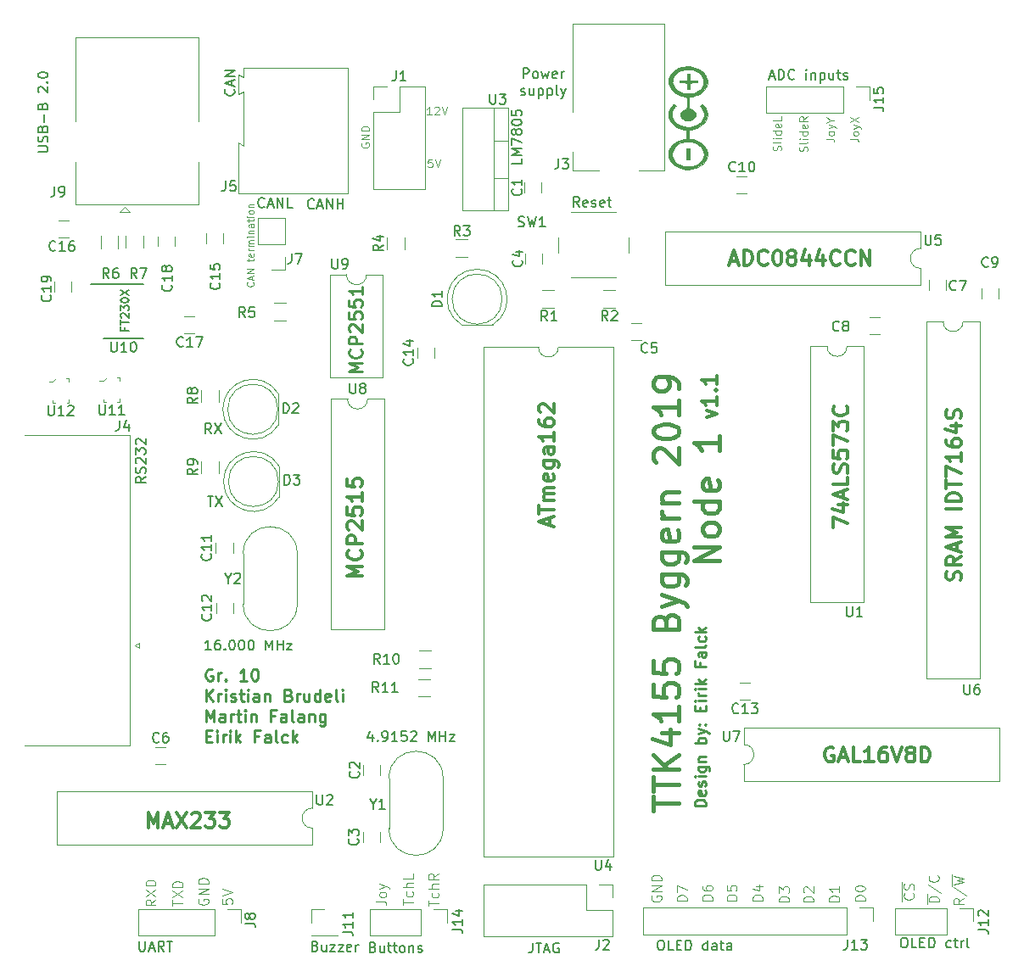
<source format=gbr>
G04 #@! TF.FileFunction,Legend,Top*
%FSLAX46Y46*%
G04 Gerber Fmt 4.6, Leading zero omitted, Abs format (unit mm)*
G04 Created by KiCad (PCBNEW 4.0.7) date 11/18/19 12:54:55*
%MOMM*%
%LPD*%
G01*
G04 APERTURE LIST*
%ADD10C,0.100000*%
%ADD11C,0.300000*%
%ADD12C,0.400000*%
%ADD13C,0.200000*%
%ADD14C,0.150000*%
%ADD15C,0.250000*%
%ADD16C,0.260000*%
%ADD17C,0.120000*%
%ADD18C,0.010000*%
G04 APERTURE END LIST*
D10*
X162656781Y-127585695D02*
X161656781Y-127585695D01*
X161656781Y-127347600D01*
X161704400Y-127204742D01*
X161799638Y-127109504D01*
X161894876Y-127061885D01*
X162085352Y-127014266D01*
X162228210Y-127014266D01*
X162418686Y-127061885D01*
X162513924Y-127109504D01*
X162609162Y-127204742D01*
X162656781Y-127347600D01*
X162656781Y-127585695D01*
X161656781Y-126157123D02*
X161656781Y-126347600D01*
X161704400Y-126442838D01*
X161752019Y-126490457D01*
X161894876Y-126585695D01*
X162085352Y-126633314D01*
X162466305Y-126633314D01*
X162561543Y-126585695D01*
X162609162Y-126538076D01*
X162656781Y-126442838D01*
X162656781Y-126252361D01*
X162609162Y-126157123D01*
X162561543Y-126109504D01*
X162466305Y-126061885D01*
X162228210Y-126061885D01*
X162132971Y-126109504D01*
X162085352Y-126157123D01*
X162037733Y-126252361D01*
X162037733Y-126442838D01*
X162085352Y-126538076D01*
X162132971Y-126585695D01*
X162228210Y-126633314D01*
X165095181Y-127585695D02*
X164095181Y-127585695D01*
X164095181Y-127347600D01*
X164142800Y-127204742D01*
X164238038Y-127109504D01*
X164333276Y-127061885D01*
X164523752Y-127014266D01*
X164666610Y-127014266D01*
X164857086Y-127061885D01*
X164952324Y-127109504D01*
X165047562Y-127204742D01*
X165095181Y-127347600D01*
X165095181Y-127585695D01*
X164095181Y-126109504D02*
X164095181Y-126585695D01*
X164571371Y-126633314D01*
X164523752Y-126585695D01*
X164476133Y-126490457D01*
X164476133Y-126252361D01*
X164523752Y-126157123D01*
X164571371Y-126109504D01*
X164666610Y-126061885D01*
X164904705Y-126061885D01*
X164999943Y-126109504D01*
X165047562Y-126157123D01*
X165095181Y-126252361D01*
X165095181Y-126490457D01*
X165047562Y-126585695D01*
X164999943Y-126633314D01*
X167685981Y-127585695D02*
X166685981Y-127585695D01*
X166685981Y-127347600D01*
X166733600Y-127204742D01*
X166828838Y-127109504D01*
X166924076Y-127061885D01*
X167114552Y-127014266D01*
X167257410Y-127014266D01*
X167447886Y-127061885D01*
X167543124Y-127109504D01*
X167638362Y-127204742D01*
X167685981Y-127347600D01*
X167685981Y-127585695D01*
X167019314Y-126157123D02*
X167685981Y-126157123D01*
X166638362Y-126395219D02*
X167352648Y-126633314D01*
X167352648Y-126014266D01*
X170327581Y-127738095D02*
X169327581Y-127738095D01*
X169327581Y-127500000D01*
X169375200Y-127357142D01*
X169470438Y-127261904D01*
X169565676Y-127214285D01*
X169756152Y-127166666D01*
X169899010Y-127166666D01*
X170089486Y-127214285D01*
X170184724Y-127261904D01*
X170279962Y-127357142D01*
X170327581Y-127500000D01*
X170327581Y-127738095D01*
X169327581Y-126833333D02*
X169327581Y-126214285D01*
X169708533Y-126547619D01*
X169708533Y-126404761D01*
X169756152Y-126309523D01*
X169803771Y-126261904D01*
X169899010Y-126214285D01*
X170137105Y-126214285D01*
X170232343Y-126261904D01*
X170279962Y-126309523D01*
X170327581Y-126404761D01*
X170327581Y-126690476D01*
X170279962Y-126785714D01*
X170232343Y-126833333D01*
X172740581Y-127738095D02*
X171740581Y-127738095D01*
X171740581Y-127500000D01*
X171788200Y-127357142D01*
X171883438Y-127261904D01*
X171978676Y-127214285D01*
X172169152Y-127166666D01*
X172312010Y-127166666D01*
X172502486Y-127214285D01*
X172597724Y-127261904D01*
X172692962Y-127357142D01*
X172740581Y-127500000D01*
X172740581Y-127738095D01*
X171835819Y-126785714D02*
X171788200Y-126738095D01*
X171740581Y-126642857D01*
X171740581Y-126404761D01*
X171788200Y-126309523D01*
X171835819Y-126261904D01*
X171931057Y-126214285D01*
X172026295Y-126214285D01*
X172169152Y-126261904D01*
X172740581Y-126833333D01*
X172740581Y-126214285D01*
X175331381Y-127687295D02*
X174331381Y-127687295D01*
X174331381Y-127449200D01*
X174379000Y-127306342D01*
X174474238Y-127211104D01*
X174569476Y-127163485D01*
X174759952Y-127115866D01*
X174902810Y-127115866D01*
X175093286Y-127163485D01*
X175188524Y-127211104D01*
X175283762Y-127306342D01*
X175331381Y-127449200D01*
X175331381Y-127687295D01*
X175331381Y-126163485D02*
X175331381Y-126734914D01*
X175331381Y-126449200D02*
X174331381Y-126449200D01*
X174474238Y-126544438D01*
X174569476Y-126639676D01*
X174617095Y-126734914D01*
X156624400Y-127152304D02*
X156576781Y-127247542D01*
X156576781Y-127390399D01*
X156624400Y-127533257D01*
X156719638Y-127628495D01*
X156814876Y-127676114D01*
X157005352Y-127723733D01*
X157148210Y-127723733D01*
X157338686Y-127676114D01*
X157433924Y-127628495D01*
X157529162Y-127533257D01*
X157576781Y-127390399D01*
X157576781Y-127295161D01*
X157529162Y-127152304D01*
X157481543Y-127104685D01*
X157148210Y-127104685D01*
X157148210Y-127295161D01*
X157576781Y-126676114D02*
X156576781Y-126676114D01*
X157576781Y-126104685D01*
X156576781Y-126104685D01*
X157576781Y-125628495D02*
X156576781Y-125628495D01*
X156576781Y-125390400D01*
X156624400Y-125247542D01*
X156719638Y-125152304D01*
X156814876Y-125104685D01*
X157005352Y-125057066D01*
X157148210Y-125057066D01*
X157338686Y-125104685D01*
X157433924Y-125152304D01*
X157529162Y-125247542D01*
X157576781Y-125390400D01*
X157576781Y-125628495D01*
D11*
X162111571Y-79384256D02*
X163111571Y-79027113D01*
X162111571Y-78669971D01*
X163111571Y-77312828D02*
X163111571Y-78169971D01*
X163111571Y-77741399D02*
X161611571Y-77741399D01*
X161825857Y-77884256D01*
X161968714Y-78027114D01*
X162040143Y-78169971D01*
X162968714Y-76669971D02*
X163040143Y-76598543D01*
X163111571Y-76669971D01*
X163040143Y-76741400D01*
X162968714Y-76669971D01*
X163111571Y-76669971D01*
X163111571Y-75169971D02*
X163111571Y-76027114D01*
X163111571Y-75598542D02*
X161611571Y-75598542D01*
X161825857Y-75741399D01*
X161968714Y-75884257D01*
X162040143Y-76027114D01*
D12*
X163360752Y-93706176D02*
X160860752Y-93706176D01*
X163360752Y-92277604D01*
X160860752Y-92277604D01*
X163360752Y-90729985D02*
X163241705Y-90968080D01*
X163122657Y-91087128D01*
X162884562Y-91206176D01*
X162170276Y-91206176D01*
X161932181Y-91087128D01*
X161813133Y-90968080D01*
X161694086Y-90729985D01*
X161694086Y-90372842D01*
X161813133Y-90134747D01*
X161932181Y-90015699D01*
X162170276Y-89896652D01*
X162884562Y-89896652D01*
X163122657Y-90015699D01*
X163241705Y-90134747D01*
X163360752Y-90372842D01*
X163360752Y-90729985D01*
X163360752Y-87753794D02*
X160860752Y-87753794D01*
X163241705Y-87753794D02*
X163360752Y-87991890D01*
X163360752Y-88468080D01*
X163241705Y-88706175D01*
X163122657Y-88825223D01*
X162884562Y-88944271D01*
X162170276Y-88944271D01*
X161932181Y-88825223D01*
X161813133Y-88706175D01*
X161694086Y-88468080D01*
X161694086Y-87991890D01*
X161813133Y-87753794D01*
X163241705Y-85610937D02*
X163360752Y-85849032D01*
X163360752Y-86325223D01*
X163241705Y-86563318D01*
X163003610Y-86682366D01*
X162051229Y-86682366D01*
X161813133Y-86563318D01*
X161694086Y-86325223D01*
X161694086Y-85849032D01*
X161813133Y-85610937D01*
X162051229Y-85491889D01*
X162289324Y-85491889D01*
X162527419Y-86682366D01*
X163360752Y-81206175D02*
X163360752Y-82634747D01*
X163360752Y-81920461D02*
X160860752Y-81920461D01*
X161217895Y-82158556D01*
X161455990Y-82396651D01*
X161575038Y-82634747D01*
D13*
X117951381Y-58332643D02*
X117903762Y-58380262D01*
X117760905Y-58427881D01*
X117665667Y-58427881D01*
X117522809Y-58380262D01*
X117427571Y-58285024D01*
X117379952Y-58189786D01*
X117332333Y-57999310D01*
X117332333Y-57856452D01*
X117379952Y-57665976D01*
X117427571Y-57570738D01*
X117522809Y-57475500D01*
X117665667Y-57427881D01*
X117760905Y-57427881D01*
X117903762Y-57475500D01*
X117951381Y-57523119D01*
X118332333Y-58142167D02*
X118808524Y-58142167D01*
X118237095Y-58427881D02*
X118570428Y-57427881D01*
X118903762Y-58427881D01*
X119237095Y-58427881D02*
X119237095Y-57427881D01*
X119808524Y-58427881D01*
X119808524Y-57427881D01*
X120760905Y-58427881D02*
X120284714Y-58427881D01*
X120284714Y-57427881D01*
X122912334Y-58459643D02*
X122864715Y-58507262D01*
X122721858Y-58554881D01*
X122626620Y-58554881D01*
X122483762Y-58507262D01*
X122388524Y-58412024D01*
X122340905Y-58316786D01*
X122293286Y-58126310D01*
X122293286Y-57983452D01*
X122340905Y-57792976D01*
X122388524Y-57697738D01*
X122483762Y-57602500D01*
X122626620Y-57554881D01*
X122721858Y-57554881D01*
X122864715Y-57602500D01*
X122912334Y-57650119D01*
X123293286Y-58269167D02*
X123769477Y-58269167D01*
X123198048Y-58554881D02*
X123531381Y-57554881D01*
X123864715Y-58554881D01*
X124198048Y-58554881D02*
X124198048Y-57554881D01*
X124769477Y-58554881D01*
X124769477Y-57554881D01*
X125245667Y-58554881D02*
X125245667Y-57554881D01*
X125245667Y-58031071D02*
X125817096Y-58031071D01*
X125817096Y-58554881D02*
X125817096Y-57554881D01*
X143644881Y-53538166D02*
X143644881Y-54014357D01*
X142644881Y-54014357D01*
X143644881Y-53204833D02*
X142644881Y-53204833D01*
X143359167Y-52871499D01*
X142644881Y-52538166D01*
X143644881Y-52538166D01*
X142644881Y-52157214D02*
X142644881Y-51490547D01*
X143644881Y-51919119D01*
X143073452Y-50966738D02*
X143025833Y-51061976D01*
X142978214Y-51109595D01*
X142882976Y-51157214D01*
X142835357Y-51157214D01*
X142740119Y-51109595D01*
X142692500Y-51061976D01*
X142644881Y-50966738D01*
X142644881Y-50776261D01*
X142692500Y-50681023D01*
X142740119Y-50633404D01*
X142835357Y-50585785D01*
X142882976Y-50585785D01*
X142978214Y-50633404D01*
X143025833Y-50681023D01*
X143073452Y-50776261D01*
X143073452Y-50966738D01*
X143121071Y-51061976D01*
X143168690Y-51109595D01*
X143263929Y-51157214D01*
X143454405Y-51157214D01*
X143549643Y-51109595D01*
X143597262Y-51061976D01*
X143644881Y-50966738D01*
X143644881Y-50776261D01*
X143597262Y-50681023D01*
X143549643Y-50633404D01*
X143454405Y-50585785D01*
X143263929Y-50585785D01*
X143168690Y-50633404D01*
X143121071Y-50681023D01*
X143073452Y-50776261D01*
X142644881Y-49966738D02*
X142644881Y-49871499D01*
X142692500Y-49776261D01*
X142740119Y-49728642D01*
X142835357Y-49681023D01*
X143025833Y-49633404D01*
X143263929Y-49633404D01*
X143454405Y-49681023D01*
X143549643Y-49728642D01*
X143597262Y-49776261D01*
X143644881Y-49871499D01*
X143644881Y-49966738D01*
X143597262Y-50061976D01*
X143549643Y-50109595D01*
X143454405Y-50157214D01*
X143263929Y-50204833D01*
X143025833Y-50204833D01*
X142835357Y-50157214D01*
X142740119Y-50109595D01*
X142692500Y-50061976D01*
X142644881Y-49966738D01*
X142644881Y-48728642D02*
X142644881Y-49204833D01*
X143121071Y-49252452D01*
X143073452Y-49204833D01*
X143025833Y-49109595D01*
X143025833Y-48871499D01*
X143073452Y-48776261D01*
X143121071Y-48728642D01*
X143216310Y-48681023D01*
X143454405Y-48681023D01*
X143549643Y-48728642D01*
X143597262Y-48776261D01*
X143644881Y-48871499D01*
X143644881Y-49109595D01*
X143597262Y-49204833D01*
X143549643Y-49252452D01*
D14*
X104019357Y-70421286D02*
X104019357Y-70687953D01*
X104438405Y-70687953D02*
X103638405Y-70687953D01*
X103638405Y-70307000D01*
X103638405Y-70116525D02*
X103638405Y-69659382D01*
X104438405Y-69887953D02*
X103638405Y-69887953D01*
X103714595Y-69430810D02*
X103676500Y-69392715D01*
X103638405Y-69316524D01*
X103638405Y-69126048D01*
X103676500Y-69049858D01*
X103714595Y-69011762D01*
X103790786Y-68973667D01*
X103866976Y-68973667D01*
X103981262Y-69011762D01*
X104438405Y-69468905D01*
X104438405Y-68973667D01*
X103638405Y-68707000D02*
X103638405Y-68211762D01*
X103943167Y-68478429D01*
X103943167Y-68364143D01*
X103981262Y-68287953D01*
X104019357Y-68249857D01*
X104095548Y-68211762D01*
X104286024Y-68211762D01*
X104362214Y-68249857D01*
X104400310Y-68287953D01*
X104438405Y-68364143D01*
X104438405Y-68592715D01*
X104400310Y-68668905D01*
X104362214Y-68707000D01*
X103638405Y-67716524D02*
X103638405Y-67640333D01*
X103676500Y-67564143D01*
X103714595Y-67526048D01*
X103790786Y-67487952D01*
X103943167Y-67449857D01*
X104133643Y-67449857D01*
X104286024Y-67487952D01*
X104362214Y-67526048D01*
X104400310Y-67564143D01*
X104438405Y-67640333D01*
X104438405Y-67716524D01*
X104400310Y-67792714D01*
X104362214Y-67830810D01*
X104286024Y-67868905D01*
X104133643Y-67907000D01*
X103943167Y-67907000D01*
X103790786Y-67868905D01*
X103714595Y-67830810D01*
X103676500Y-67792714D01*
X103638405Y-67716524D01*
X103638405Y-67183190D02*
X104438405Y-66649857D01*
X103638405Y-66649857D02*
X104438405Y-67183190D01*
D15*
X112775886Y-104529000D02*
X112661600Y-104471857D01*
X112490171Y-104471857D01*
X112318743Y-104529000D01*
X112204457Y-104643286D01*
X112147314Y-104757571D01*
X112090171Y-104986143D01*
X112090171Y-105157571D01*
X112147314Y-105386143D01*
X112204457Y-105500429D01*
X112318743Y-105614714D01*
X112490171Y-105671857D01*
X112604457Y-105671857D01*
X112775886Y-105614714D01*
X112833029Y-105557571D01*
X112833029Y-105157571D01*
X112604457Y-105157571D01*
X113347314Y-105671857D02*
X113347314Y-104871857D01*
X113347314Y-105100429D02*
X113404457Y-104986143D01*
X113461600Y-104929000D01*
X113575886Y-104871857D01*
X113690171Y-104871857D01*
X114090171Y-105557571D02*
X114147314Y-105614714D01*
X114090171Y-105671857D01*
X114033028Y-105614714D01*
X114090171Y-105557571D01*
X114090171Y-105671857D01*
X116204458Y-105671857D02*
X115518743Y-105671857D01*
X115861601Y-105671857D02*
X115861601Y-104471857D01*
X115747315Y-104643286D01*
X115633029Y-104757571D01*
X115518743Y-104814714D01*
X116947315Y-104471857D02*
X117061600Y-104471857D01*
X117175886Y-104529000D01*
X117233029Y-104586143D01*
X117290172Y-104700429D01*
X117347315Y-104929000D01*
X117347315Y-105214714D01*
X117290172Y-105443286D01*
X117233029Y-105557571D01*
X117175886Y-105614714D01*
X117061600Y-105671857D01*
X116947315Y-105671857D01*
X116833029Y-105614714D01*
X116775886Y-105557571D01*
X116718743Y-105443286D01*
X116661600Y-105214714D01*
X116661600Y-104929000D01*
X116718743Y-104700429D01*
X116775886Y-104586143D01*
X116833029Y-104529000D01*
X116947315Y-104471857D01*
X112147314Y-107721857D02*
X112147314Y-106521857D01*
X112833029Y-107721857D02*
X112318743Y-107036143D01*
X112833029Y-106521857D02*
X112147314Y-107207571D01*
X113347314Y-107721857D02*
X113347314Y-106921857D01*
X113347314Y-107150429D02*
X113404457Y-107036143D01*
X113461600Y-106979000D01*
X113575886Y-106921857D01*
X113690171Y-106921857D01*
X114090171Y-107721857D02*
X114090171Y-106921857D01*
X114090171Y-106521857D02*
X114033028Y-106579000D01*
X114090171Y-106636143D01*
X114147314Y-106579000D01*
X114090171Y-106521857D01*
X114090171Y-106636143D01*
X114604457Y-107664714D02*
X114718743Y-107721857D01*
X114947315Y-107721857D01*
X115061600Y-107664714D01*
X115118743Y-107550429D01*
X115118743Y-107493286D01*
X115061600Y-107379000D01*
X114947315Y-107321857D01*
X114775886Y-107321857D01*
X114661600Y-107264714D01*
X114604457Y-107150429D01*
X114604457Y-107093286D01*
X114661600Y-106979000D01*
X114775886Y-106921857D01*
X114947315Y-106921857D01*
X115061600Y-106979000D01*
X115461601Y-106921857D02*
X115918744Y-106921857D01*
X115633029Y-106521857D02*
X115633029Y-107550429D01*
X115690172Y-107664714D01*
X115804458Y-107721857D01*
X115918744Y-107721857D01*
X116318743Y-107721857D02*
X116318743Y-106921857D01*
X116318743Y-106521857D02*
X116261600Y-106579000D01*
X116318743Y-106636143D01*
X116375886Y-106579000D01*
X116318743Y-106521857D01*
X116318743Y-106636143D01*
X117404458Y-107721857D02*
X117404458Y-107093286D01*
X117347315Y-106979000D01*
X117233029Y-106921857D01*
X117004458Y-106921857D01*
X116890172Y-106979000D01*
X117404458Y-107664714D02*
X117290172Y-107721857D01*
X117004458Y-107721857D01*
X116890172Y-107664714D01*
X116833029Y-107550429D01*
X116833029Y-107436143D01*
X116890172Y-107321857D01*
X117004458Y-107264714D01*
X117290172Y-107264714D01*
X117404458Y-107207571D01*
X117975886Y-106921857D02*
X117975886Y-107721857D01*
X117975886Y-107036143D02*
X118033029Y-106979000D01*
X118147315Y-106921857D01*
X118318743Y-106921857D01*
X118433029Y-106979000D01*
X118490172Y-107093286D01*
X118490172Y-107721857D01*
X120375886Y-107093286D02*
X120547315Y-107150429D01*
X120604458Y-107207571D01*
X120661601Y-107321857D01*
X120661601Y-107493286D01*
X120604458Y-107607571D01*
X120547315Y-107664714D01*
X120433029Y-107721857D01*
X119975886Y-107721857D01*
X119975886Y-106521857D01*
X120375886Y-106521857D01*
X120490172Y-106579000D01*
X120547315Y-106636143D01*
X120604458Y-106750429D01*
X120604458Y-106864714D01*
X120547315Y-106979000D01*
X120490172Y-107036143D01*
X120375886Y-107093286D01*
X119975886Y-107093286D01*
X121175886Y-107721857D02*
X121175886Y-106921857D01*
X121175886Y-107150429D02*
X121233029Y-107036143D01*
X121290172Y-106979000D01*
X121404458Y-106921857D01*
X121518743Y-106921857D01*
X122433029Y-106921857D02*
X122433029Y-107721857D01*
X121918743Y-106921857D02*
X121918743Y-107550429D01*
X121975886Y-107664714D01*
X122090172Y-107721857D01*
X122261600Y-107721857D01*
X122375886Y-107664714D01*
X122433029Y-107607571D01*
X123518743Y-107721857D02*
X123518743Y-106521857D01*
X123518743Y-107664714D02*
X123404457Y-107721857D01*
X123175886Y-107721857D01*
X123061600Y-107664714D01*
X123004457Y-107607571D01*
X122947314Y-107493286D01*
X122947314Y-107150429D01*
X123004457Y-107036143D01*
X123061600Y-106979000D01*
X123175886Y-106921857D01*
X123404457Y-106921857D01*
X123518743Y-106979000D01*
X124547314Y-107664714D02*
X124433028Y-107721857D01*
X124204457Y-107721857D01*
X124090171Y-107664714D01*
X124033028Y-107550429D01*
X124033028Y-107093286D01*
X124090171Y-106979000D01*
X124204457Y-106921857D01*
X124433028Y-106921857D01*
X124547314Y-106979000D01*
X124604457Y-107093286D01*
X124604457Y-107207571D01*
X124033028Y-107321857D01*
X125290171Y-107721857D02*
X125175885Y-107664714D01*
X125118742Y-107550429D01*
X125118742Y-106521857D01*
X125747313Y-107721857D02*
X125747313Y-106921857D01*
X125747313Y-106521857D02*
X125690170Y-106579000D01*
X125747313Y-106636143D01*
X125804456Y-106579000D01*
X125747313Y-106521857D01*
X125747313Y-106636143D01*
X112147314Y-109771857D02*
X112147314Y-108571857D01*
X112547314Y-109429000D01*
X112947314Y-108571857D01*
X112947314Y-109771857D01*
X114033029Y-109771857D02*
X114033029Y-109143286D01*
X113975886Y-109029000D01*
X113861600Y-108971857D01*
X113633029Y-108971857D01*
X113518743Y-109029000D01*
X114033029Y-109714714D02*
X113918743Y-109771857D01*
X113633029Y-109771857D01*
X113518743Y-109714714D01*
X113461600Y-109600429D01*
X113461600Y-109486143D01*
X113518743Y-109371857D01*
X113633029Y-109314714D01*
X113918743Y-109314714D01*
X114033029Y-109257571D01*
X114604457Y-109771857D02*
X114604457Y-108971857D01*
X114604457Y-109200429D02*
X114661600Y-109086143D01*
X114718743Y-109029000D01*
X114833029Y-108971857D01*
X114947314Y-108971857D01*
X115175886Y-108971857D02*
X115633029Y-108971857D01*
X115347314Y-108571857D02*
X115347314Y-109600429D01*
X115404457Y-109714714D01*
X115518743Y-109771857D01*
X115633029Y-109771857D01*
X116033028Y-109771857D02*
X116033028Y-108971857D01*
X116033028Y-108571857D02*
X115975885Y-108629000D01*
X116033028Y-108686143D01*
X116090171Y-108629000D01*
X116033028Y-108571857D01*
X116033028Y-108686143D01*
X116604457Y-108971857D02*
X116604457Y-109771857D01*
X116604457Y-109086143D02*
X116661600Y-109029000D01*
X116775886Y-108971857D01*
X116947314Y-108971857D01*
X117061600Y-109029000D01*
X117118743Y-109143286D01*
X117118743Y-109771857D01*
X119004457Y-109143286D02*
X118604457Y-109143286D01*
X118604457Y-109771857D02*
X118604457Y-108571857D01*
X119175886Y-108571857D01*
X120147314Y-109771857D02*
X120147314Y-109143286D01*
X120090171Y-109029000D01*
X119975885Y-108971857D01*
X119747314Y-108971857D01*
X119633028Y-109029000D01*
X120147314Y-109714714D02*
X120033028Y-109771857D01*
X119747314Y-109771857D01*
X119633028Y-109714714D01*
X119575885Y-109600429D01*
X119575885Y-109486143D01*
X119633028Y-109371857D01*
X119747314Y-109314714D01*
X120033028Y-109314714D01*
X120147314Y-109257571D01*
X120890171Y-109771857D02*
X120775885Y-109714714D01*
X120718742Y-109600429D01*
X120718742Y-108571857D01*
X121861599Y-109771857D02*
X121861599Y-109143286D01*
X121804456Y-109029000D01*
X121690170Y-108971857D01*
X121461599Y-108971857D01*
X121347313Y-109029000D01*
X121861599Y-109714714D02*
X121747313Y-109771857D01*
X121461599Y-109771857D01*
X121347313Y-109714714D01*
X121290170Y-109600429D01*
X121290170Y-109486143D01*
X121347313Y-109371857D01*
X121461599Y-109314714D01*
X121747313Y-109314714D01*
X121861599Y-109257571D01*
X122433027Y-108971857D02*
X122433027Y-109771857D01*
X122433027Y-109086143D02*
X122490170Y-109029000D01*
X122604456Y-108971857D01*
X122775884Y-108971857D01*
X122890170Y-109029000D01*
X122947313Y-109143286D01*
X122947313Y-109771857D01*
X124033027Y-108971857D02*
X124033027Y-109943286D01*
X123975884Y-110057571D01*
X123918741Y-110114714D01*
X123804456Y-110171857D01*
X123633027Y-110171857D01*
X123518741Y-110114714D01*
X124033027Y-109714714D02*
X123918741Y-109771857D01*
X123690170Y-109771857D01*
X123575884Y-109714714D01*
X123518741Y-109657571D01*
X123461598Y-109543286D01*
X123461598Y-109200429D01*
X123518741Y-109086143D01*
X123575884Y-109029000D01*
X123690170Y-108971857D01*
X123918741Y-108971857D01*
X124033027Y-109029000D01*
X112147314Y-111193286D02*
X112547314Y-111193286D01*
X112718743Y-111821857D02*
X112147314Y-111821857D01*
X112147314Y-110621857D01*
X112718743Y-110621857D01*
X113233028Y-111821857D02*
X113233028Y-111021857D01*
X113233028Y-110621857D02*
X113175885Y-110679000D01*
X113233028Y-110736143D01*
X113290171Y-110679000D01*
X113233028Y-110621857D01*
X113233028Y-110736143D01*
X113804457Y-111821857D02*
X113804457Y-111021857D01*
X113804457Y-111250429D02*
X113861600Y-111136143D01*
X113918743Y-111079000D01*
X114033029Y-111021857D01*
X114147314Y-111021857D01*
X114547314Y-111821857D02*
X114547314Y-111021857D01*
X114547314Y-110621857D02*
X114490171Y-110679000D01*
X114547314Y-110736143D01*
X114604457Y-110679000D01*
X114547314Y-110621857D01*
X114547314Y-110736143D01*
X115118743Y-111821857D02*
X115118743Y-110621857D01*
X115233029Y-111364714D02*
X115575886Y-111821857D01*
X115575886Y-111021857D02*
X115118743Y-111479000D01*
X117404458Y-111193286D02*
X117004458Y-111193286D01*
X117004458Y-111821857D02*
X117004458Y-110621857D01*
X117575887Y-110621857D01*
X118547315Y-111821857D02*
X118547315Y-111193286D01*
X118490172Y-111079000D01*
X118375886Y-111021857D01*
X118147315Y-111021857D01*
X118033029Y-111079000D01*
X118547315Y-111764714D02*
X118433029Y-111821857D01*
X118147315Y-111821857D01*
X118033029Y-111764714D01*
X117975886Y-111650429D01*
X117975886Y-111536143D01*
X118033029Y-111421857D01*
X118147315Y-111364714D01*
X118433029Y-111364714D01*
X118547315Y-111307571D01*
X119290172Y-111821857D02*
X119175886Y-111764714D01*
X119118743Y-111650429D01*
X119118743Y-110621857D01*
X120261600Y-111764714D02*
X120147314Y-111821857D01*
X119918743Y-111821857D01*
X119804457Y-111764714D01*
X119747314Y-111707571D01*
X119690171Y-111593286D01*
X119690171Y-111250429D01*
X119747314Y-111136143D01*
X119804457Y-111079000D01*
X119918743Y-111021857D01*
X120147314Y-111021857D01*
X120261600Y-111079000D01*
X120775885Y-111821857D02*
X120775885Y-110621857D01*
X120890171Y-111364714D02*
X121233028Y-111821857D01*
X121233028Y-111021857D02*
X120775885Y-111479000D01*
X162003519Y-118149370D02*
X160903519Y-118149370D01*
X160903519Y-117887465D01*
X160955900Y-117730323D01*
X161060662Y-117625561D01*
X161165424Y-117573180D01*
X161374948Y-117520799D01*
X161532090Y-117520799D01*
X161741614Y-117573180D01*
X161846376Y-117625561D01*
X161951138Y-117730323D01*
X162003519Y-117887465D01*
X162003519Y-118149370D01*
X161951138Y-116630323D02*
X162003519Y-116735085D01*
X162003519Y-116944608D01*
X161951138Y-117049370D01*
X161846376Y-117101751D01*
X161427329Y-117101751D01*
X161322567Y-117049370D01*
X161270186Y-116944608D01*
X161270186Y-116735085D01*
X161322567Y-116630323D01*
X161427329Y-116577942D01*
X161532090Y-116577942D01*
X161636852Y-117101751D01*
X161951138Y-116158894D02*
X162003519Y-116054132D01*
X162003519Y-115844608D01*
X161951138Y-115739847D01*
X161846376Y-115687466D01*
X161793995Y-115687466D01*
X161689233Y-115739847D01*
X161636852Y-115844608D01*
X161636852Y-116001751D01*
X161584471Y-116106513D01*
X161479710Y-116158894D01*
X161427329Y-116158894D01*
X161322567Y-116106513D01*
X161270186Y-116001751D01*
X161270186Y-115844608D01*
X161322567Y-115739847D01*
X162003519Y-115216037D02*
X161270186Y-115216037D01*
X160903519Y-115216037D02*
X160955900Y-115268418D01*
X161008281Y-115216037D01*
X160955900Y-115163656D01*
X160903519Y-115216037D01*
X161008281Y-115216037D01*
X161270186Y-114220799D02*
X162160662Y-114220799D01*
X162265424Y-114273180D01*
X162317805Y-114325561D01*
X162370186Y-114430322D01*
X162370186Y-114587465D01*
X162317805Y-114692227D01*
X161951138Y-114220799D02*
X162003519Y-114325561D01*
X162003519Y-114535084D01*
X161951138Y-114639846D01*
X161898757Y-114692227D01*
X161793995Y-114744608D01*
X161479710Y-114744608D01*
X161374948Y-114692227D01*
X161322567Y-114639846D01*
X161270186Y-114535084D01*
X161270186Y-114325561D01*
X161322567Y-114220799D01*
X161270186Y-113696989D02*
X162003519Y-113696989D01*
X161374948Y-113696989D02*
X161322567Y-113644608D01*
X161270186Y-113539846D01*
X161270186Y-113382704D01*
X161322567Y-113277942D01*
X161427329Y-113225561D01*
X162003519Y-113225561D01*
X162003519Y-111863656D02*
X160903519Y-111863656D01*
X161322567Y-111863656D02*
X161270186Y-111758894D01*
X161270186Y-111549371D01*
X161322567Y-111444609D01*
X161374948Y-111392228D01*
X161479710Y-111339847D01*
X161793995Y-111339847D01*
X161898757Y-111392228D01*
X161951138Y-111444609D01*
X162003519Y-111549371D01*
X162003519Y-111758894D01*
X161951138Y-111863656D01*
X161270186Y-110973180D02*
X162003519Y-110711275D01*
X161270186Y-110449371D02*
X162003519Y-110711275D01*
X162265424Y-110816037D01*
X162317805Y-110868418D01*
X162370186Y-110973180D01*
X161898757Y-110030323D02*
X161951138Y-109977942D01*
X162003519Y-110030323D01*
X161951138Y-110082704D01*
X161898757Y-110030323D01*
X162003519Y-110030323D01*
X161322567Y-110030323D02*
X161374948Y-109977942D01*
X161427329Y-110030323D01*
X161374948Y-110082704D01*
X161322567Y-110030323D01*
X161427329Y-110030323D01*
X161427329Y-108668418D02*
X161427329Y-108301752D01*
X162003519Y-108144609D02*
X162003519Y-108668418D01*
X160903519Y-108668418D01*
X160903519Y-108144609D01*
X162003519Y-107673180D02*
X161270186Y-107673180D01*
X160903519Y-107673180D02*
X160955900Y-107725561D01*
X161008281Y-107673180D01*
X160955900Y-107620799D01*
X160903519Y-107673180D01*
X161008281Y-107673180D01*
X162003519Y-107149370D02*
X161270186Y-107149370D01*
X161479710Y-107149370D02*
X161374948Y-107096989D01*
X161322567Y-107044608D01*
X161270186Y-106939846D01*
X161270186Y-106835085D01*
X162003519Y-106468418D02*
X161270186Y-106468418D01*
X160903519Y-106468418D02*
X160955900Y-106520799D01*
X161008281Y-106468418D01*
X160955900Y-106416037D01*
X160903519Y-106468418D01*
X161008281Y-106468418D01*
X162003519Y-105944608D02*
X160903519Y-105944608D01*
X161584471Y-105839846D02*
X162003519Y-105525561D01*
X161270186Y-105525561D02*
X161689233Y-105944608D01*
X161427329Y-103849371D02*
X161427329Y-104216037D01*
X162003519Y-104216037D02*
X160903519Y-104216037D01*
X160903519Y-103692228D01*
X162003519Y-102801752D02*
X161427329Y-102801752D01*
X161322567Y-102854133D01*
X161270186Y-102958895D01*
X161270186Y-103168418D01*
X161322567Y-103273180D01*
X161951138Y-102801752D02*
X162003519Y-102906514D01*
X162003519Y-103168418D01*
X161951138Y-103273180D01*
X161846376Y-103325561D01*
X161741614Y-103325561D01*
X161636852Y-103273180D01*
X161584471Y-103168418D01*
X161584471Y-102906514D01*
X161532090Y-102801752D01*
X162003519Y-102120799D02*
X161951138Y-102225561D01*
X161846376Y-102277942D01*
X160903519Y-102277942D01*
X161951138Y-101230324D02*
X162003519Y-101335086D01*
X162003519Y-101544609D01*
X161951138Y-101649371D01*
X161898757Y-101701752D01*
X161793995Y-101754133D01*
X161479710Y-101754133D01*
X161374948Y-101701752D01*
X161322567Y-101649371D01*
X161270186Y-101544609D01*
X161270186Y-101335086D01*
X161322567Y-101230324D01*
X162003519Y-100758895D02*
X160903519Y-100758895D01*
X161584471Y-100654133D02*
X162003519Y-100339848D01*
X161270186Y-100339848D02*
X161689233Y-100758895D01*
D12*
X156809452Y-118623213D02*
X156809452Y-117194641D01*
X159309452Y-117908927D02*
X156809452Y-117908927D01*
X156809452Y-116718451D02*
X156809452Y-115289879D01*
X159309452Y-116004165D02*
X156809452Y-116004165D01*
X159309452Y-114456546D02*
X156809452Y-114456546D01*
X159309452Y-113027974D02*
X157880881Y-114099403D01*
X156809452Y-113027974D02*
X158238024Y-114456546D01*
X157642786Y-110885117D02*
X159309452Y-110885117D01*
X156690405Y-111480355D02*
X158476119Y-112075594D01*
X158476119Y-110527974D01*
X159309452Y-108266070D02*
X159309452Y-109694642D01*
X159309452Y-108980356D02*
X156809452Y-108980356D01*
X157166595Y-109218451D01*
X157404690Y-109456546D01*
X157523738Y-109694642D01*
X156809452Y-106004166D02*
X156809452Y-107194642D01*
X157999929Y-107313690D01*
X157880881Y-107194642D01*
X157761833Y-106956547D01*
X157761833Y-106361309D01*
X157880881Y-106123213D01*
X157999929Y-106004166D01*
X158238024Y-105885118D01*
X158833262Y-105885118D01*
X159071357Y-106004166D01*
X159190405Y-106123213D01*
X159309452Y-106361309D01*
X159309452Y-106956547D01*
X159190405Y-107194642D01*
X159071357Y-107313690D01*
X156809452Y-103623214D02*
X156809452Y-104813690D01*
X157999929Y-104932738D01*
X157880881Y-104813690D01*
X157761833Y-104575595D01*
X157761833Y-103980357D01*
X157880881Y-103742261D01*
X157999929Y-103623214D01*
X158238024Y-103504166D01*
X158833262Y-103504166D01*
X159071357Y-103623214D01*
X159190405Y-103742261D01*
X159309452Y-103980357D01*
X159309452Y-104575595D01*
X159190405Y-104813690D01*
X159071357Y-104932738D01*
X157999929Y-99694643D02*
X158118976Y-99337500D01*
X158238024Y-99218452D01*
X158476119Y-99099404D01*
X158833262Y-99099404D01*
X159071357Y-99218452D01*
X159190405Y-99337500D01*
X159309452Y-99575595D01*
X159309452Y-100527976D01*
X156809452Y-100527976D01*
X156809452Y-99694643D01*
X156928500Y-99456547D01*
X157047548Y-99337500D01*
X157285643Y-99218452D01*
X157523738Y-99218452D01*
X157761833Y-99337500D01*
X157880881Y-99456547D01*
X157999929Y-99694643D01*
X157999929Y-100527976D01*
X157642786Y-98266071D02*
X159309452Y-97670833D01*
X157642786Y-97075595D02*
X159309452Y-97670833D01*
X159904690Y-97908928D01*
X160023738Y-98027976D01*
X160142786Y-98266071D01*
X157642786Y-95051785D02*
X159666595Y-95051785D01*
X159904690Y-95170833D01*
X160023738Y-95289881D01*
X160142786Y-95527976D01*
X160142786Y-95885119D01*
X160023738Y-96123214D01*
X159190405Y-95051785D02*
X159309452Y-95289881D01*
X159309452Y-95766071D01*
X159190405Y-96004166D01*
X159071357Y-96123214D01*
X158833262Y-96242262D01*
X158118976Y-96242262D01*
X157880881Y-96123214D01*
X157761833Y-96004166D01*
X157642786Y-95766071D01*
X157642786Y-95289881D01*
X157761833Y-95051785D01*
X157642786Y-92789880D02*
X159666595Y-92789880D01*
X159904690Y-92908928D01*
X160023738Y-93027976D01*
X160142786Y-93266071D01*
X160142786Y-93623214D01*
X160023738Y-93861309D01*
X159190405Y-92789880D02*
X159309452Y-93027976D01*
X159309452Y-93504166D01*
X159190405Y-93742261D01*
X159071357Y-93861309D01*
X158833262Y-93980357D01*
X158118976Y-93980357D01*
X157880881Y-93861309D01*
X157761833Y-93742261D01*
X157642786Y-93504166D01*
X157642786Y-93027976D01*
X157761833Y-92789880D01*
X159190405Y-90647023D02*
X159309452Y-90885118D01*
X159309452Y-91361309D01*
X159190405Y-91599404D01*
X158952310Y-91718452D01*
X157999929Y-91718452D01*
X157761833Y-91599404D01*
X157642786Y-91361309D01*
X157642786Y-90885118D01*
X157761833Y-90647023D01*
X157999929Y-90527975D01*
X158238024Y-90527975D01*
X158476119Y-91718452D01*
X159309452Y-89456547D02*
X157642786Y-89456547D01*
X158118976Y-89456547D02*
X157880881Y-89337499D01*
X157761833Y-89218452D01*
X157642786Y-88980356D01*
X157642786Y-88742261D01*
X157642786Y-87908928D02*
X159309452Y-87908928D01*
X157880881Y-87908928D02*
X157761833Y-87789880D01*
X157642786Y-87551785D01*
X157642786Y-87194642D01*
X157761833Y-86956547D01*
X157999929Y-86837499D01*
X159309452Y-86837499D01*
X157047548Y-83861309D02*
X156928500Y-83742261D01*
X156809452Y-83504166D01*
X156809452Y-82908928D01*
X156928500Y-82670832D01*
X157047548Y-82551785D01*
X157285643Y-82432737D01*
X157523738Y-82432737D01*
X157880881Y-82551785D01*
X159309452Y-83980356D01*
X159309452Y-82432737D01*
X156809452Y-80885118D02*
X156809452Y-80647023D01*
X156928500Y-80408928D01*
X157047548Y-80289880D01*
X157285643Y-80170833D01*
X157761833Y-80051785D01*
X158357071Y-80051785D01*
X158833262Y-80170833D01*
X159071357Y-80289880D01*
X159190405Y-80408928D01*
X159309452Y-80647023D01*
X159309452Y-80885118D01*
X159190405Y-81123214D01*
X159071357Y-81242261D01*
X158833262Y-81361309D01*
X158357071Y-81480357D01*
X157761833Y-81480357D01*
X157285643Y-81361309D01*
X157047548Y-81242261D01*
X156928500Y-81123214D01*
X156809452Y-80885118D01*
X159309452Y-77670833D02*
X159309452Y-79099405D01*
X159309452Y-78385119D02*
X156809452Y-78385119D01*
X157166595Y-78623214D01*
X157404690Y-78861309D01*
X157523738Y-79099405D01*
X159309452Y-76480357D02*
X159309452Y-76004167D01*
X159190405Y-75766072D01*
X159071357Y-75647024D01*
X158714214Y-75408929D01*
X158238024Y-75289881D01*
X157285643Y-75289881D01*
X157047548Y-75408929D01*
X156928500Y-75527976D01*
X156809452Y-75766072D01*
X156809452Y-76242262D01*
X156928500Y-76480357D01*
X157047548Y-76599405D01*
X157285643Y-76718453D01*
X157880881Y-76718453D01*
X158118976Y-76599405D01*
X158238024Y-76480357D01*
X158357071Y-76242262D01*
X158357071Y-75766072D01*
X158238024Y-75527976D01*
X158118976Y-75408929D01*
X157880881Y-75289881D01*
D13*
X149383905Y-58364381D02*
X149050571Y-57888190D01*
X148812476Y-58364381D02*
X148812476Y-57364381D01*
X149193429Y-57364381D01*
X149288667Y-57412000D01*
X149336286Y-57459619D01*
X149383905Y-57554857D01*
X149383905Y-57697714D01*
X149336286Y-57792952D01*
X149288667Y-57840571D01*
X149193429Y-57888190D01*
X148812476Y-57888190D01*
X150193429Y-58316762D02*
X150098191Y-58364381D01*
X149907714Y-58364381D01*
X149812476Y-58316762D01*
X149764857Y-58221524D01*
X149764857Y-57840571D01*
X149812476Y-57745333D01*
X149907714Y-57697714D01*
X150098191Y-57697714D01*
X150193429Y-57745333D01*
X150241048Y-57840571D01*
X150241048Y-57935810D01*
X149764857Y-58031048D01*
X150622000Y-58316762D02*
X150717238Y-58364381D01*
X150907714Y-58364381D01*
X151002953Y-58316762D01*
X151050572Y-58221524D01*
X151050572Y-58173905D01*
X151002953Y-58078667D01*
X150907714Y-58031048D01*
X150764857Y-58031048D01*
X150669619Y-57983429D01*
X150622000Y-57888190D01*
X150622000Y-57840571D01*
X150669619Y-57745333D01*
X150764857Y-57697714D01*
X150907714Y-57697714D01*
X151002953Y-57745333D01*
X151860096Y-58316762D02*
X151764858Y-58364381D01*
X151574381Y-58364381D01*
X151479143Y-58316762D01*
X151431524Y-58221524D01*
X151431524Y-57840571D01*
X151479143Y-57745333D01*
X151574381Y-57697714D01*
X151764858Y-57697714D01*
X151860096Y-57745333D01*
X151907715Y-57840571D01*
X151907715Y-57935810D01*
X151431524Y-58031048D01*
X152193429Y-57697714D02*
X152574381Y-57697714D01*
X152336286Y-57364381D02*
X152336286Y-58221524D01*
X152383905Y-58316762D01*
X152479143Y-58364381D01*
X152574381Y-58364381D01*
D10*
X134658162Y-49168005D02*
X134201019Y-49168005D01*
X134429590Y-49168005D02*
X134429590Y-48368005D01*
X134353400Y-48482290D01*
X134277209Y-48558481D01*
X134201019Y-48596576D01*
X134962924Y-48444195D02*
X135001019Y-48406100D01*
X135077210Y-48368005D01*
X135267686Y-48368005D01*
X135343876Y-48406100D01*
X135381972Y-48444195D01*
X135420067Y-48520386D01*
X135420067Y-48596576D01*
X135381972Y-48710862D01*
X134924829Y-49168005D01*
X135420067Y-49168005D01*
X135648638Y-48368005D02*
X135915305Y-49168005D01*
X136181972Y-48368005D01*
X134708920Y-53613105D02*
X134327967Y-53613105D01*
X134289872Y-53994057D01*
X134327967Y-53955962D01*
X134404158Y-53917867D01*
X134594634Y-53917867D01*
X134670824Y-53955962D01*
X134708920Y-53994057D01*
X134747015Y-54070248D01*
X134747015Y-54260724D01*
X134708920Y-54336914D01*
X134670824Y-54375010D01*
X134594634Y-54413105D01*
X134404158Y-54413105D01*
X134327967Y-54375010D01*
X134289872Y-54336914D01*
X134975586Y-53613105D02*
X135242253Y-54413105D01*
X135508920Y-53613105D01*
X127654100Y-51993723D02*
X127616005Y-52069914D01*
X127616005Y-52184199D01*
X127654100Y-52298485D01*
X127730290Y-52374676D01*
X127806481Y-52412771D01*
X127958862Y-52450866D01*
X128073148Y-52450866D01*
X128225529Y-52412771D01*
X128301719Y-52374676D01*
X128377910Y-52298485D01*
X128416005Y-52184199D01*
X128416005Y-52108009D01*
X128377910Y-51993723D01*
X128339814Y-51955628D01*
X128073148Y-51955628D01*
X128073148Y-52108009D01*
X128416005Y-51612771D02*
X127616005Y-51612771D01*
X128416005Y-51155628D01*
X127616005Y-51155628D01*
X128416005Y-50774676D02*
X127616005Y-50774676D01*
X127616005Y-50584200D01*
X127654100Y-50469914D01*
X127730290Y-50393723D01*
X127806481Y-50355628D01*
X127958862Y-50317533D01*
X128073148Y-50317533D01*
X128225529Y-50355628D01*
X128301719Y-50393723D01*
X128377910Y-50469914D01*
X128416005Y-50584200D01*
X128416005Y-50774676D01*
D16*
X127715095Y-74821523D02*
X126415095Y-74821523D01*
X127343667Y-74388190D01*
X126415095Y-73954857D01*
X127715095Y-73954857D01*
X127591286Y-72592952D02*
X127653190Y-72654857D01*
X127715095Y-72840571D01*
X127715095Y-72964381D01*
X127653190Y-73150095D01*
X127529381Y-73273904D01*
X127405571Y-73335809D01*
X127157952Y-73397714D01*
X126972238Y-73397714D01*
X126724619Y-73335809D01*
X126600810Y-73273904D01*
X126477000Y-73150095D01*
X126415095Y-72964381D01*
X126415095Y-72840571D01*
X126477000Y-72654857D01*
X126538905Y-72592952D01*
X127715095Y-72035809D02*
X126415095Y-72035809D01*
X126415095Y-71540571D01*
X126477000Y-71416762D01*
X126538905Y-71354857D01*
X126662714Y-71292952D01*
X126848429Y-71292952D01*
X126972238Y-71354857D01*
X127034143Y-71416762D01*
X127096048Y-71540571D01*
X127096048Y-72035809D01*
X126538905Y-70797714D02*
X126477000Y-70735809D01*
X126415095Y-70612000D01*
X126415095Y-70302476D01*
X126477000Y-70178666D01*
X126538905Y-70116762D01*
X126662714Y-70054857D01*
X126786524Y-70054857D01*
X126972238Y-70116762D01*
X127715095Y-70859619D01*
X127715095Y-70054857D01*
X126415095Y-68878667D02*
X126415095Y-69497714D01*
X127034143Y-69559619D01*
X126972238Y-69497714D01*
X126910333Y-69373905D01*
X126910333Y-69064381D01*
X126972238Y-68940571D01*
X127034143Y-68878667D01*
X127157952Y-68816762D01*
X127467476Y-68816762D01*
X127591286Y-68878667D01*
X127653190Y-68940571D01*
X127715095Y-69064381D01*
X127715095Y-69373905D01*
X127653190Y-69497714D01*
X127591286Y-69559619D01*
X126415095Y-67640572D02*
X126415095Y-68259619D01*
X127034143Y-68321524D01*
X126972238Y-68259619D01*
X126910333Y-68135810D01*
X126910333Y-67826286D01*
X126972238Y-67702476D01*
X127034143Y-67640572D01*
X127157952Y-67578667D01*
X127467476Y-67578667D01*
X127591286Y-67640572D01*
X127653190Y-67702476D01*
X127715095Y-67826286D01*
X127715095Y-68135810D01*
X127653190Y-68259619D01*
X127591286Y-68321524D01*
X127715095Y-66340572D02*
X127715095Y-67083429D01*
X127715095Y-66712000D02*
X126415095Y-66712000D01*
X126600810Y-66835810D01*
X126724619Y-66959619D01*
X126786524Y-67083429D01*
D11*
X127742071Y-95230342D02*
X126242071Y-95230342D01*
X127313500Y-94730342D01*
X126242071Y-94230342D01*
X127742071Y-94230342D01*
X127599214Y-92658913D02*
X127670643Y-92730342D01*
X127742071Y-92944628D01*
X127742071Y-93087485D01*
X127670643Y-93301770D01*
X127527786Y-93444628D01*
X127384929Y-93516056D01*
X127099214Y-93587485D01*
X126884929Y-93587485D01*
X126599214Y-93516056D01*
X126456357Y-93444628D01*
X126313500Y-93301770D01*
X126242071Y-93087485D01*
X126242071Y-92944628D01*
X126313500Y-92730342D01*
X126384929Y-92658913D01*
X127742071Y-92016056D02*
X126242071Y-92016056D01*
X126242071Y-91444628D01*
X126313500Y-91301770D01*
X126384929Y-91230342D01*
X126527786Y-91158913D01*
X126742071Y-91158913D01*
X126884929Y-91230342D01*
X126956357Y-91301770D01*
X127027786Y-91444628D01*
X127027786Y-92016056D01*
X126384929Y-90587485D02*
X126313500Y-90516056D01*
X126242071Y-90373199D01*
X126242071Y-90016056D01*
X126313500Y-89873199D01*
X126384929Y-89801770D01*
X126527786Y-89730342D01*
X126670643Y-89730342D01*
X126884929Y-89801770D01*
X127742071Y-90658913D01*
X127742071Y-89730342D01*
X126242071Y-88373199D02*
X126242071Y-89087485D01*
X126956357Y-89158914D01*
X126884929Y-89087485D01*
X126813500Y-88944628D01*
X126813500Y-88587485D01*
X126884929Y-88444628D01*
X126956357Y-88373199D01*
X127099214Y-88301771D01*
X127456357Y-88301771D01*
X127599214Y-88373199D01*
X127670643Y-88444628D01*
X127742071Y-88587485D01*
X127742071Y-88944628D01*
X127670643Y-89087485D01*
X127599214Y-89158914D01*
X127742071Y-86873200D02*
X127742071Y-87730343D01*
X127742071Y-87301771D02*
X126242071Y-87301771D01*
X126456357Y-87444628D01*
X126599214Y-87587486D01*
X126670643Y-87730343D01*
X126242071Y-85516057D02*
X126242071Y-86230343D01*
X126956357Y-86301772D01*
X126884929Y-86230343D01*
X126813500Y-86087486D01*
X126813500Y-85730343D01*
X126884929Y-85587486D01*
X126956357Y-85516057D01*
X127099214Y-85444629D01*
X127456357Y-85444629D01*
X127599214Y-85516057D01*
X127670643Y-85587486D01*
X127742071Y-85730343D01*
X127742071Y-86087486D01*
X127670643Y-86230343D01*
X127599214Y-86301772D01*
X174740644Y-112343500D02*
X174597787Y-112272071D01*
X174383501Y-112272071D01*
X174169216Y-112343500D01*
X174026358Y-112486357D01*
X173954930Y-112629214D01*
X173883501Y-112914929D01*
X173883501Y-113129214D01*
X173954930Y-113414929D01*
X174026358Y-113557786D01*
X174169216Y-113700643D01*
X174383501Y-113772071D01*
X174526358Y-113772071D01*
X174740644Y-113700643D01*
X174812073Y-113629214D01*
X174812073Y-113129214D01*
X174526358Y-113129214D01*
X175383501Y-113343500D02*
X176097787Y-113343500D01*
X175240644Y-113772071D02*
X175740644Y-112272071D01*
X176240644Y-113772071D01*
X177454930Y-113772071D02*
X176740644Y-113772071D01*
X176740644Y-112272071D01*
X178740644Y-113772071D02*
X177883501Y-113772071D01*
X178312073Y-113772071D02*
X178312073Y-112272071D01*
X178169216Y-112486357D01*
X178026358Y-112629214D01*
X177883501Y-112700643D01*
X180026358Y-112272071D02*
X179740644Y-112272071D01*
X179597787Y-112343500D01*
X179526358Y-112414929D01*
X179383501Y-112629214D01*
X179312072Y-112914929D01*
X179312072Y-113486357D01*
X179383501Y-113629214D01*
X179454929Y-113700643D01*
X179597787Y-113772071D01*
X179883501Y-113772071D01*
X180026358Y-113700643D01*
X180097787Y-113629214D01*
X180169215Y-113486357D01*
X180169215Y-113129214D01*
X180097787Y-112986357D01*
X180026358Y-112914929D01*
X179883501Y-112843500D01*
X179597787Y-112843500D01*
X179454929Y-112914929D01*
X179383501Y-112986357D01*
X179312072Y-113129214D01*
X180597786Y-112272071D02*
X181097786Y-113772071D01*
X181597786Y-112272071D01*
X182312072Y-112914929D02*
X182169214Y-112843500D01*
X182097786Y-112772071D01*
X182026357Y-112629214D01*
X182026357Y-112557786D01*
X182097786Y-112414929D01*
X182169214Y-112343500D01*
X182312072Y-112272071D01*
X182597786Y-112272071D01*
X182740643Y-112343500D01*
X182812072Y-112414929D01*
X182883500Y-112557786D01*
X182883500Y-112629214D01*
X182812072Y-112772071D01*
X182740643Y-112843500D01*
X182597786Y-112914929D01*
X182312072Y-112914929D01*
X182169214Y-112986357D01*
X182097786Y-113057786D01*
X182026357Y-113200643D01*
X182026357Y-113486357D01*
X182097786Y-113629214D01*
X182169214Y-113700643D01*
X182312072Y-113772071D01*
X182597786Y-113772071D01*
X182740643Y-113700643D01*
X182812072Y-113629214D01*
X182883500Y-113486357D01*
X182883500Y-113200643D01*
X182812072Y-113057786D01*
X182740643Y-112986357D01*
X182597786Y-112914929D01*
X183526357Y-113772071D02*
X183526357Y-112272071D01*
X183883500Y-112272071D01*
X184097785Y-112343500D01*
X184240643Y-112486357D01*
X184312071Y-112629214D01*
X184383500Y-112914929D01*
X184383500Y-113129214D01*
X184312071Y-113414929D01*
X184240643Y-113557786D01*
X184097785Y-113700643D01*
X183883500Y-113772071D01*
X183526357Y-113772071D01*
X106363001Y-120312571D02*
X106363001Y-118812571D01*
X106863001Y-119884000D01*
X107363001Y-118812571D01*
X107363001Y-120312571D01*
X108005858Y-119884000D02*
X108720144Y-119884000D01*
X107863001Y-120312571D02*
X108363001Y-118812571D01*
X108863001Y-120312571D01*
X109220144Y-118812571D02*
X110220144Y-120312571D01*
X110220144Y-118812571D02*
X109220144Y-120312571D01*
X110720143Y-118955429D02*
X110791572Y-118884000D01*
X110934429Y-118812571D01*
X111291572Y-118812571D01*
X111434429Y-118884000D01*
X111505858Y-118955429D01*
X111577286Y-119098286D01*
X111577286Y-119241143D01*
X111505858Y-119455429D01*
X110648715Y-120312571D01*
X111577286Y-120312571D01*
X112077286Y-118812571D02*
X113005857Y-118812571D01*
X112505857Y-119384000D01*
X112720143Y-119384000D01*
X112863000Y-119455429D01*
X112934429Y-119526857D01*
X113005857Y-119669714D01*
X113005857Y-120026857D01*
X112934429Y-120169714D01*
X112863000Y-120241143D01*
X112720143Y-120312571D01*
X112291571Y-120312571D01*
X112148714Y-120241143D01*
X112077286Y-120169714D01*
X113505857Y-118812571D02*
X114434428Y-118812571D01*
X113934428Y-119384000D01*
X114148714Y-119384000D01*
X114291571Y-119455429D01*
X114363000Y-119526857D01*
X114434428Y-119669714D01*
X114434428Y-120026857D01*
X114363000Y-120169714D01*
X114291571Y-120241143D01*
X114148714Y-120312571D01*
X113720142Y-120312571D01*
X113577285Y-120241143D01*
X113505857Y-120169714D01*
X187424143Y-95621999D02*
X187495571Y-95407713D01*
X187495571Y-95050570D01*
X187424143Y-94907713D01*
X187352714Y-94836284D01*
X187209857Y-94764856D01*
X187067000Y-94764856D01*
X186924143Y-94836284D01*
X186852714Y-94907713D01*
X186781286Y-95050570D01*
X186709857Y-95336284D01*
X186638429Y-95479142D01*
X186567000Y-95550570D01*
X186424143Y-95621999D01*
X186281286Y-95621999D01*
X186138429Y-95550570D01*
X186067000Y-95479142D01*
X185995571Y-95336284D01*
X185995571Y-94979142D01*
X186067000Y-94764856D01*
X187495571Y-93264856D02*
X186781286Y-93764856D01*
X187495571Y-94121999D02*
X185995571Y-94121999D01*
X185995571Y-93550571D01*
X186067000Y-93407713D01*
X186138429Y-93336285D01*
X186281286Y-93264856D01*
X186495571Y-93264856D01*
X186638429Y-93336285D01*
X186709857Y-93407713D01*
X186781286Y-93550571D01*
X186781286Y-94121999D01*
X187067000Y-92693428D02*
X187067000Y-91979142D01*
X187495571Y-92836285D02*
X185995571Y-92336285D01*
X187495571Y-91836285D01*
X187495571Y-91336285D02*
X185995571Y-91336285D01*
X187067000Y-90836285D01*
X185995571Y-90336285D01*
X187495571Y-90336285D01*
X187495571Y-88479142D02*
X185995571Y-88479142D01*
X187495571Y-87764856D02*
X185995571Y-87764856D01*
X185995571Y-87407713D01*
X186067000Y-87193428D01*
X186209857Y-87050570D01*
X186352714Y-86979142D01*
X186638429Y-86907713D01*
X186852714Y-86907713D01*
X187138429Y-86979142D01*
X187281286Y-87050570D01*
X187424143Y-87193428D01*
X187495571Y-87407713D01*
X187495571Y-87764856D01*
X185995571Y-86479142D02*
X185995571Y-85621999D01*
X187495571Y-86050570D02*
X185995571Y-86050570D01*
X185995571Y-85264856D02*
X185995571Y-84264856D01*
X187495571Y-84907713D01*
X187495571Y-82907714D02*
X187495571Y-83764857D01*
X187495571Y-83336285D02*
X185995571Y-83336285D01*
X186209857Y-83479142D01*
X186352714Y-83622000D01*
X186424143Y-83764857D01*
X185995571Y-81622000D02*
X185995571Y-81907714D01*
X186067000Y-82050571D01*
X186138429Y-82122000D01*
X186352714Y-82264857D01*
X186638429Y-82336286D01*
X187209857Y-82336286D01*
X187352714Y-82264857D01*
X187424143Y-82193429D01*
X187495571Y-82050571D01*
X187495571Y-81764857D01*
X187424143Y-81622000D01*
X187352714Y-81550571D01*
X187209857Y-81479143D01*
X186852714Y-81479143D01*
X186709857Y-81550571D01*
X186638429Y-81622000D01*
X186567000Y-81764857D01*
X186567000Y-82050571D01*
X186638429Y-82193429D01*
X186709857Y-82264857D01*
X186852714Y-82336286D01*
X186495571Y-80193429D02*
X187495571Y-80193429D01*
X185924143Y-80550572D02*
X186995571Y-80907715D01*
X186995571Y-79979143D01*
X187424143Y-79479144D02*
X187495571Y-79264858D01*
X187495571Y-78907715D01*
X187424143Y-78764858D01*
X187352714Y-78693429D01*
X187209857Y-78622001D01*
X187067000Y-78622001D01*
X186924143Y-78693429D01*
X186852714Y-78764858D01*
X186781286Y-78907715D01*
X186709857Y-79193429D01*
X186638429Y-79336287D01*
X186567000Y-79407715D01*
X186424143Y-79479144D01*
X186281286Y-79479144D01*
X186138429Y-79407715D01*
X186067000Y-79336287D01*
X185995571Y-79193429D01*
X185995571Y-78836287D01*
X186067000Y-78622001D01*
X174692571Y-90335927D02*
X174692571Y-89335927D01*
X176192571Y-89978784D01*
X175192571Y-88121642D02*
X176192571Y-88121642D01*
X174621143Y-88478785D02*
X175692571Y-88835928D01*
X175692571Y-87907356D01*
X175764000Y-87407357D02*
X175764000Y-86693071D01*
X176192571Y-87550214D02*
X174692571Y-87050214D01*
X176192571Y-86550214D01*
X176192571Y-85335928D02*
X176192571Y-86050214D01*
X174692571Y-86050214D01*
X176121143Y-84907357D02*
X176192571Y-84693071D01*
X176192571Y-84335928D01*
X176121143Y-84193071D01*
X176049714Y-84121642D01*
X175906857Y-84050214D01*
X175764000Y-84050214D01*
X175621143Y-84121642D01*
X175549714Y-84193071D01*
X175478286Y-84335928D01*
X175406857Y-84621642D01*
X175335429Y-84764500D01*
X175264000Y-84835928D01*
X175121143Y-84907357D01*
X174978286Y-84907357D01*
X174835429Y-84835928D01*
X174764000Y-84764500D01*
X174692571Y-84621642D01*
X174692571Y-84264500D01*
X174764000Y-84050214D01*
X174692571Y-82693071D02*
X174692571Y-83407357D01*
X175406857Y-83478786D01*
X175335429Y-83407357D01*
X175264000Y-83264500D01*
X175264000Y-82907357D01*
X175335429Y-82764500D01*
X175406857Y-82693071D01*
X175549714Y-82621643D01*
X175906857Y-82621643D01*
X176049714Y-82693071D01*
X176121143Y-82764500D01*
X176192571Y-82907357D01*
X176192571Y-83264500D01*
X176121143Y-83407357D01*
X176049714Y-83478786D01*
X174692571Y-82121643D02*
X174692571Y-81121643D01*
X176192571Y-81764500D01*
X174692571Y-80693072D02*
X174692571Y-79764501D01*
X175264000Y-80264501D01*
X175264000Y-80050215D01*
X175335429Y-79907358D01*
X175406857Y-79835929D01*
X175549714Y-79764501D01*
X175906857Y-79764501D01*
X176049714Y-79835929D01*
X176121143Y-79907358D01*
X176192571Y-80050215D01*
X176192571Y-80478787D01*
X176121143Y-80621644D01*
X176049714Y-80693072D01*
X176049714Y-78264501D02*
X176121143Y-78335930D01*
X176192571Y-78550216D01*
X176192571Y-78693073D01*
X176121143Y-78907358D01*
X175978286Y-79050216D01*
X175835429Y-79121644D01*
X175549714Y-79193073D01*
X175335429Y-79193073D01*
X175049714Y-79121644D01*
X174906857Y-79050216D01*
X174764000Y-78907358D01*
X174692571Y-78693073D01*
X174692571Y-78550216D01*
X174764000Y-78335930D01*
X174835429Y-78264501D01*
X164450001Y-63750000D02*
X165164287Y-63750000D01*
X164307144Y-64178571D02*
X164807144Y-62678571D01*
X165307144Y-64178571D01*
X165807144Y-64178571D02*
X165807144Y-62678571D01*
X166164287Y-62678571D01*
X166378572Y-62750000D01*
X166521430Y-62892857D01*
X166592858Y-63035714D01*
X166664287Y-63321429D01*
X166664287Y-63535714D01*
X166592858Y-63821429D01*
X166521430Y-63964286D01*
X166378572Y-64107143D01*
X166164287Y-64178571D01*
X165807144Y-64178571D01*
X168164287Y-64035714D02*
X168092858Y-64107143D01*
X167878572Y-64178571D01*
X167735715Y-64178571D01*
X167521430Y-64107143D01*
X167378572Y-63964286D01*
X167307144Y-63821429D01*
X167235715Y-63535714D01*
X167235715Y-63321429D01*
X167307144Y-63035714D01*
X167378572Y-62892857D01*
X167521430Y-62750000D01*
X167735715Y-62678571D01*
X167878572Y-62678571D01*
X168092858Y-62750000D01*
X168164287Y-62821429D01*
X169092858Y-62678571D02*
X169235715Y-62678571D01*
X169378572Y-62750000D01*
X169450001Y-62821429D01*
X169521430Y-62964286D01*
X169592858Y-63250000D01*
X169592858Y-63607143D01*
X169521430Y-63892857D01*
X169450001Y-64035714D01*
X169378572Y-64107143D01*
X169235715Y-64178571D01*
X169092858Y-64178571D01*
X168950001Y-64107143D01*
X168878572Y-64035714D01*
X168807144Y-63892857D01*
X168735715Y-63607143D01*
X168735715Y-63250000D01*
X168807144Y-62964286D01*
X168878572Y-62821429D01*
X168950001Y-62750000D01*
X169092858Y-62678571D01*
X170450001Y-63321429D02*
X170307143Y-63250000D01*
X170235715Y-63178571D01*
X170164286Y-63035714D01*
X170164286Y-62964286D01*
X170235715Y-62821429D01*
X170307143Y-62750000D01*
X170450001Y-62678571D01*
X170735715Y-62678571D01*
X170878572Y-62750000D01*
X170950001Y-62821429D01*
X171021429Y-62964286D01*
X171021429Y-63035714D01*
X170950001Y-63178571D01*
X170878572Y-63250000D01*
X170735715Y-63321429D01*
X170450001Y-63321429D01*
X170307143Y-63392857D01*
X170235715Y-63464286D01*
X170164286Y-63607143D01*
X170164286Y-63892857D01*
X170235715Y-64035714D01*
X170307143Y-64107143D01*
X170450001Y-64178571D01*
X170735715Y-64178571D01*
X170878572Y-64107143D01*
X170950001Y-64035714D01*
X171021429Y-63892857D01*
X171021429Y-63607143D01*
X170950001Y-63464286D01*
X170878572Y-63392857D01*
X170735715Y-63321429D01*
X172307143Y-63178571D02*
X172307143Y-64178571D01*
X171950000Y-62607143D02*
X171592857Y-63678571D01*
X172521429Y-63678571D01*
X173735714Y-63178571D02*
X173735714Y-64178571D01*
X173378571Y-62607143D02*
X173021428Y-63678571D01*
X173950000Y-63678571D01*
X175378571Y-64035714D02*
X175307142Y-64107143D01*
X175092856Y-64178571D01*
X174949999Y-64178571D01*
X174735714Y-64107143D01*
X174592856Y-63964286D01*
X174521428Y-63821429D01*
X174449999Y-63535714D01*
X174449999Y-63321429D01*
X174521428Y-63035714D01*
X174592856Y-62892857D01*
X174735714Y-62750000D01*
X174949999Y-62678571D01*
X175092856Y-62678571D01*
X175307142Y-62750000D01*
X175378571Y-62821429D01*
X176878571Y-64035714D02*
X176807142Y-64107143D01*
X176592856Y-64178571D01*
X176449999Y-64178571D01*
X176235714Y-64107143D01*
X176092856Y-63964286D01*
X176021428Y-63821429D01*
X175949999Y-63535714D01*
X175949999Y-63321429D01*
X176021428Y-63035714D01*
X176092856Y-62892857D01*
X176235714Y-62750000D01*
X176449999Y-62678571D01*
X176592856Y-62678571D01*
X176807142Y-62750000D01*
X176878571Y-62821429D01*
X177521428Y-64178571D02*
X177521428Y-62678571D01*
X178378571Y-64178571D01*
X178378571Y-62678571D01*
X146427000Y-90145428D02*
X146427000Y-89431142D01*
X146855571Y-90288285D02*
X145355571Y-89788285D01*
X146855571Y-89288285D01*
X145355571Y-89002571D02*
X145355571Y-88145428D01*
X146855571Y-88573999D02*
X145355571Y-88573999D01*
X146855571Y-87645428D02*
X145855571Y-87645428D01*
X145998429Y-87645428D02*
X145927000Y-87574000D01*
X145855571Y-87431142D01*
X145855571Y-87216857D01*
X145927000Y-87074000D01*
X146069857Y-87002571D01*
X146855571Y-87002571D01*
X146069857Y-87002571D02*
X145927000Y-86931142D01*
X145855571Y-86788285D01*
X145855571Y-86574000D01*
X145927000Y-86431142D01*
X146069857Y-86359714D01*
X146855571Y-86359714D01*
X146784143Y-85074000D02*
X146855571Y-85216857D01*
X146855571Y-85502571D01*
X146784143Y-85645428D01*
X146641286Y-85716857D01*
X146069857Y-85716857D01*
X145927000Y-85645428D01*
X145855571Y-85502571D01*
X145855571Y-85216857D01*
X145927000Y-85074000D01*
X146069857Y-85002571D01*
X146212714Y-85002571D01*
X146355571Y-85716857D01*
X145855571Y-83716857D02*
X147069857Y-83716857D01*
X147212714Y-83788286D01*
X147284143Y-83859714D01*
X147355571Y-84002571D01*
X147355571Y-84216857D01*
X147284143Y-84359714D01*
X146784143Y-83716857D02*
X146855571Y-83859714D01*
X146855571Y-84145428D01*
X146784143Y-84288286D01*
X146712714Y-84359714D01*
X146569857Y-84431143D01*
X146141286Y-84431143D01*
X145998429Y-84359714D01*
X145927000Y-84288286D01*
X145855571Y-84145428D01*
X145855571Y-83859714D01*
X145927000Y-83716857D01*
X146855571Y-82359714D02*
X146069857Y-82359714D01*
X145927000Y-82431143D01*
X145855571Y-82574000D01*
X145855571Y-82859714D01*
X145927000Y-83002571D01*
X146784143Y-82359714D02*
X146855571Y-82502571D01*
X146855571Y-82859714D01*
X146784143Y-83002571D01*
X146641286Y-83074000D01*
X146498429Y-83074000D01*
X146355571Y-83002571D01*
X146284143Y-82859714D01*
X146284143Y-82502571D01*
X146212714Y-82359714D01*
X146855571Y-80859714D02*
X146855571Y-81716857D01*
X146855571Y-81288285D02*
X145355571Y-81288285D01*
X145569857Y-81431142D01*
X145712714Y-81574000D01*
X145784143Y-81716857D01*
X145355571Y-79574000D02*
X145355571Y-79859714D01*
X145427000Y-80002571D01*
X145498429Y-80074000D01*
X145712714Y-80216857D01*
X145998429Y-80288286D01*
X146569857Y-80288286D01*
X146712714Y-80216857D01*
X146784143Y-80145429D01*
X146855571Y-80002571D01*
X146855571Y-79716857D01*
X146784143Y-79574000D01*
X146712714Y-79502571D01*
X146569857Y-79431143D01*
X146212714Y-79431143D01*
X146069857Y-79502571D01*
X145998429Y-79574000D01*
X145927000Y-79716857D01*
X145927000Y-80002571D01*
X145998429Y-80145429D01*
X146069857Y-80216857D01*
X146212714Y-80288286D01*
X145498429Y-78859715D02*
X145427000Y-78788286D01*
X145355571Y-78645429D01*
X145355571Y-78288286D01*
X145427000Y-78145429D01*
X145498429Y-78074000D01*
X145641286Y-78002572D01*
X145784143Y-78002572D01*
X145998429Y-78074000D01*
X146855571Y-78931143D01*
X146855571Y-78002572D01*
D13*
X112632005Y-102598481D02*
X112060576Y-102598481D01*
X112346290Y-102598481D02*
X112346290Y-101598481D01*
X112251052Y-101741338D01*
X112155814Y-101836576D01*
X112060576Y-101884195D01*
X113489148Y-101598481D02*
X113298671Y-101598481D01*
X113203433Y-101646100D01*
X113155814Y-101693719D01*
X113060576Y-101836576D01*
X113012957Y-102027052D01*
X113012957Y-102408005D01*
X113060576Y-102503243D01*
X113108195Y-102550862D01*
X113203433Y-102598481D01*
X113393910Y-102598481D01*
X113489148Y-102550862D01*
X113536767Y-102503243D01*
X113584386Y-102408005D01*
X113584386Y-102169910D01*
X113536767Y-102074671D01*
X113489148Y-102027052D01*
X113393910Y-101979433D01*
X113203433Y-101979433D01*
X113108195Y-102027052D01*
X113060576Y-102074671D01*
X113012957Y-102169910D01*
X114012957Y-102503243D02*
X114060576Y-102550862D01*
X114012957Y-102598481D01*
X113965338Y-102550862D01*
X114012957Y-102503243D01*
X114012957Y-102598481D01*
X114679623Y-101598481D02*
X114774862Y-101598481D01*
X114870100Y-101646100D01*
X114917719Y-101693719D01*
X114965338Y-101788957D01*
X115012957Y-101979433D01*
X115012957Y-102217529D01*
X114965338Y-102408005D01*
X114917719Y-102503243D01*
X114870100Y-102550862D01*
X114774862Y-102598481D01*
X114679623Y-102598481D01*
X114584385Y-102550862D01*
X114536766Y-102503243D01*
X114489147Y-102408005D01*
X114441528Y-102217529D01*
X114441528Y-101979433D01*
X114489147Y-101788957D01*
X114536766Y-101693719D01*
X114584385Y-101646100D01*
X114679623Y-101598481D01*
X115632004Y-101598481D02*
X115727243Y-101598481D01*
X115822481Y-101646100D01*
X115870100Y-101693719D01*
X115917719Y-101788957D01*
X115965338Y-101979433D01*
X115965338Y-102217529D01*
X115917719Y-102408005D01*
X115870100Y-102503243D01*
X115822481Y-102550862D01*
X115727243Y-102598481D01*
X115632004Y-102598481D01*
X115536766Y-102550862D01*
X115489147Y-102503243D01*
X115441528Y-102408005D01*
X115393909Y-102217529D01*
X115393909Y-101979433D01*
X115441528Y-101788957D01*
X115489147Y-101693719D01*
X115536766Y-101646100D01*
X115632004Y-101598481D01*
X116584385Y-101598481D02*
X116679624Y-101598481D01*
X116774862Y-101646100D01*
X116822481Y-101693719D01*
X116870100Y-101788957D01*
X116917719Y-101979433D01*
X116917719Y-102217529D01*
X116870100Y-102408005D01*
X116822481Y-102503243D01*
X116774862Y-102550862D01*
X116679624Y-102598481D01*
X116584385Y-102598481D01*
X116489147Y-102550862D01*
X116441528Y-102503243D01*
X116393909Y-102408005D01*
X116346290Y-102217529D01*
X116346290Y-101979433D01*
X116393909Y-101788957D01*
X116441528Y-101693719D01*
X116489147Y-101646100D01*
X116584385Y-101598481D01*
X118108195Y-102598481D02*
X118108195Y-101598481D01*
X118441529Y-102312767D01*
X118774862Y-101598481D01*
X118774862Y-102598481D01*
X119251052Y-102598481D02*
X119251052Y-101598481D01*
X119251052Y-102074671D02*
X119822481Y-102074671D01*
X119822481Y-102598481D02*
X119822481Y-101598481D01*
X120203433Y-101931814D02*
X120727243Y-101931814D01*
X120203433Y-102598481D01*
X120727243Y-102598481D01*
X106103681Y-85300938D02*
X105627490Y-85634272D01*
X106103681Y-85872367D02*
X105103681Y-85872367D01*
X105103681Y-85491414D01*
X105151300Y-85396176D01*
X105198919Y-85348557D01*
X105294157Y-85300938D01*
X105437014Y-85300938D01*
X105532252Y-85348557D01*
X105579871Y-85396176D01*
X105627490Y-85491414D01*
X105627490Y-85872367D01*
X106056062Y-84919986D02*
X106103681Y-84777129D01*
X106103681Y-84539033D01*
X106056062Y-84443795D01*
X106008443Y-84396176D01*
X105913205Y-84348557D01*
X105817967Y-84348557D01*
X105722729Y-84396176D01*
X105675110Y-84443795D01*
X105627490Y-84539033D01*
X105579871Y-84729510D01*
X105532252Y-84824748D01*
X105484633Y-84872367D01*
X105389395Y-84919986D01*
X105294157Y-84919986D01*
X105198919Y-84872367D01*
X105151300Y-84824748D01*
X105103681Y-84729510D01*
X105103681Y-84491414D01*
X105151300Y-84348557D01*
X105198919Y-83967605D02*
X105151300Y-83919986D01*
X105103681Y-83824748D01*
X105103681Y-83586652D01*
X105151300Y-83491414D01*
X105198919Y-83443795D01*
X105294157Y-83396176D01*
X105389395Y-83396176D01*
X105532252Y-83443795D01*
X106103681Y-84015224D01*
X106103681Y-83396176D01*
X105103681Y-83062843D02*
X105103681Y-82443795D01*
X105484633Y-82777129D01*
X105484633Y-82634271D01*
X105532252Y-82539033D01*
X105579871Y-82491414D01*
X105675110Y-82443795D01*
X105913205Y-82443795D01*
X106008443Y-82491414D01*
X106056062Y-82539033D01*
X106103681Y-82634271D01*
X106103681Y-82919986D01*
X106056062Y-83015224D01*
X106008443Y-83062843D01*
X105198919Y-82062843D02*
X105151300Y-82015224D01*
X105103681Y-81919986D01*
X105103681Y-81681890D01*
X105151300Y-81586652D01*
X105198919Y-81539033D01*
X105294157Y-81491414D01*
X105389395Y-81491414D01*
X105532252Y-81539033D01*
X106103681Y-82110462D01*
X106103681Y-81491414D01*
X112647434Y-80983081D02*
X112314100Y-80506890D01*
X112076005Y-80983081D02*
X112076005Y-79983081D01*
X112456958Y-79983081D01*
X112552196Y-80030700D01*
X112599815Y-80078319D01*
X112647434Y-80173557D01*
X112647434Y-80316414D01*
X112599815Y-80411652D01*
X112552196Y-80459271D01*
X112456958Y-80506890D01*
X112076005Y-80506890D01*
X112980767Y-79983081D02*
X113647434Y-80983081D01*
X113647434Y-79983081D02*
X112980767Y-80983081D01*
X112280795Y-87234781D02*
X112852224Y-87234781D01*
X112566509Y-88234781D02*
X112566509Y-87234781D01*
X113090319Y-87234781D02*
X113756986Y-88234781D01*
X113756986Y-87234781D02*
X113090319Y-88234781D01*
X128754667Y-111037714D02*
X128754667Y-111704381D01*
X128516571Y-110656762D02*
X128278476Y-111371048D01*
X128897524Y-111371048D01*
X129278476Y-111609143D02*
X129326095Y-111656762D01*
X129278476Y-111704381D01*
X129230857Y-111656762D01*
X129278476Y-111609143D01*
X129278476Y-111704381D01*
X129802285Y-111704381D02*
X129992761Y-111704381D01*
X130088000Y-111656762D01*
X130135619Y-111609143D01*
X130230857Y-111466286D01*
X130278476Y-111275810D01*
X130278476Y-110894857D01*
X130230857Y-110799619D01*
X130183238Y-110752000D01*
X130088000Y-110704381D01*
X129897523Y-110704381D01*
X129802285Y-110752000D01*
X129754666Y-110799619D01*
X129707047Y-110894857D01*
X129707047Y-111132952D01*
X129754666Y-111228190D01*
X129802285Y-111275810D01*
X129897523Y-111323429D01*
X130088000Y-111323429D01*
X130183238Y-111275810D01*
X130230857Y-111228190D01*
X130278476Y-111132952D01*
X131230857Y-111704381D02*
X130659428Y-111704381D01*
X130945142Y-111704381D02*
X130945142Y-110704381D01*
X130849904Y-110847238D01*
X130754666Y-110942476D01*
X130659428Y-110990095D01*
X132135619Y-110704381D02*
X131659428Y-110704381D01*
X131611809Y-111180571D01*
X131659428Y-111132952D01*
X131754666Y-111085333D01*
X131992762Y-111085333D01*
X132088000Y-111132952D01*
X132135619Y-111180571D01*
X132183238Y-111275810D01*
X132183238Y-111513905D01*
X132135619Y-111609143D01*
X132088000Y-111656762D01*
X131992762Y-111704381D01*
X131754666Y-111704381D01*
X131659428Y-111656762D01*
X131611809Y-111609143D01*
X132564190Y-110799619D02*
X132611809Y-110752000D01*
X132707047Y-110704381D01*
X132945143Y-110704381D01*
X133040381Y-110752000D01*
X133088000Y-110799619D01*
X133135619Y-110894857D01*
X133135619Y-110990095D01*
X133088000Y-111132952D01*
X132516571Y-111704381D01*
X133135619Y-111704381D01*
X134326095Y-111704381D02*
X134326095Y-110704381D01*
X134659429Y-111418667D01*
X134992762Y-110704381D01*
X134992762Y-111704381D01*
X135468952Y-111704381D02*
X135468952Y-110704381D01*
X135468952Y-111180571D02*
X136040381Y-111180571D01*
X136040381Y-111704381D02*
X136040381Y-110704381D01*
X136421333Y-111037714D02*
X136945143Y-111037714D01*
X136421333Y-111704381D01*
X136945143Y-111704381D01*
D10*
X134326381Y-128158667D02*
X134326381Y-127587238D01*
X135326381Y-127872953D02*
X134326381Y-127872953D01*
X135278762Y-126825333D02*
X135326381Y-126920571D01*
X135326381Y-127111048D01*
X135278762Y-127206286D01*
X135231143Y-127253905D01*
X135135905Y-127301524D01*
X134850190Y-127301524D01*
X134754952Y-127253905D01*
X134707333Y-127206286D01*
X134659714Y-127111048D01*
X134659714Y-126920571D01*
X134707333Y-126825333D01*
X135326381Y-126396762D02*
X134326381Y-126396762D01*
X135326381Y-125968190D02*
X134802571Y-125968190D01*
X134707333Y-126015809D01*
X134659714Y-126111047D01*
X134659714Y-126253905D01*
X134707333Y-126349143D01*
X134754952Y-126396762D01*
X135326381Y-124920571D02*
X134850190Y-125253905D01*
X135326381Y-125492000D02*
X134326381Y-125492000D01*
X134326381Y-125111047D01*
X134374000Y-125015809D01*
X134421619Y-124968190D01*
X134516857Y-124920571D01*
X134659714Y-124920571D01*
X134754952Y-124968190D01*
X134802571Y-125015809D01*
X134850190Y-125111047D01*
X134850190Y-125492000D01*
X131786381Y-128063429D02*
X131786381Y-127492000D01*
X132786381Y-127777715D02*
X131786381Y-127777715D01*
X132738762Y-126730095D02*
X132786381Y-126825333D01*
X132786381Y-127015810D01*
X132738762Y-127111048D01*
X132691143Y-127158667D01*
X132595905Y-127206286D01*
X132310190Y-127206286D01*
X132214952Y-127158667D01*
X132167333Y-127111048D01*
X132119714Y-127015810D01*
X132119714Y-126825333D01*
X132167333Y-126730095D01*
X132786381Y-126301524D02*
X131786381Y-126301524D01*
X132786381Y-125872952D02*
X132262571Y-125872952D01*
X132167333Y-125920571D01*
X132119714Y-126015809D01*
X132119714Y-126158667D01*
X132167333Y-126253905D01*
X132214952Y-126301524D01*
X132786381Y-124920571D02*
X132786381Y-125396762D01*
X131786381Y-125396762D01*
X129119381Y-127690476D02*
X129833667Y-127690476D01*
X129976524Y-127738096D01*
X130071762Y-127833334D01*
X130119381Y-127976191D01*
X130119381Y-128071429D01*
X130119381Y-127071429D02*
X130071762Y-127166667D01*
X130024143Y-127214286D01*
X129928905Y-127261905D01*
X129643190Y-127261905D01*
X129547952Y-127214286D01*
X129500333Y-127166667D01*
X129452714Y-127071429D01*
X129452714Y-126928571D01*
X129500333Y-126833333D01*
X129547952Y-126785714D01*
X129643190Y-126738095D01*
X129928905Y-126738095D01*
X130024143Y-126785714D01*
X130071762Y-126833333D01*
X130119381Y-126928571D01*
X130119381Y-127071429D01*
X129452714Y-126404762D02*
X130119381Y-126166667D01*
X129452714Y-125928571D02*
X130119381Y-126166667D01*
X130357476Y-126261905D01*
X130405095Y-126309524D01*
X130452714Y-126404762D01*
X111412400Y-127457104D02*
X111364781Y-127552342D01*
X111364781Y-127695199D01*
X111412400Y-127838057D01*
X111507638Y-127933295D01*
X111602876Y-127980914D01*
X111793352Y-128028533D01*
X111936210Y-128028533D01*
X112126686Y-127980914D01*
X112221924Y-127933295D01*
X112317162Y-127838057D01*
X112364781Y-127695199D01*
X112364781Y-127599961D01*
X112317162Y-127457104D01*
X112269543Y-127409485D01*
X111936210Y-127409485D01*
X111936210Y-127599961D01*
X112364781Y-126980914D02*
X111364781Y-126980914D01*
X112364781Y-126409485D01*
X111364781Y-126409485D01*
X112364781Y-125933295D02*
X111364781Y-125933295D01*
X111364781Y-125695200D01*
X111412400Y-125552342D01*
X111507638Y-125457104D01*
X111602876Y-125409485D01*
X111793352Y-125361866D01*
X111936210Y-125361866D01*
X112126686Y-125409485D01*
X112221924Y-125457104D01*
X112317162Y-125552342D01*
X112364781Y-125695200D01*
X112364781Y-125933295D01*
X113752381Y-127444476D02*
X113752381Y-127920667D01*
X114228571Y-127968286D01*
X114180952Y-127920667D01*
X114133333Y-127825429D01*
X114133333Y-127587333D01*
X114180952Y-127492095D01*
X114228571Y-127444476D01*
X114323810Y-127396857D01*
X114561905Y-127396857D01*
X114657143Y-127444476D01*
X114704762Y-127492095D01*
X114752381Y-127587333D01*
X114752381Y-127825429D01*
X114704762Y-127920667D01*
X114657143Y-127968286D01*
X113752381Y-127111143D02*
X114752381Y-126777810D01*
X113752381Y-126444476D01*
X108799381Y-128122205D02*
X108799381Y-127550776D01*
X109799381Y-127836491D02*
X108799381Y-127836491D01*
X108799381Y-127312681D02*
X109799381Y-126646014D01*
X108799381Y-126646014D02*
X109799381Y-127312681D01*
X109799381Y-126265062D02*
X108799381Y-126265062D01*
X108799381Y-126026967D01*
X108847000Y-125884109D01*
X108942238Y-125788871D01*
X109037476Y-125741252D01*
X109227952Y-125693633D01*
X109370810Y-125693633D01*
X109561286Y-125741252D01*
X109656524Y-125788871D01*
X109751762Y-125884109D01*
X109799381Y-126026967D01*
X109799381Y-126265062D01*
X107106981Y-127514266D02*
X106630790Y-127847600D01*
X107106981Y-128085695D02*
X106106981Y-128085695D01*
X106106981Y-127704742D01*
X106154600Y-127609504D01*
X106202219Y-127561885D01*
X106297457Y-127514266D01*
X106440314Y-127514266D01*
X106535552Y-127561885D01*
X106583171Y-127609504D01*
X106630790Y-127704742D01*
X106630790Y-128085695D01*
X106106981Y-127180933D02*
X107106981Y-126514266D01*
X106106981Y-126514266D02*
X107106981Y-127180933D01*
X107106981Y-126133314D02*
X106106981Y-126133314D01*
X106106981Y-125895219D01*
X106154600Y-125752361D01*
X106249838Y-125657123D01*
X106345076Y-125609504D01*
X106535552Y-125561885D01*
X106678410Y-125561885D01*
X106868886Y-125609504D01*
X106964124Y-125657123D01*
X107059362Y-125752361D01*
X107106981Y-125895219D01*
X107106981Y-126133314D01*
D13*
X181716751Y-131303781D02*
X181907228Y-131303781D01*
X182002466Y-131351400D01*
X182097704Y-131446638D01*
X182145323Y-131637114D01*
X182145323Y-131970448D01*
X182097704Y-132160924D01*
X182002466Y-132256162D01*
X181907228Y-132303781D01*
X181716751Y-132303781D01*
X181621513Y-132256162D01*
X181526275Y-132160924D01*
X181478656Y-131970448D01*
X181478656Y-131637114D01*
X181526275Y-131446638D01*
X181621513Y-131351400D01*
X181716751Y-131303781D01*
X183050085Y-132303781D02*
X182573894Y-132303781D01*
X182573894Y-131303781D01*
X183383418Y-131779971D02*
X183716752Y-131779971D01*
X183859609Y-132303781D02*
X183383418Y-132303781D01*
X183383418Y-131303781D01*
X183859609Y-131303781D01*
X184288180Y-132303781D02*
X184288180Y-131303781D01*
X184526275Y-131303781D01*
X184669133Y-131351400D01*
X184764371Y-131446638D01*
X184811990Y-131541876D01*
X184859609Y-131732352D01*
X184859609Y-131875210D01*
X184811990Y-132065686D01*
X184764371Y-132160924D01*
X184669133Y-132256162D01*
X184526275Y-132303781D01*
X184288180Y-132303781D01*
X186478657Y-132256162D02*
X186383419Y-132303781D01*
X186192942Y-132303781D01*
X186097704Y-132256162D01*
X186050085Y-132208543D01*
X186002466Y-132113305D01*
X186002466Y-131827590D01*
X186050085Y-131732352D01*
X186097704Y-131684733D01*
X186192942Y-131637114D01*
X186383419Y-131637114D01*
X186478657Y-131684733D01*
X186764371Y-131637114D02*
X187145323Y-131637114D01*
X186907228Y-131303781D02*
X186907228Y-132160924D01*
X186954847Y-132256162D01*
X187050085Y-132303781D01*
X187145323Y-132303781D01*
X187478657Y-132303781D02*
X187478657Y-131637114D01*
X187478657Y-131827590D02*
X187526276Y-131732352D01*
X187573895Y-131684733D01*
X187669133Y-131637114D01*
X187764372Y-131637114D01*
X188240562Y-132303781D02*
X188145324Y-132256162D01*
X188097705Y-132160924D01*
X188097705Y-131303781D01*
D10*
X187751981Y-127379314D02*
X187275790Y-127712648D01*
X187751981Y-127950743D02*
X186751981Y-127950743D01*
X186751981Y-127569790D01*
X186799600Y-127474552D01*
X186847219Y-127426933D01*
X186942457Y-127379314D01*
X187085314Y-127379314D01*
X187180552Y-127426933D01*
X187228171Y-127474552D01*
X187275790Y-127569790D01*
X187275790Y-127950743D01*
X186704362Y-126236457D02*
X187990076Y-127093600D01*
X186751981Y-125998362D02*
X187751981Y-125760267D01*
X187037695Y-125569790D01*
X187751981Y-125379314D01*
X186751981Y-125141219D01*
X186579600Y-126141219D02*
X186579600Y-124998362D01*
X185262781Y-127726914D02*
X184262781Y-127726914D01*
X184262781Y-127488819D01*
X184310400Y-127345961D01*
X184405638Y-127250723D01*
X184500876Y-127203104D01*
X184691352Y-127155485D01*
X184834210Y-127155485D01*
X185024686Y-127203104D01*
X185119924Y-127250723D01*
X185215162Y-127345961D01*
X185262781Y-127488819D01*
X185262781Y-127726914D01*
X184090400Y-127965009D02*
X184090400Y-126965009D01*
X184215162Y-126012628D02*
X185500876Y-126869771D01*
X185167543Y-125107866D02*
X185215162Y-125155485D01*
X185262781Y-125298342D01*
X185262781Y-125393580D01*
X185215162Y-125536438D01*
X185119924Y-125631676D01*
X185024686Y-125679295D01*
X184834210Y-125726914D01*
X184691352Y-125726914D01*
X184500876Y-125679295D01*
X184405638Y-125631676D01*
X184310400Y-125536438D01*
X184262781Y-125393580D01*
X184262781Y-125298342D01*
X184310400Y-125155485D01*
X184358019Y-125107866D01*
X182678343Y-126887266D02*
X182725962Y-126934885D01*
X182773581Y-127077742D01*
X182773581Y-127172980D01*
X182725962Y-127315838D01*
X182630724Y-127411076D01*
X182535486Y-127458695D01*
X182345010Y-127506314D01*
X182202152Y-127506314D01*
X182011676Y-127458695D01*
X181916438Y-127411076D01*
X181821200Y-127315838D01*
X181773581Y-127172980D01*
X181773581Y-127077742D01*
X181821200Y-126934885D01*
X181868819Y-126887266D01*
X182725962Y-126506314D02*
X182773581Y-126363457D01*
X182773581Y-126125361D01*
X182725962Y-126030123D01*
X182678343Y-125982504D01*
X182583105Y-125934885D01*
X182487867Y-125934885D01*
X182392629Y-125982504D01*
X182345010Y-126030123D01*
X182297390Y-126125361D01*
X182249771Y-126315838D01*
X182202152Y-126411076D01*
X182154533Y-126458695D01*
X182059295Y-126506314D01*
X181964057Y-126506314D01*
X181868819Y-126458695D01*
X181821200Y-126411076D01*
X181773581Y-126315838D01*
X181773581Y-126077742D01*
X181821200Y-125934885D01*
X181601200Y-127696790D02*
X181601200Y-125744409D01*
X160116781Y-127636495D02*
X159116781Y-127636495D01*
X159116781Y-127398400D01*
X159164400Y-127255542D01*
X159259638Y-127160304D01*
X159354876Y-127112685D01*
X159545352Y-127065066D01*
X159688210Y-127065066D01*
X159878686Y-127112685D01*
X159973924Y-127160304D01*
X160069162Y-127255542D01*
X160116781Y-127398400D01*
X160116781Y-127636495D01*
X159116781Y-126731733D02*
X159116781Y-126065066D01*
X160116781Y-126493638D01*
X177896781Y-127636495D02*
X176896781Y-127636495D01*
X176896781Y-127398400D01*
X176944400Y-127255542D01*
X177039638Y-127160304D01*
X177134876Y-127112685D01*
X177325352Y-127065066D01*
X177468210Y-127065066D01*
X177658686Y-127112685D01*
X177753924Y-127160304D01*
X177849162Y-127255542D01*
X177896781Y-127398400D01*
X177896781Y-127636495D01*
X176896781Y-126446019D02*
X176896781Y-126350780D01*
X176944400Y-126255542D01*
X176992019Y-126207923D01*
X177087257Y-126160304D01*
X177277733Y-126112685D01*
X177515829Y-126112685D01*
X177706305Y-126160304D01*
X177801543Y-126207923D01*
X177849162Y-126255542D01*
X177896781Y-126350780D01*
X177896781Y-126446019D01*
X177849162Y-126541257D01*
X177801543Y-126588876D01*
X177706305Y-126636495D01*
X177515829Y-126684114D01*
X177277733Y-126684114D01*
X177087257Y-126636495D01*
X176992019Y-126588876D01*
X176944400Y-126541257D01*
X176896781Y-126446019D01*
D13*
X157432809Y-131557781D02*
X157623286Y-131557781D01*
X157718524Y-131605400D01*
X157813762Y-131700638D01*
X157861381Y-131891114D01*
X157861381Y-132224448D01*
X157813762Y-132414924D01*
X157718524Y-132510162D01*
X157623286Y-132557781D01*
X157432809Y-132557781D01*
X157337571Y-132510162D01*
X157242333Y-132414924D01*
X157194714Y-132224448D01*
X157194714Y-131891114D01*
X157242333Y-131700638D01*
X157337571Y-131605400D01*
X157432809Y-131557781D01*
X158766143Y-132557781D02*
X158289952Y-132557781D01*
X158289952Y-131557781D01*
X159099476Y-132033971D02*
X159432810Y-132033971D01*
X159575667Y-132557781D02*
X159099476Y-132557781D01*
X159099476Y-131557781D01*
X159575667Y-131557781D01*
X160004238Y-132557781D02*
X160004238Y-131557781D01*
X160242333Y-131557781D01*
X160385191Y-131605400D01*
X160480429Y-131700638D01*
X160528048Y-131795876D01*
X160575667Y-131986352D01*
X160575667Y-132129210D01*
X160528048Y-132319686D01*
X160480429Y-132414924D01*
X160385191Y-132510162D01*
X160242333Y-132557781D01*
X160004238Y-132557781D01*
X162194715Y-132557781D02*
X162194715Y-131557781D01*
X162194715Y-132510162D02*
X162099477Y-132557781D01*
X161909000Y-132557781D01*
X161813762Y-132510162D01*
X161766143Y-132462543D01*
X161718524Y-132367305D01*
X161718524Y-132081590D01*
X161766143Y-131986352D01*
X161813762Y-131938733D01*
X161909000Y-131891114D01*
X162099477Y-131891114D01*
X162194715Y-131938733D01*
X163099477Y-132557781D02*
X163099477Y-132033971D01*
X163051858Y-131938733D01*
X162956620Y-131891114D01*
X162766143Y-131891114D01*
X162670905Y-131938733D01*
X163099477Y-132510162D02*
X163004239Y-132557781D01*
X162766143Y-132557781D01*
X162670905Y-132510162D01*
X162623286Y-132414924D01*
X162623286Y-132319686D01*
X162670905Y-132224448D01*
X162766143Y-132176829D01*
X163004239Y-132176829D01*
X163099477Y-132129210D01*
X163432810Y-131891114D02*
X163813762Y-131891114D01*
X163575667Y-131557781D02*
X163575667Y-132414924D01*
X163623286Y-132510162D01*
X163718524Y-132557781D01*
X163813762Y-132557781D01*
X164575668Y-132557781D02*
X164575668Y-132033971D01*
X164528049Y-131938733D01*
X164432811Y-131891114D01*
X164242334Y-131891114D01*
X164147096Y-131938733D01*
X164575668Y-132510162D02*
X164480430Y-132557781D01*
X164242334Y-132557781D01*
X164147096Y-132510162D01*
X164099477Y-132414924D01*
X164099477Y-132319686D01*
X164147096Y-132224448D01*
X164242334Y-132176829D01*
X164480430Y-132176829D01*
X164575668Y-132129210D01*
X105465762Y-131659381D02*
X105465762Y-132468905D01*
X105513381Y-132564143D01*
X105561000Y-132611762D01*
X105656238Y-132659381D01*
X105846715Y-132659381D01*
X105941953Y-132611762D01*
X105989572Y-132564143D01*
X106037191Y-132468905D01*
X106037191Y-131659381D01*
X106465762Y-132373667D02*
X106941953Y-132373667D01*
X106370524Y-132659381D02*
X106703857Y-131659381D01*
X107037191Y-132659381D01*
X107941953Y-132659381D02*
X107608619Y-132183190D01*
X107370524Y-132659381D02*
X107370524Y-131659381D01*
X107751477Y-131659381D01*
X107846715Y-131707000D01*
X107894334Y-131754619D01*
X107941953Y-131849857D01*
X107941953Y-131992714D01*
X107894334Y-132087952D01*
X107846715Y-132135571D01*
X107751477Y-132183190D01*
X107370524Y-132183190D01*
X108227667Y-131659381D02*
X108799096Y-131659381D01*
X108513381Y-132659381D02*
X108513381Y-131659381D01*
X123039429Y-132135571D02*
X123182286Y-132183190D01*
X123229905Y-132230810D01*
X123277524Y-132326048D01*
X123277524Y-132468905D01*
X123229905Y-132564143D01*
X123182286Y-132611762D01*
X123087048Y-132659381D01*
X122706095Y-132659381D01*
X122706095Y-131659381D01*
X123039429Y-131659381D01*
X123134667Y-131707000D01*
X123182286Y-131754619D01*
X123229905Y-131849857D01*
X123229905Y-131945095D01*
X123182286Y-132040333D01*
X123134667Y-132087952D01*
X123039429Y-132135571D01*
X122706095Y-132135571D01*
X124134667Y-131992714D02*
X124134667Y-132659381D01*
X123706095Y-131992714D02*
X123706095Y-132516524D01*
X123753714Y-132611762D01*
X123848952Y-132659381D01*
X123991810Y-132659381D01*
X124087048Y-132611762D01*
X124134667Y-132564143D01*
X124515619Y-131992714D02*
X125039429Y-131992714D01*
X124515619Y-132659381D01*
X125039429Y-132659381D01*
X125325143Y-131992714D02*
X125848953Y-131992714D01*
X125325143Y-132659381D01*
X125848953Y-132659381D01*
X126610858Y-132611762D02*
X126515620Y-132659381D01*
X126325143Y-132659381D01*
X126229905Y-132611762D01*
X126182286Y-132516524D01*
X126182286Y-132135571D01*
X126229905Y-132040333D01*
X126325143Y-131992714D01*
X126515620Y-131992714D01*
X126610858Y-132040333D01*
X126658477Y-132135571D01*
X126658477Y-132230810D01*
X126182286Y-132326048D01*
X127087048Y-132659381D02*
X127087048Y-131992714D01*
X127087048Y-132183190D02*
X127134667Y-132087952D01*
X127182286Y-132040333D01*
X127277524Y-131992714D01*
X127372763Y-131992714D01*
X144710614Y-131816861D02*
X144710614Y-132531147D01*
X144662994Y-132674004D01*
X144567756Y-132769242D01*
X144424899Y-132816861D01*
X144329661Y-132816861D01*
X145043947Y-131816861D02*
X145615376Y-131816861D01*
X145329661Y-132816861D02*
X145329661Y-131816861D01*
X145901090Y-132531147D02*
X146377281Y-132531147D01*
X145805852Y-132816861D02*
X146139185Y-131816861D01*
X146472519Y-132816861D01*
X147329662Y-131864480D02*
X147234424Y-131816861D01*
X147091567Y-131816861D01*
X146948709Y-131864480D01*
X146853471Y-131959718D01*
X146805852Y-132054956D01*
X146758233Y-132245432D01*
X146758233Y-132388290D01*
X146805852Y-132578766D01*
X146853471Y-132674004D01*
X146948709Y-132769242D01*
X147091567Y-132816861D01*
X147186805Y-132816861D01*
X147329662Y-132769242D01*
X147377281Y-132721623D01*
X147377281Y-132388290D01*
X147186805Y-132388290D01*
X128802095Y-132262571D02*
X128944952Y-132310190D01*
X128992571Y-132357810D01*
X129040190Y-132453048D01*
X129040190Y-132595905D01*
X128992571Y-132691143D01*
X128944952Y-132738762D01*
X128849714Y-132786381D01*
X128468761Y-132786381D01*
X128468761Y-131786381D01*
X128802095Y-131786381D01*
X128897333Y-131834000D01*
X128944952Y-131881619D01*
X128992571Y-131976857D01*
X128992571Y-132072095D01*
X128944952Y-132167333D01*
X128897333Y-132214952D01*
X128802095Y-132262571D01*
X128468761Y-132262571D01*
X129897333Y-132119714D02*
X129897333Y-132786381D01*
X129468761Y-132119714D02*
X129468761Y-132643524D01*
X129516380Y-132738762D01*
X129611618Y-132786381D01*
X129754476Y-132786381D01*
X129849714Y-132738762D01*
X129897333Y-132691143D01*
X130230666Y-132119714D02*
X130611618Y-132119714D01*
X130373523Y-131786381D02*
X130373523Y-132643524D01*
X130421142Y-132738762D01*
X130516380Y-132786381D01*
X130611618Y-132786381D01*
X130802095Y-132119714D02*
X131183047Y-132119714D01*
X130944952Y-131786381D02*
X130944952Y-132643524D01*
X130992571Y-132738762D01*
X131087809Y-132786381D01*
X131183047Y-132786381D01*
X131659238Y-132786381D02*
X131564000Y-132738762D01*
X131516381Y-132691143D01*
X131468762Y-132595905D01*
X131468762Y-132310190D01*
X131516381Y-132214952D01*
X131564000Y-132167333D01*
X131659238Y-132119714D01*
X131802096Y-132119714D01*
X131897334Y-132167333D01*
X131944953Y-132214952D01*
X131992572Y-132310190D01*
X131992572Y-132595905D01*
X131944953Y-132691143D01*
X131897334Y-132738762D01*
X131802096Y-132786381D01*
X131659238Y-132786381D01*
X132421143Y-132119714D02*
X132421143Y-132786381D01*
X132421143Y-132214952D02*
X132468762Y-132167333D01*
X132564000Y-132119714D01*
X132706858Y-132119714D01*
X132802096Y-132167333D01*
X132849715Y-132262571D01*
X132849715Y-132786381D01*
X133278286Y-132738762D02*
X133373524Y-132786381D01*
X133564000Y-132786381D01*
X133659239Y-132738762D01*
X133706858Y-132643524D01*
X133706858Y-132595905D01*
X133659239Y-132500667D01*
X133564000Y-132453048D01*
X133421143Y-132453048D01*
X133325905Y-132405429D01*
X133278286Y-132310190D01*
X133278286Y-132262571D01*
X133325905Y-132167333D01*
X133421143Y-132119714D01*
X133564000Y-132119714D01*
X133659239Y-132167333D01*
D10*
X176452585Y-51575853D02*
X177024013Y-51575853D01*
X177138299Y-51613949D01*
X177214490Y-51690139D01*
X177252585Y-51804425D01*
X177252585Y-51880615D01*
X177252585Y-51080615D02*
X177214490Y-51156806D01*
X177176394Y-51194901D01*
X177100204Y-51232996D01*
X176871632Y-51232996D01*
X176795442Y-51194901D01*
X176757347Y-51156806D01*
X176719251Y-51080615D01*
X176719251Y-50966329D01*
X176757347Y-50890139D01*
X176795442Y-50852044D01*
X176871632Y-50813948D01*
X177100204Y-50813948D01*
X177176394Y-50852044D01*
X177214490Y-50890139D01*
X177252585Y-50966329D01*
X177252585Y-51080615D01*
X176719251Y-50547281D02*
X177252585Y-50356805D01*
X176719251Y-50166329D02*
X177252585Y-50356805D01*
X177443061Y-50432996D01*
X177481156Y-50471091D01*
X177519251Y-50547281D01*
X176452585Y-49937757D02*
X177252585Y-49404424D01*
X176452585Y-49404424D02*
X177252585Y-49937757D01*
X174014185Y-51552998D02*
X174585613Y-51552998D01*
X174699899Y-51591094D01*
X174776090Y-51667284D01*
X174814185Y-51781570D01*
X174814185Y-51857760D01*
X174814185Y-51057760D02*
X174776090Y-51133951D01*
X174737994Y-51172046D01*
X174661804Y-51210141D01*
X174433232Y-51210141D01*
X174357042Y-51172046D01*
X174318947Y-51133951D01*
X174280851Y-51057760D01*
X174280851Y-50943474D01*
X174318947Y-50867284D01*
X174357042Y-50829189D01*
X174433232Y-50791093D01*
X174661804Y-50791093D01*
X174737994Y-50829189D01*
X174776090Y-50867284D01*
X174814185Y-50943474D01*
X174814185Y-51057760D01*
X174280851Y-50524426D02*
X174814185Y-50333950D01*
X174280851Y-50143474D02*
X174814185Y-50333950D01*
X175004661Y-50410141D01*
X175042756Y-50448236D01*
X175080851Y-50524426D01*
X174433232Y-49686331D02*
X174814185Y-49686331D01*
X174014185Y-49952998D02*
X174433232Y-49686331D01*
X174014185Y-49419664D01*
X172124330Y-52802573D02*
X172162425Y-52688287D01*
X172162425Y-52497811D01*
X172124330Y-52421621D01*
X172086234Y-52383525D01*
X172010044Y-52345430D01*
X171933853Y-52345430D01*
X171857663Y-52383525D01*
X171819568Y-52421621D01*
X171781472Y-52497811D01*
X171743377Y-52650192D01*
X171705282Y-52726383D01*
X171667187Y-52764478D01*
X171590996Y-52802573D01*
X171514806Y-52802573D01*
X171438615Y-52764478D01*
X171400520Y-52726383D01*
X171362425Y-52650192D01*
X171362425Y-52459716D01*
X171400520Y-52345430D01*
X172162425Y-51888287D02*
X172124330Y-51964478D01*
X172048139Y-52002573D01*
X171362425Y-52002573D01*
X172162425Y-51583525D02*
X171629091Y-51583525D01*
X171362425Y-51583525D02*
X171400520Y-51621620D01*
X171438615Y-51583525D01*
X171400520Y-51545430D01*
X171362425Y-51583525D01*
X171438615Y-51583525D01*
X172162425Y-50859716D02*
X171362425Y-50859716D01*
X172124330Y-50859716D02*
X172162425Y-50935906D01*
X172162425Y-51088287D01*
X172124330Y-51164478D01*
X172086234Y-51202573D01*
X172010044Y-51240668D01*
X171781472Y-51240668D01*
X171705282Y-51202573D01*
X171667187Y-51164478D01*
X171629091Y-51088287D01*
X171629091Y-50935906D01*
X171667187Y-50859716D01*
X172124330Y-50174001D02*
X172162425Y-50250191D01*
X172162425Y-50402572D01*
X172124330Y-50478763D01*
X172048139Y-50516858D01*
X171743377Y-50516858D01*
X171667187Y-50478763D01*
X171629091Y-50402572D01*
X171629091Y-50250191D01*
X171667187Y-50174001D01*
X171743377Y-50135906D01*
X171819568Y-50135906D01*
X171895758Y-50516858D01*
X172162425Y-49335906D02*
X171781472Y-49602573D01*
X172162425Y-49793049D02*
X171362425Y-49793049D01*
X171362425Y-49488287D01*
X171400520Y-49412096D01*
X171438615Y-49374001D01*
X171514806Y-49335906D01*
X171629091Y-49335906D01*
X171705282Y-49374001D01*
X171743377Y-49412096D01*
X171781472Y-49488287D01*
X171781472Y-49793049D01*
X169487810Y-52726383D02*
X169525905Y-52612097D01*
X169525905Y-52421621D01*
X169487810Y-52345431D01*
X169449714Y-52307335D01*
X169373524Y-52269240D01*
X169297333Y-52269240D01*
X169221143Y-52307335D01*
X169183048Y-52345431D01*
X169144952Y-52421621D01*
X169106857Y-52574002D01*
X169068762Y-52650193D01*
X169030667Y-52688288D01*
X168954476Y-52726383D01*
X168878286Y-52726383D01*
X168802095Y-52688288D01*
X168764000Y-52650193D01*
X168725905Y-52574002D01*
X168725905Y-52383526D01*
X168764000Y-52269240D01*
X169525905Y-51812097D02*
X169487810Y-51888288D01*
X169411619Y-51926383D01*
X168725905Y-51926383D01*
X169525905Y-51507335D02*
X168992571Y-51507335D01*
X168725905Y-51507335D02*
X168764000Y-51545430D01*
X168802095Y-51507335D01*
X168764000Y-51469240D01*
X168725905Y-51507335D01*
X168802095Y-51507335D01*
X169525905Y-50783526D02*
X168725905Y-50783526D01*
X169487810Y-50783526D02*
X169525905Y-50859716D01*
X169525905Y-51012097D01*
X169487810Y-51088288D01*
X169449714Y-51126383D01*
X169373524Y-51164478D01*
X169144952Y-51164478D01*
X169068762Y-51126383D01*
X169030667Y-51088288D01*
X168992571Y-51012097D01*
X168992571Y-50859716D01*
X169030667Y-50783526D01*
X169487810Y-50097811D02*
X169525905Y-50174001D01*
X169525905Y-50326382D01*
X169487810Y-50402573D01*
X169411619Y-50440668D01*
X169106857Y-50440668D01*
X169030667Y-50402573D01*
X168992571Y-50326382D01*
X168992571Y-50174001D01*
X169030667Y-50097811D01*
X169106857Y-50059716D01*
X169183048Y-50059716D01*
X169259238Y-50440668D01*
X169525905Y-49335906D02*
X169525905Y-49716859D01*
X168725905Y-49716859D01*
D13*
X168373278Y-45348187D02*
X168849469Y-45348187D01*
X168278040Y-45633901D02*
X168611373Y-44633901D01*
X168944707Y-45633901D01*
X169278040Y-45633901D02*
X169278040Y-44633901D01*
X169516135Y-44633901D01*
X169658993Y-44681520D01*
X169754231Y-44776758D01*
X169801850Y-44871996D01*
X169849469Y-45062472D01*
X169849469Y-45205330D01*
X169801850Y-45395806D01*
X169754231Y-45491044D01*
X169658993Y-45586282D01*
X169516135Y-45633901D01*
X169278040Y-45633901D01*
X170849469Y-45538663D02*
X170801850Y-45586282D01*
X170658993Y-45633901D01*
X170563755Y-45633901D01*
X170420897Y-45586282D01*
X170325659Y-45491044D01*
X170278040Y-45395806D01*
X170230421Y-45205330D01*
X170230421Y-45062472D01*
X170278040Y-44871996D01*
X170325659Y-44776758D01*
X170420897Y-44681520D01*
X170563755Y-44633901D01*
X170658993Y-44633901D01*
X170801850Y-44681520D01*
X170849469Y-44729139D01*
X172039945Y-45633901D02*
X172039945Y-44967234D01*
X172039945Y-44633901D02*
X171992326Y-44681520D01*
X172039945Y-44729139D01*
X172087564Y-44681520D01*
X172039945Y-44633901D01*
X172039945Y-44729139D01*
X172516135Y-44967234D02*
X172516135Y-45633901D01*
X172516135Y-45062472D02*
X172563754Y-45014853D01*
X172658992Y-44967234D01*
X172801850Y-44967234D01*
X172897088Y-45014853D01*
X172944707Y-45110091D01*
X172944707Y-45633901D01*
X173420897Y-44967234D02*
X173420897Y-45967234D01*
X173420897Y-45014853D02*
X173516135Y-44967234D01*
X173706612Y-44967234D01*
X173801850Y-45014853D01*
X173849469Y-45062472D01*
X173897088Y-45157710D01*
X173897088Y-45443425D01*
X173849469Y-45538663D01*
X173801850Y-45586282D01*
X173706612Y-45633901D01*
X173516135Y-45633901D01*
X173420897Y-45586282D01*
X174754231Y-44967234D02*
X174754231Y-45633901D01*
X174325659Y-44967234D02*
X174325659Y-45491044D01*
X174373278Y-45586282D01*
X174468516Y-45633901D01*
X174611374Y-45633901D01*
X174706612Y-45586282D01*
X174754231Y-45538663D01*
X175087564Y-44967234D02*
X175468516Y-44967234D01*
X175230421Y-44633901D02*
X175230421Y-45491044D01*
X175278040Y-45586282D01*
X175373278Y-45633901D01*
X175468516Y-45633901D01*
X175754231Y-45586282D02*
X175849469Y-45633901D01*
X176039945Y-45633901D01*
X176135184Y-45586282D01*
X176182803Y-45491044D01*
X176182803Y-45443425D01*
X176135184Y-45348187D01*
X176039945Y-45300568D01*
X175897088Y-45300568D01*
X175801850Y-45252949D01*
X175754231Y-45157710D01*
X175754231Y-45110091D01*
X175801850Y-45014853D01*
X175897088Y-44967234D01*
X176039945Y-44967234D01*
X176135184Y-45014853D01*
X143794409Y-45512881D02*
X143794409Y-44512881D01*
X144175362Y-44512881D01*
X144270600Y-44560500D01*
X144318219Y-44608119D01*
X144365838Y-44703357D01*
X144365838Y-44846214D01*
X144318219Y-44941452D01*
X144270600Y-44989071D01*
X144175362Y-45036690D01*
X143794409Y-45036690D01*
X144937266Y-45512881D02*
X144842028Y-45465262D01*
X144794409Y-45417643D01*
X144746790Y-45322405D01*
X144746790Y-45036690D01*
X144794409Y-44941452D01*
X144842028Y-44893833D01*
X144937266Y-44846214D01*
X145080124Y-44846214D01*
X145175362Y-44893833D01*
X145222981Y-44941452D01*
X145270600Y-45036690D01*
X145270600Y-45322405D01*
X145222981Y-45417643D01*
X145175362Y-45465262D01*
X145080124Y-45512881D01*
X144937266Y-45512881D01*
X145603933Y-44846214D02*
X145794409Y-45512881D01*
X145984886Y-45036690D01*
X146175362Y-45512881D01*
X146365838Y-44846214D01*
X147127743Y-45465262D02*
X147032505Y-45512881D01*
X146842028Y-45512881D01*
X146746790Y-45465262D01*
X146699171Y-45370024D01*
X146699171Y-44989071D01*
X146746790Y-44893833D01*
X146842028Y-44846214D01*
X147032505Y-44846214D01*
X147127743Y-44893833D01*
X147175362Y-44989071D01*
X147175362Y-45084310D01*
X146699171Y-45179548D01*
X147603933Y-45512881D02*
X147603933Y-44846214D01*
X147603933Y-45036690D02*
X147651552Y-44941452D01*
X147699171Y-44893833D01*
X147794409Y-44846214D01*
X147889648Y-44846214D01*
X143556314Y-47165262D02*
X143651552Y-47212881D01*
X143842028Y-47212881D01*
X143937267Y-47165262D01*
X143984886Y-47070024D01*
X143984886Y-47022405D01*
X143937267Y-46927167D01*
X143842028Y-46879548D01*
X143699171Y-46879548D01*
X143603933Y-46831929D01*
X143556314Y-46736690D01*
X143556314Y-46689071D01*
X143603933Y-46593833D01*
X143699171Y-46546214D01*
X143842028Y-46546214D01*
X143937267Y-46593833D01*
X144842029Y-46546214D02*
X144842029Y-47212881D01*
X144413457Y-46546214D02*
X144413457Y-47070024D01*
X144461076Y-47165262D01*
X144556314Y-47212881D01*
X144699172Y-47212881D01*
X144794410Y-47165262D01*
X144842029Y-47117643D01*
X145318219Y-46546214D02*
X145318219Y-47546214D01*
X145318219Y-46593833D02*
X145413457Y-46546214D01*
X145603934Y-46546214D01*
X145699172Y-46593833D01*
X145746791Y-46641452D01*
X145794410Y-46736690D01*
X145794410Y-47022405D01*
X145746791Y-47117643D01*
X145699172Y-47165262D01*
X145603934Y-47212881D01*
X145413457Y-47212881D01*
X145318219Y-47165262D01*
X146222981Y-46546214D02*
X146222981Y-47546214D01*
X146222981Y-46593833D02*
X146318219Y-46546214D01*
X146508696Y-46546214D01*
X146603934Y-46593833D01*
X146651553Y-46641452D01*
X146699172Y-46736690D01*
X146699172Y-47022405D01*
X146651553Y-47117643D01*
X146603934Y-47165262D01*
X146508696Y-47212881D01*
X146318219Y-47212881D01*
X146222981Y-47165262D01*
X147270600Y-47212881D02*
X147175362Y-47165262D01*
X147127743Y-47070024D01*
X147127743Y-46212881D01*
X147556315Y-46546214D02*
X147794410Y-47212881D01*
X148032506Y-46546214D02*
X147794410Y-47212881D01*
X147699172Y-47450976D01*
X147651553Y-47498595D01*
X147556315Y-47546214D01*
X95350081Y-52872781D02*
X96159605Y-52872781D01*
X96254843Y-52825162D01*
X96302462Y-52777543D01*
X96350081Y-52682305D01*
X96350081Y-52491828D01*
X96302462Y-52396590D01*
X96254843Y-52348971D01*
X96159605Y-52301352D01*
X95350081Y-52301352D01*
X96302462Y-51872781D02*
X96350081Y-51729924D01*
X96350081Y-51491828D01*
X96302462Y-51396590D01*
X96254843Y-51348971D01*
X96159605Y-51301352D01*
X96064367Y-51301352D01*
X95969129Y-51348971D01*
X95921510Y-51396590D01*
X95873890Y-51491828D01*
X95826271Y-51682305D01*
X95778652Y-51777543D01*
X95731033Y-51825162D01*
X95635795Y-51872781D01*
X95540557Y-51872781D01*
X95445319Y-51825162D01*
X95397700Y-51777543D01*
X95350081Y-51682305D01*
X95350081Y-51444209D01*
X95397700Y-51301352D01*
X95826271Y-50539447D02*
X95873890Y-50396590D01*
X95921510Y-50348971D01*
X96016748Y-50301352D01*
X96159605Y-50301352D01*
X96254843Y-50348971D01*
X96302462Y-50396590D01*
X96350081Y-50491828D01*
X96350081Y-50872781D01*
X95350081Y-50872781D01*
X95350081Y-50539447D01*
X95397700Y-50444209D01*
X95445319Y-50396590D01*
X95540557Y-50348971D01*
X95635795Y-50348971D01*
X95731033Y-50396590D01*
X95778652Y-50444209D01*
X95826271Y-50539447D01*
X95826271Y-50872781D01*
X95969129Y-49872781D02*
X95969129Y-49110876D01*
X95826271Y-48301352D02*
X95873890Y-48158495D01*
X95921510Y-48110876D01*
X96016748Y-48063257D01*
X96159605Y-48063257D01*
X96254843Y-48110876D01*
X96302462Y-48158495D01*
X96350081Y-48253733D01*
X96350081Y-48634686D01*
X95350081Y-48634686D01*
X95350081Y-48301352D01*
X95397700Y-48206114D01*
X95445319Y-48158495D01*
X95540557Y-48110876D01*
X95635795Y-48110876D01*
X95731033Y-48158495D01*
X95778652Y-48206114D01*
X95826271Y-48301352D01*
X95826271Y-48634686D01*
X95445319Y-46920400D02*
X95397700Y-46872781D01*
X95350081Y-46777543D01*
X95350081Y-46539447D01*
X95397700Y-46444209D01*
X95445319Y-46396590D01*
X95540557Y-46348971D01*
X95635795Y-46348971D01*
X95778652Y-46396590D01*
X96350081Y-46968019D01*
X96350081Y-46348971D01*
X96254843Y-45920400D02*
X96302462Y-45872781D01*
X96350081Y-45920400D01*
X96302462Y-45968019D01*
X96254843Y-45920400D01*
X96350081Y-45920400D01*
X95350081Y-45253734D02*
X95350081Y-45158495D01*
X95397700Y-45063257D01*
X95445319Y-45015638D01*
X95540557Y-44968019D01*
X95731033Y-44920400D01*
X95969129Y-44920400D01*
X96159605Y-44968019D01*
X96254843Y-45015638D01*
X96302462Y-45063257D01*
X96350081Y-45158495D01*
X96350081Y-45253734D01*
X96302462Y-45348972D01*
X96254843Y-45396591D01*
X96159605Y-45444210D01*
X95969129Y-45491829D01*
X95731033Y-45491829D01*
X95540557Y-45444210D01*
X95445319Y-45396591D01*
X95397700Y-45348972D01*
X95350081Y-45253734D01*
X114911143Y-46616857D02*
X114958762Y-46664476D01*
X115006381Y-46807333D01*
X115006381Y-46902571D01*
X114958762Y-47045429D01*
X114863524Y-47140667D01*
X114768286Y-47188286D01*
X114577810Y-47235905D01*
X114434952Y-47235905D01*
X114244476Y-47188286D01*
X114149238Y-47140667D01*
X114054000Y-47045429D01*
X114006381Y-46902571D01*
X114006381Y-46807333D01*
X114054000Y-46664476D01*
X114101619Y-46616857D01*
X114720667Y-46235905D02*
X114720667Y-45759714D01*
X115006381Y-46331143D02*
X114006381Y-45997810D01*
X115006381Y-45664476D01*
X115006381Y-45331143D02*
X114006381Y-45331143D01*
X115006381Y-44759714D01*
X114006381Y-44759714D01*
D10*
X116823300Y-65879198D02*
X116856633Y-65912532D01*
X116889967Y-66012532D01*
X116889967Y-66079198D01*
X116856633Y-66179198D01*
X116789967Y-66245865D01*
X116723300Y-66279198D01*
X116589967Y-66312532D01*
X116489967Y-66312532D01*
X116356633Y-66279198D01*
X116289967Y-66245865D01*
X116223300Y-66179198D01*
X116189967Y-66079198D01*
X116189967Y-66012532D01*
X116223300Y-65912532D01*
X116256633Y-65879198D01*
X116689967Y-65612532D02*
X116689967Y-65279198D01*
X116889967Y-65679198D02*
X116189967Y-65445865D01*
X116889967Y-65212532D01*
X116889967Y-64979198D02*
X116189967Y-64979198D01*
X116889967Y-64579198D01*
X116189967Y-64579198D01*
X116423300Y-63812532D02*
X116423300Y-63545866D01*
X116189967Y-63712532D02*
X116789967Y-63712532D01*
X116856633Y-63679199D01*
X116889967Y-63612532D01*
X116889967Y-63545866D01*
X116856633Y-63045866D02*
X116889967Y-63112532D01*
X116889967Y-63245866D01*
X116856633Y-63312532D01*
X116789967Y-63345866D01*
X116523300Y-63345866D01*
X116456633Y-63312532D01*
X116423300Y-63245866D01*
X116423300Y-63112532D01*
X116456633Y-63045866D01*
X116523300Y-63012532D01*
X116589967Y-63012532D01*
X116656633Y-63345866D01*
X116889967Y-62712532D02*
X116423300Y-62712532D01*
X116556633Y-62712532D02*
X116489967Y-62679199D01*
X116456633Y-62645866D01*
X116423300Y-62579199D01*
X116423300Y-62512532D01*
X116889967Y-62279199D02*
X116423300Y-62279199D01*
X116489967Y-62279199D02*
X116456633Y-62245866D01*
X116423300Y-62179199D01*
X116423300Y-62079199D01*
X116456633Y-62012533D01*
X116523300Y-61979199D01*
X116889967Y-61979199D01*
X116523300Y-61979199D02*
X116456633Y-61945866D01*
X116423300Y-61879199D01*
X116423300Y-61779199D01*
X116456633Y-61712533D01*
X116523300Y-61679199D01*
X116889967Y-61679199D01*
X116889967Y-61345866D02*
X116423300Y-61345866D01*
X116189967Y-61345866D02*
X116223300Y-61379200D01*
X116256633Y-61345866D01*
X116223300Y-61312533D01*
X116189967Y-61345866D01*
X116256633Y-61345866D01*
X116423300Y-61012533D02*
X116889967Y-61012533D01*
X116489967Y-61012533D02*
X116456633Y-60979200D01*
X116423300Y-60912533D01*
X116423300Y-60812533D01*
X116456633Y-60745867D01*
X116523300Y-60712533D01*
X116889967Y-60712533D01*
X116889967Y-60079200D02*
X116523300Y-60079200D01*
X116456633Y-60112534D01*
X116423300Y-60179200D01*
X116423300Y-60312534D01*
X116456633Y-60379200D01*
X116856633Y-60079200D02*
X116889967Y-60145867D01*
X116889967Y-60312534D01*
X116856633Y-60379200D01*
X116789967Y-60412534D01*
X116723300Y-60412534D01*
X116656633Y-60379200D01*
X116623300Y-60312534D01*
X116623300Y-60145867D01*
X116589967Y-60079200D01*
X116423300Y-59845867D02*
X116423300Y-59579201D01*
X116189967Y-59745867D02*
X116789967Y-59745867D01*
X116856633Y-59712534D01*
X116889967Y-59645867D01*
X116889967Y-59579201D01*
X116889967Y-59345867D02*
X116423300Y-59345867D01*
X116189967Y-59345867D02*
X116223300Y-59379201D01*
X116256633Y-59345867D01*
X116223300Y-59312534D01*
X116189967Y-59345867D01*
X116256633Y-59345867D01*
X116889967Y-58912534D02*
X116856633Y-58979201D01*
X116823300Y-59012534D01*
X116756633Y-59045868D01*
X116556633Y-59045868D01*
X116489967Y-59012534D01*
X116456633Y-58979201D01*
X116423300Y-58912534D01*
X116423300Y-58812534D01*
X116456633Y-58745868D01*
X116489967Y-58712534D01*
X116556633Y-58679201D01*
X116756633Y-58679201D01*
X116823300Y-58712534D01*
X116856633Y-58745868D01*
X116889967Y-58812534D01*
X116889967Y-58912534D01*
X116423300Y-58379201D02*
X116889967Y-58379201D01*
X116489967Y-58379201D02*
X116456633Y-58345868D01*
X116423300Y-58279201D01*
X116423300Y-58179201D01*
X116456633Y-58112535D01*
X116523300Y-58079201D01*
X116889967Y-58079201D01*
D17*
X113875400Y-85775338D02*
G75*
G03X119425400Y-87320630I2990000J-462D01*
G01*
X113875400Y-85776262D02*
G75*
G02X119425400Y-84230970I2990000J462D01*
G01*
X119365400Y-85775800D02*
G75*
G03X119365400Y-85775800I-2500000J0D01*
G01*
X119425400Y-87320800D02*
X119425400Y-84230800D01*
X115841800Y-97980500D02*
X115841800Y-92980500D01*
X121241800Y-97980500D02*
X121241800Y-92980500D01*
X121241800Y-97980500D02*
G75*
G02X115841800Y-97980500I-2700000J0D01*
G01*
X121241800Y-92980500D02*
G75*
G03X115841800Y-92980500I-2700000J0D01*
G01*
X145630000Y-56888000D02*
X145630000Y-55888000D01*
X143930000Y-55888000D02*
X143930000Y-56888000D01*
X129501000Y-115054000D02*
X129501000Y-114054000D01*
X127801000Y-114054000D02*
X127801000Y-115054000D01*
X127801000Y-120785000D02*
X127801000Y-121785000D01*
X129501000Y-121785000D02*
X129501000Y-120785000D01*
X143980800Y-63000000D02*
X143980800Y-64000000D01*
X145680800Y-64000000D02*
X145680800Y-63000000D01*
X154567000Y-71652500D02*
X155567000Y-71652500D01*
X155567000Y-69952500D02*
X154567000Y-69952500D01*
X108099480Y-112281600D02*
X107099480Y-112281600D01*
X107099480Y-113981600D02*
X108099480Y-113981600D01*
X184316000Y-65641600D02*
X184316000Y-66641600D01*
X186016000Y-66641600D02*
X186016000Y-65641600D01*
X178379500Y-71081000D02*
X179379500Y-71081000D01*
X179379500Y-69381000D02*
X178379500Y-69381000D01*
X189548400Y-66505200D02*
X189548400Y-67505200D01*
X191248400Y-67505200D02*
X191248400Y-66505200D01*
X166108000Y-55284000D02*
X165108000Y-55284000D01*
X165108000Y-56984000D02*
X166108000Y-56984000D01*
X114819800Y-92930600D02*
X114819800Y-91930600D01*
X113119800Y-91930600D02*
X113119800Y-92930600D01*
X113145200Y-97886900D02*
X113145200Y-98886900D01*
X114845200Y-98886900D02*
X114845200Y-97886900D01*
X165412800Y-107568100D02*
X166412800Y-107568100D01*
X166412800Y-105868100D02*
X165412800Y-105868100D01*
X133262000Y-72398000D02*
X133262000Y-73398000D01*
X134962000Y-73398000D02*
X134962000Y-72398000D01*
X113880000Y-61968000D02*
X113880000Y-60968000D01*
X112180000Y-60968000D02*
X112180000Y-61968000D01*
X97417000Y-61429000D02*
X98417000Y-61429000D01*
X98417000Y-59729000D02*
X97417000Y-59729000D01*
X110990000Y-69254000D02*
X109990000Y-69254000D01*
X109990000Y-70954000D02*
X110990000Y-70954000D01*
X108990500Y-62285500D02*
X108990500Y-61285500D01*
X107290500Y-61285500D02*
X107290500Y-62285500D01*
X96990800Y-65819400D02*
X96990800Y-66819400D01*
X98690800Y-66819400D02*
X98690800Y-65819400D01*
X139192462Y-64574000D02*
G75*
G03X137647170Y-70124000I-462J-2990000D01*
G01*
X139191538Y-64574000D02*
G75*
G02X140736830Y-70124000I462J-2990000D01*
G01*
X141692000Y-67564000D02*
G75*
G03X141692000Y-67564000I-2500000J0D01*
G01*
X137647000Y-70124000D02*
X140737000Y-70124000D01*
X113811900Y-78561738D02*
G75*
G03X119361900Y-80107030I2990000J-462D01*
G01*
X113811900Y-78562662D02*
G75*
G02X119361900Y-77017370I2990000J462D01*
G01*
X119301900Y-78562200D02*
G75*
G03X119301900Y-78562200I-2500000J0D01*
G01*
X119361900Y-80107200D02*
X119361900Y-77017200D01*
X139843200Y-125974800D02*
X139843200Y-131174800D01*
X150063200Y-125974800D02*
X139843200Y-125974800D01*
X152663200Y-131174800D02*
X139843200Y-131174800D01*
X150063200Y-125974800D02*
X150063200Y-128574800D01*
X150063200Y-128574800D02*
X152663200Y-128574800D01*
X152663200Y-128574800D02*
X152663200Y-131174800D01*
X151333200Y-125974800D02*
X152663200Y-125974800D01*
X152663200Y-125974800D02*
X152663200Y-127304800D01*
X94070500Y-81121100D02*
X104550500Y-81121100D01*
X104550500Y-81121100D02*
X104550500Y-112091100D01*
X104550500Y-112091100D02*
X94070500Y-112091100D01*
X105444838Y-101896100D02*
X105444838Y-102396100D01*
X105444838Y-102396100D02*
X105011825Y-102146100D01*
X105011825Y-102146100D02*
X105444838Y-101896100D01*
X126256560Y-57039040D02*
X126256560Y-44439040D01*
X126256560Y-44439040D02*
X115906560Y-44439040D01*
X115906560Y-44439040D02*
X115906560Y-45389040D01*
X115906560Y-45389040D02*
X115406560Y-45139040D01*
X115406560Y-45139040D02*
X115406560Y-47039040D01*
X115406560Y-47039040D02*
X115406560Y-47089040D01*
X115406560Y-47089040D02*
X115906560Y-46839040D01*
X115906560Y-46839040D02*
X115906560Y-52239040D01*
X115906560Y-52239040D02*
X115406560Y-51939040D01*
X115406560Y-51939040D02*
X115406560Y-57039040D01*
X115406560Y-57039040D02*
X126256560Y-57039040D01*
X119998800Y-59452200D02*
X117338800Y-59452200D01*
X119998800Y-62052200D02*
X119998800Y-59452200D01*
X117338800Y-62052200D02*
X117338800Y-59452200D01*
X119998800Y-62052200D02*
X117338800Y-62052200D01*
X119998800Y-63322200D02*
X119998800Y-64652200D01*
X119998800Y-64652200D02*
X118668800Y-64652200D01*
X105350000Y-128464000D02*
X105350000Y-131124000D01*
X113030000Y-128464000D02*
X105350000Y-128464000D01*
X113030000Y-131124000D02*
X105350000Y-131124000D01*
X113030000Y-128464000D02*
X113030000Y-131124000D01*
X114300000Y-128464000D02*
X115630000Y-128464000D01*
X115630000Y-128464000D02*
X115630000Y-129794000D01*
X146904000Y-68444000D02*
X145704000Y-68444000D01*
X145704000Y-66684000D02*
X146904000Y-66684000D01*
X151800000Y-66684000D02*
X153000000Y-66684000D01*
X153000000Y-68444000D02*
X151800000Y-68444000D01*
X138268000Y-63364000D02*
X137068000Y-63364000D01*
X137068000Y-61604000D02*
X138268000Y-61604000D01*
X131944000Y-61376000D02*
X131944000Y-62576000D01*
X130184000Y-62576000D02*
X130184000Y-61376000D01*
X118932400Y-67954000D02*
X120132400Y-67954000D01*
X120132400Y-69714000D02*
X118932400Y-69714000D01*
X148574000Y-65393200D02*
X153074000Y-65393200D01*
X147324000Y-61393200D02*
X147324000Y-62893200D01*
X153074000Y-58893200D02*
X148574000Y-58893200D01*
X154324000Y-62893200D02*
X154324000Y-61393200D01*
X176107600Y-72279200D02*
G75*
G02X174107600Y-72279200I-1000000J0D01*
G01*
X174107600Y-72279200D02*
X172457600Y-72279200D01*
X172457600Y-72279200D02*
X172457600Y-97799200D01*
X172457600Y-97799200D02*
X177757600Y-97799200D01*
X177757600Y-97799200D02*
X177757600Y-72279200D01*
X177757600Y-72279200D02*
X176107600Y-72279200D01*
X122742000Y-120380000D02*
G75*
G02X122742000Y-118380000I0J1000000D01*
G01*
X122742000Y-118380000D02*
X122742000Y-116730000D01*
X122742000Y-116730000D02*
X97222000Y-116730000D01*
X97222000Y-116730000D02*
X97222000Y-122030000D01*
X97222000Y-122030000D02*
X122742000Y-122030000D01*
X122742000Y-122030000D02*
X122742000Y-120380000D01*
X142320000Y-48474000D02*
X142320000Y-58714000D01*
X137679000Y-48474000D02*
X137679000Y-58714000D01*
X142320000Y-48474000D02*
X137679000Y-48474000D01*
X142320000Y-58714000D02*
X137679000Y-58714000D01*
X140810000Y-48474000D02*
X140810000Y-58714000D01*
X142320000Y-51744000D02*
X140810000Y-51744000D01*
X142320000Y-55445000D02*
X140810000Y-55445000D01*
X147304000Y-72330000D02*
G75*
G02X145304000Y-72330000I-1000000J0D01*
G01*
X145304000Y-72330000D02*
X139844000Y-72330000D01*
X139844000Y-72330000D02*
X139844000Y-123250000D01*
X139844000Y-123250000D02*
X152764000Y-123250000D01*
X152764000Y-123250000D02*
X152764000Y-72330000D01*
X152764000Y-72330000D02*
X147304000Y-72330000D01*
X183448000Y-64500000D02*
G75*
G02X183448000Y-62500000I0J1000000D01*
G01*
X183448000Y-62500000D02*
X183448000Y-60850000D01*
X183448000Y-60850000D02*
X157928000Y-60850000D01*
X157928000Y-60850000D02*
X157928000Y-66150000D01*
X157928000Y-66150000D02*
X183448000Y-66150000D01*
X183448000Y-66150000D02*
X183448000Y-64500000D01*
X187690000Y-69790000D02*
G75*
G02X185690000Y-69790000I-1000000J0D01*
G01*
X185690000Y-69790000D02*
X184040000Y-69790000D01*
X184040000Y-69790000D02*
X184040000Y-105470000D01*
X184040000Y-105470000D02*
X189340000Y-105470000D01*
X189340000Y-105470000D02*
X189340000Y-69790000D01*
X189340000Y-69790000D02*
X187690000Y-69790000D01*
X165802000Y-112030000D02*
G75*
G02X165802000Y-114030000I0J-1000000D01*
G01*
X165802000Y-114030000D02*
X165802000Y-115680000D01*
X165802000Y-115680000D02*
X191322000Y-115680000D01*
X191322000Y-115680000D02*
X191322000Y-110380000D01*
X191322000Y-110380000D02*
X165802000Y-110380000D01*
X165802000Y-110380000D02*
X165802000Y-112030000D01*
X128152400Y-65116400D02*
G75*
G02X126152400Y-65116400I-1000000J0D01*
G01*
X126152400Y-65116400D02*
X124502400Y-65116400D01*
X124502400Y-65116400D02*
X124502400Y-75396400D01*
X124502400Y-75396400D02*
X129802400Y-75396400D01*
X129802400Y-75396400D02*
X129802400Y-65116400D01*
X129802400Y-65116400D02*
X128152400Y-65116400D01*
D14*
X101886000Y-71509000D02*
X105886000Y-71509000D01*
X100611000Y-66109000D02*
X105886000Y-66109000D01*
D17*
X130396000Y-120396000D02*
X130396000Y-115396000D01*
X135796000Y-120396000D02*
X135796000Y-115396000D01*
X135796000Y-120396000D02*
G75*
G02X130396000Y-120396000I-2700000J0D01*
G01*
X135796000Y-115396000D02*
G75*
G03X130396000Y-115396000I-2700000J0D01*
G01*
X122622000Y-131124000D02*
X125282000Y-131124000D01*
X122622000Y-131064000D02*
X122622000Y-131124000D01*
X125282000Y-131064000D02*
X125282000Y-131124000D01*
X122622000Y-131064000D02*
X125282000Y-131064000D01*
X122622000Y-129794000D02*
X122622000Y-128464000D01*
X122622000Y-128464000D02*
X123952000Y-128464000D01*
X180915000Y-128362400D02*
X180915000Y-131022400D01*
X186055000Y-128362400D02*
X180915000Y-128362400D01*
X186055000Y-131022400D02*
X180915000Y-131022400D01*
X186055000Y-128362400D02*
X186055000Y-131022400D01*
X187325000Y-128362400D02*
X188655000Y-128362400D01*
X188655000Y-128362400D02*
X188655000Y-129692400D01*
X128464000Y-128464000D02*
X128464000Y-131124000D01*
X133604000Y-128464000D02*
X128464000Y-128464000D01*
X133604000Y-131124000D02*
X128464000Y-131124000D01*
X133604000Y-128464000D02*
X133604000Y-131124000D01*
X134874000Y-128464000D02*
X136204000Y-128464000D01*
X136204000Y-128464000D02*
X136204000Y-129794000D01*
X168047360Y-46325480D02*
X168047360Y-48985480D01*
X175727360Y-46325480D02*
X168047360Y-46325480D01*
X175727360Y-48985480D02*
X168047360Y-48985480D01*
X175727360Y-46325480D02*
X175727360Y-48985480D01*
X176997360Y-46325480D02*
X178327360Y-46325480D01*
X178327360Y-46325480D02*
X178327360Y-47655480D01*
X103369000Y-61279480D02*
X103369000Y-62479480D01*
X101609000Y-62479480D02*
X101609000Y-61279480D01*
X105858200Y-61228680D02*
X105858200Y-62428680D01*
X104098200Y-62428680D02*
X104098200Y-61228680D01*
X113402000Y-76616000D02*
X113402000Y-77816000D01*
X111642000Y-77816000D02*
X111642000Y-76616000D01*
X113402000Y-83728000D02*
X113402000Y-84928000D01*
X111642000Y-84928000D02*
X111642000Y-83728000D01*
X148689000Y-48848000D02*
X148689000Y-40048000D01*
X148689000Y-40048000D02*
X157889000Y-40048000D01*
X151389000Y-54748000D02*
X148689000Y-54748000D01*
X148689000Y-54748000D02*
X148689000Y-52848000D01*
X157889000Y-40048000D02*
X157889000Y-54748000D01*
X157889000Y-54748000D02*
X155289000Y-54748000D01*
D18*
G36*
X158306968Y-48931854D02*
X158365810Y-48746413D01*
X158450063Y-48560356D01*
X158554628Y-48384924D01*
X158674404Y-48231362D01*
X158675807Y-48229814D01*
X158742121Y-48157767D01*
X158789398Y-48113250D01*
X158825648Y-48094385D01*
X158858882Y-48099292D01*
X158897112Y-48126090D01*
X158942317Y-48167286D01*
X159041246Y-48259470D01*
X158992269Y-48307814D01*
X158901054Y-48410175D01*
X158811752Y-48531815D01*
X158735554Y-48656467D01*
X158694141Y-48741184D01*
X158668418Y-48806979D01*
X158651271Y-48866268D01*
X158641041Y-48929568D01*
X158636070Y-49007398D01*
X158634699Y-49110277D01*
X158634695Y-49118158D01*
X158635887Y-49223048D01*
X158640571Y-49302199D01*
X158650405Y-49366130D01*
X158667048Y-49425360D01*
X158692157Y-49490405D01*
X158694141Y-49495131D01*
X158801159Y-49692950D01*
X158945930Y-49871887D01*
X159124732Y-50029016D01*
X159333842Y-50161413D01*
X159569536Y-50266152D01*
X159744570Y-50320468D01*
X159828310Y-50340679D01*
X159903768Y-50354152D01*
X159984331Y-50362190D01*
X160083388Y-50366095D01*
X160214324Y-50367173D01*
X160224354Y-50367176D01*
X160357851Y-50366239D01*
X160458589Y-50362558D01*
X160539956Y-50354832D01*
X160615339Y-50341756D01*
X160698124Y-50322026D01*
X160704138Y-50320468D01*
X160956638Y-50236250D01*
X161184582Y-50122559D01*
X161384417Y-49982189D01*
X161552589Y-49817933D01*
X161685543Y-49632584D01*
X161754355Y-49495131D01*
X161780948Y-49426132D01*
X161798509Y-49362849D01*
X161808895Y-49294081D01*
X161813966Y-49208629D01*
X161815394Y-49127229D01*
X161814671Y-49020518D01*
X161809486Y-48938934D01*
X161798257Y-48871391D01*
X161779399Y-48806801D01*
X161763576Y-48764372D01*
X161689956Y-48612586D01*
X161593416Y-48465717D01*
X161484248Y-48339418D01*
X161484135Y-48339307D01*
X161412022Y-48268029D01*
X161505143Y-48193478D01*
X161555885Y-48149278D01*
X161589707Y-48112967D01*
X161598263Y-48096935D01*
X161606669Y-48076815D01*
X161633239Y-48084229D01*
X161680005Y-48120348D01*
X161742834Y-48180154D01*
X161908153Y-48373498D01*
X162031963Y-48578960D01*
X162114322Y-48793014D01*
X162155290Y-49012133D01*
X162154923Y-49232793D01*
X162113282Y-49451466D01*
X162030426Y-49664628D01*
X161906412Y-49868753D01*
X161741300Y-50060314D01*
X161711017Y-50089614D01*
X161517183Y-50246726D01*
X161294932Y-50381458D01*
X161051801Y-50490559D01*
X160795328Y-50570776D01*
X160533051Y-50618859D01*
X160469256Y-50625326D01*
X160395305Y-50634861D01*
X160341056Y-50647867D01*
X160322946Y-50657367D01*
X160318164Y-50680757D01*
X160313869Y-50735166D01*
X160310262Y-50815326D01*
X160307543Y-50915973D01*
X160305912Y-51031839D01*
X160305526Y-51116317D01*
X160305173Y-51554191D01*
X160437945Y-51566643D01*
X160731076Y-51611994D01*
X161008336Y-51691176D01*
X161267678Y-51803399D01*
X161507058Y-51947874D01*
X161595875Y-52013820D01*
X161751358Y-52147237D01*
X161874167Y-52280450D01*
X161973264Y-52424949D01*
X162057613Y-52592222D01*
X162070504Y-52622260D01*
X162125188Y-52787740D01*
X162152320Y-52962828D01*
X162153154Y-53156875D01*
X162149408Y-53209372D01*
X162108784Y-53422755D01*
X162025864Y-53629475D01*
X161904395Y-53825678D01*
X161748125Y-54007511D01*
X161560801Y-54171122D01*
X161346170Y-54312657D01*
X161107980Y-54428265D01*
X160891389Y-54502817D01*
X160591645Y-54570298D01*
X160296777Y-54602058D01*
X160224354Y-54601151D01*
X160224354Y-54322871D01*
X160356977Y-54321977D01*
X160456923Y-54318402D01*
X160537665Y-54310805D01*
X160612678Y-54297843D01*
X160695434Y-54278175D01*
X160709263Y-54274585D01*
X160933716Y-54202901D01*
X161133041Y-54109750D01*
X161320344Y-53988701D01*
X161371526Y-53949636D01*
X161542548Y-53790046D01*
X161674554Y-53613017D01*
X161766204Y-53422089D01*
X161816159Y-53220805D01*
X161823082Y-53012708D01*
X161793887Y-52832143D01*
X161721748Y-52637287D01*
X161608963Y-52455442D01*
X161459405Y-52289971D01*
X161276947Y-52144240D01*
X161065464Y-52021613D01*
X160828829Y-51925452D01*
X160709263Y-51890158D01*
X160624199Y-51869375D01*
X160548886Y-51855498D01*
X160469853Y-51847186D01*
X160373625Y-51843097D01*
X160246729Y-51841889D01*
X160224354Y-51841873D01*
X160091547Y-51842776D01*
X159991395Y-51846376D01*
X159910404Y-51854012D01*
X159835081Y-51867023D01*
X159751932Y-51886748D01*
X159739445Y-51889979D01*
X159495997Y-51970668D01*
X159266531Y-52080375D01*
X159177760Y-52133732D01*
X159017574Y-52258349D01*
X158878396Y-52409278D01*
X158764676Y-52578956D01*
X158680863Y-52759823D01*
X158631407Y-52944316D01*
X158619536Y-53082372D01*
X158639890Y-53264561D01*
X158697983Y-53448874D01*
X158789368Y-53627749D01*
X158909594Y-53793623D01*
X159054211Y-53938936D01*
X159177760Y-54031012D01*
X159396320Y-54150819D01*
X159635884Y-54244655D01*
X159739445Y-54274764D01*
X159824672Y-54295492D01*
X159900262Y-54309327D01*
X159979707Y-54317607D01*
X160076504Y-54321671D01*
X160204145Y-54322858D01*
X160224354Y-54322871D01*
X160224354Y-54601151D01*
X160008776Y-54598448D01*
X159729636Y-54559813D01*
X159461349Y-54486503D01*
X159205908Y-54378867D01*
X158965304Y-54237252D01*
X158838778Y-54144021D01*
X158652438Y-53971418D01*
X158500861Y-53779436D01*
X158386522Y-53573063D01*
X158311899Y-53357288D01*
X158279467Y-53137100D01*
X158280320Y-53018872D01*
X158317105Y-52785498D01*
X158395496Y-52564206D01*
X158512541Y-52357537D01*
X158665291Y-52168031D01*
X158850794Y-51998230D01*
X159066099Y-51850674D01*
X159308257Y-51727904D01*
X159574315Y-51632460D01*
X159861323Y-51566882D01*
X159987673Y-51548826D01*
X160074263Y-51538585D01*
X160074263Y-50659950D01*
X159871123Y-50630551D01*
X159597566Y-50572972D01*
X159335340Y-50482707D01*
X159090656Y-50363129D01*
X158869725Y-50217615D01*
X158678757Y-50049540D01*
X158567759Y-49922246D01*
X158463534Y-49765767D01*
X158379053Y-49594920D01*
X158317846Y-49419678D01*
X158283443Y-49250016D01*
X158278636Y-49105433D01*
X158306968Y-48931854D01*
X158306968Y-48931854D01*
G37*
X158306968Y-48931854D02*
X158365810Y-48746413D01*
X158450063Y-48560356D01*
X158554628Y-48384924D01*
X158674404Y-48231362D01*
X158675807Y-48229814D01*
X158742121Y-48157767D01*
X158789398Y-48113250D01*
X158825648Y-48094385D01*
X158858882Y-48099292D01*
X158897112Y-48126090D01*
X158942317Y-48167286D01*
X159041246Y-48259470D01*
X158992269Y-48307814D01*
X158901054Y-48410175D01*
X158811752Y-48531815D01*
X158735554Y-48656467D01*
X158694141Y-48741184D01*
X158668418Y-48806979D01*
X158651271Y-48866268D01*
X158641041Y-48929568D01*
X158636070Y-49007398D01*
X158634699Y-49110277D01*
X158634695Y-49118158D01*
X158635887Y-49223048D01*
X158640571Y-49302199D01*
X158650405Y-49366130D01*
X158667048Y-49425360D01*
X158692157Y-49490405D01*
X158694141Y-49495131D01*
X158801159Y-49692950D01*
X158945930Y-49871887D01*
X159124732Y-50029016D01*
X159333842Y-50161413D01*
X159569536Y-50266152D01*
X159744570Y-50320468D01*
X159828310Y-50340679D01*
X159903768Y-50354152D01*
X159984331Y-50362190D01*
X160083388Y-50366095D01*
X160214324Y-50367173D01*
X160224354Y-50367176D01*
X160357851Y-50366239D01*
X160458589Y-50362558D01*
X160539956Y-50354832D01*
X160615339Y-50341756D01*
X160698124Y-50322026D01*
X160704138Y-50320468D01*
X160956638Y-50236250D01*
X161184582Y-50122559D01*
X161384417Y-49982189D01*
X161552589Y-49817933D01*
X161685543Y-49632584D01*
X161754355Y-49495131D01*
X161780948Y-49426132D01*
X161798509Y-49362849D01*
X161808895Y-49294081D01*
X161813966Y-49208629D01*
X161815394Y-49127229D01*
X161814671Y-49020518D01*
X161809486Y-48938934D01*
X161798257Y-48871391D01*
X161779399Y-48806801D01*
X161763576Y-48764372D01*
X161689956Y-48612586D01*
X161593416Y-48465717D01*
X161484248Y-48339418D01*
X161484135Y-48339307D01*
X161412022Y-48268029D01*
X161505143Y-48193478D01*
X161555885Y-48149278D01*
X161589707Y-48112967D01*
X161598263Y-48096935D01*
X161606669Y-48076815D01*
X161633239Y-48084229D01*
X161680005Y-48120348D01*
X161742834Y-48180154D01*
X161908153Y-48373498D01*
X162031963Y-48578960D01*
X162114322Y-48793014D01*
X162155290Y-49012133D01*
X162154923Y-49232793D01*
X162113282Y-49451466D01*
X162030426Y-49664628D01*
X161906412Y-49868753D01*
X161741300Y-50060314D01*
X161711017Y-50089614D01*
X161517183Y-50246726D01*
X161294932Y-50381458D01*
X161051801Y-50490559D01*
X160795328Y-50570776D01*
X160533051Y-50618859D01*
X160469256Y-50625326D01*
X160395305Y-50634861D01*
X160341056Y-50647867D01*
X160322946Y-50657367D01*
X160318164Y-50680757D01*
X160313869Y-50735166D01*
X160310262Y-50815326D01*
X160307543Y-50915973D01*
X160305912Y-51031839D01*
X160305526Y-51116317D01*
X160305173Y-51554191D01*
X160437945Y-51566643D01*
X160731076Y-51611994D01*
X161008336Y-51691176D01*
X161267678Y-51803399D01*
X161507058Y-51947874D01*
X161595875Y-52013820D01*
X161751358Y-52147237D01*
X161874167Y-52280450D01*
X161973264Y-52424949D01*
X162057613Y-52592222D01*
X162070504Y-52622260D01*
X162125188Y-52787740D01*
X162152320Y-52962828D01*
X162153154Y-53156875D01*
X162149408Y-53209372D01*
X162108784Y-53422755D01*
X162025864Y-53629475D01*
X161904395Y-53825678D01*
X161748125Y-54007511D01*
X161560801Y-54171122D01*
X161346170Y-54312657D01*
X161107980Y-54428265D01*
X160891389Y-54502817D01*
X160591645Y-54570298D01*
X160296777Y-54602058D01*
X160224354Y-54601151D01*
X160224354Y-54322871D01*
X160356977Y-54321977D01*
X160456923Y-54318402D01*
X160537665Y-54310805D01*
X160612678Y-54297843D01*
X160695434Y-54278175D01*
X160709263Y-54274585D01*
X160933716Y-54202901D01*
X161133041Y-54109750D01*
X161320344Y-53988701D01*
X161371526Y-53949636D01*
X161542548Y-53790046D01*
X161674554Y-53613017D01*
X161766204Y-53422089D01*
X161816159Y-53220805D01*
X161823082Y-53012708D01*
X161793887Y-52832143D01*
X161721748Y-52637287D01*
X161608963Y-52455442D01*
X161459405Y-52289971D01*
X161276947Y-52144240D01*
X161065464Y-52021613D01*
X160828829Y-51925452D01*
X160709263Y-51890158D01*
X160624199Y-51869375D01*
X160548886Y-51855498D01*
X160469853Y-51847186D01*
X160373625Y-51843097D01*
X160246729Y-51841889D01*
X160224354Y-51841873D01*
X160091547Y-51842776D01*
X159991395Y-51846376D01*
X159910404Y-51854012D01*
X159835081Y-51867023D01*
X159751932Y-51886748D01*
X159739445Y-51889979D01*
X159495997Y-51970668D01*
X159266531Y-52080375D01*
X159177760Y-52133732D01*
X159017574Y-52258349D01*
X158878396Y-52409278D01*
X158764676Y-52578956D01*
X158680863Y-52759823D01*
X158631407Y-52944316D01*
X158619536Y-53082372D01*
X158639890Y-53264561D01*
X158697983Y-53448874D01*
X158789368Y-53627749D01*
X158909594Y-53793623D01*
X159054211Y-53938936D01*
X159177760Y-54031012D01*
X159396320Y-54150819D01*
X159635884Y-54244655D01*
X159739445Y-54274764D01*
X159824672Y-54295492D01*
X159900262Y-54309327D01*
X159979707Y-54317607D01*
X160076504Y-54321671D01*
X160204145Y-54322858D01*
X160224354Y-54322871D01*
X160224354Y-54601151D01*
X160008776Y-54598448D01*
X159729636Y-54559813D01*
X159461349Y-54486503D01*
X159205908Y-54378867D01*
X158965304Y-54237252D01*
X158838778Y-54144021D01*
X158652438Y-53971418D01*
X158500861Y-53779436D01*
X158386522Y-53573063D01*
X158311899Y-53357288D01*
X158279467Y-53137100D01*
X158280320Y-53018872D01*
X158317105Y-52785498D01*
X158395496Y-52564206D01*
X158512541Y-52357537D01*
X158665291Y-52168031D01*
X158850794Y-51998230D01*
X159066099Y-51850674D01*
X159308257Y-51727904D01*
X159574315Y-51632460D01*
X159861323Y-51566882D01*
X159987673Y-51548826D01*
X160074263Y-51538585D01*
X160074263Y-50659950D01*
X159871123Y-50630551D01*
X159597566Y-50572972D01*
X159335340Y-50482707D01*
X159090656Y-50363129D01*
X158869725Y-50217615D01*
X158678757Y-50049540D01*
X158567759Y-49922246D01*
X158463534Y-49765767D01*
X158379053Y-49594920D01*
X158317846Y-49419678D01*
X158283443Y-49250016D01*
X158278636Y-49105433D01*
X158306968Y-48931854D01*
G36*
X158280101Y-45798091D02*
X158299198Y-45673630D01*
X158332990Y-45539607D01*
X158379623Y-45403703D01*
X158437239Y-45273599D01*
X158488094Y-45181922D01*
X158638117Y-44978327D01*
X158820823Y-44798892D01*
X159032814Y-44645429D01*
X159270695Y-44519755D01*
X159531066Y-44423683D01*
X159810531Y-44359028D01*
X160085809Y-44328617D01*
X160381885Y-44330126D01*
X160670109Y-44366670D01*
X160946563Y-44437127D01*
X161207328Y-44540379D01*
X161448485Y-44675306D01*
X161551427Y-44747455D01*
X161757852Y-44925877D01*
X161922401Y-45119231D01*
X162044468Y-45326210D01*
X162123444Y-45545508D01*
X162158720Y-45775818D01*
X162149688Y-46015835D01*
X162147990Y-46028593D01*
X162095432Y-46244082D01*
X161999596Y-46451774D01*
X161863027Y-46648374D01*
X161688274Y-46830591D01*
X161477881Y-46995129D01*
X161329170Y-47087666D01*
X161185955Y-47159381D01*
X161023797Y-47224481D01*
X160854513Y-47279398D01*
X160689925Y-47320561D01*
X160541852Y-47344402D01*
X160463923Y-47348918D01*
X160406857Y-47352751D01*
X160379258Y-47370043D01*
X160365786Y-47405925D01*
X160362152Y-47438008D01*
X160358854Y-47501344D01*
X160356011Y-47590900D01*
X160353742Y-47701646D01*
X160352168Y-47828548D01*
X160351407Y-47966575D01*
X160351354Y-48013711D01*
X160351508Y-48169876D01*
X160352153Y-48293523D01*
X160353566Y-48388418D01*
X160356023Y-48458329D01*
X160359800Y-48507022D01*
X160365173Y-48538264D01*
X160372418Y-48555823D01*
X160381811Y-48563465D01*
X160391763Y-48564978D01*
X160467383Y-48578226D01*
X160560672Y-48613608D01*
X160659698Y-48665407D01*
X160752529Y-48727905D01*
X160782435Y-48752180D01*
X160891978Y-48870144D01*
X160960168Y-48997745D01*
X160985971Y-49130513D01*
X160968359Y-49263979D01*
X160923894Y-49365564D01*
X160827985Y-49492941D01*
X160708716Y-49592708D01*
X160571765Y-49665244D01*
X160422809Y-49710929D01*
X160303676Y-49725669D01*
X160303676Y-47054796D01*
X160551168Y-47031178D01*
X160789690Y-46977406D01*
X161014510Y-46894772D01*
X161220894Y-46784568D01*
X161404108Y-46648087D01*
X161559419Y-46486622D01*
X161648662Y-46359976D01*
X161744810Y-46162320D01*
X161795876Y-45959192D01*
X161801483Y-45752991D01*
X161771093Y-45580300D01*
X161696172Y-45387649D01*
X161580596Y-45207339D01*
X161428733Y-45043644D01*
X161244955Y-44900836D01*
X161033631Y-44783188D01*
X160899266Y-44727838D01*
X160646383Y-44655444D01*
X160386726Y-44618074D01*
X160124884Y-44615699D01*
X159865444Y-44648288D01*
X159612996Y-44715809D01*
X159554718Y-44736919D01*
X159325945Y-44840902D01*
X159132218Y-44966217D01*
X158969243Y-45116275D01*
X158832727Y-45294489D01*
X158812457Y-45326821D01*
X158721821Y-45515376D01*
X158674496Y-45708307D01*
X158668771Y-45901911D01*
X158702933Y-46092487D01*
X158775271Y-46276334D01*
X158884073Y-46449749D01*
X159027627Y-46609031D01*
X159204220Y-46750478D01*
X159412142Y-46870390D01*
X159554718Y-46931795D01*
X159800717Y-47006397D01*
X160051948Y-47046967D01*
X160303676Y-47054796D01*
X160303676Y-49725669D01*
X160267524Y-49730143D01*
X160111588Y-49723267D01*
X159960678Y-49690679D01*
X159820470Y-49632760D01*
X159696642Y-49549890D01*
X159594870Y-49442448D01*
X159520832Y-49310814D01*
X159506176Y-49270694D01*
X159483908Y-49134306D01*
X159504972Y-49002726D01*
X159566548Y-48879453D01*
X159665817Y-48767986D01*
X159799958Y-48671826D01*
X159966152Y-48594470D01*
X160080036Y-48558551D01*
X160091172Y-48553373D01*
X160100061Y-48541931D01*
X160106956Y-48520512D01*
X160112105Y-48485402D01*
X160115760Y-48432888D01*
X160118170Y-48359256D01*
X160119588Y-48260792D01*
X160120262Y-48133782D01*
X160120444Y-47974513D01*
X160120445Y-47959525D01*
X160120517Y-47794556D01*
X160120190Y-47662273D01*
X160118652Y-47559080D01*
X160115090Y-47481378D01*
X160108692Y-47425571D01*
X160098646Y-47388060D01*
X160084137Y-47365248D01*
X160064355Y-47353537D01*
X160038486Y-47349331D01*
X160005718Y-47349030D01*
X159982594Y-47349229D01*
X159916449Y-47342824D01*
X159820559Y-47325657D01*
X159707870Y-47300800D01*
X159591332Y-47271325D01*
X159483891Y-47240303D01*
X159398497Y-47210808D01*
X159397527Y-47210423D01*
X159138952Y-47088233D01*
X158910041Y-46940061D01*
X158713663Y-46768707D01*
X158552682Y-46576966D01*
X158429966Y-46367637D01*
X158365543Y-46203265D01*
X158340256Y-46124439D01*
X158315818Y-46051024D01*
X158296692Y-45996366D01*
X158293418Y-45987601D01*
X158277556Y-45905309D01*
X158280101Y-45798091D01*
X158280101Y-45798091D01*
G37*
X158280101Y-45798091D02*
X158299198Y-45673630D01*
X158332990Y-45539607D01*
X158379623Y-45403703D01*
X158437239Y-45273599D01*
X158488094Y-45181922D01*
X158638117Y-44978327D01*
X158820823Y-44798892D01*
X159032814Y-44645429D01*
X159270695Y-44519755D01*
X159531066Y-44423683D01*
X159810531Y-44359028D01*
X160085809Y-44328617D01*
X160381885Y-44330126D01*
X160670109Y-44366670D01*
X160946563Y-44437127D01*
X161207328Y-44540379D01*
X161448485Y-44675306D01*
X161551427Y-44747455D01*
X161757852Y-44925877D01*
X161922401Y-45119231D01*
X162044468Y-45326210D01*
X162123444Y-45545508D01*
X162158720Y-45775818D01*
X162149688Y-46015835D01*
X162147990Y-46028593D01*
X162095432Y-46244082D01*
X161999596Y-46451774D01*
X161863027Y-46648374D01*
X161688274Y-46830591D01*
X161477881Y-46995129D01*
X161329170Y-47087666D01*
X161185955Y-47159381D01*
X161023797Y-47224481D01*
X160854513Y-47279398D01*
X160689925Y-47320561D01*
X160541852Y-47344402D01*
X160463923Y-47348918D01*
X160406857Y-47352751D01*
X160379258Y-47370043D01*
X160365786Y-47405925D01*
X160362152Y-47438008D01*
X160358854Y-47501344D01*
X160356011Y-47590900D01*
X160353742Y-47701646D01*
X160352168Y-47828548D01*
X160351407Y-47966575D01*
X160351354Y-48013711D01*
X160351508Y-48169876D01*
X160352153Y-48293523D01*
X160353566Y-48388418D01*
X160356023Y-48458329D01*
X160359800Y-48507022D01*
X160365173Y-48538264D01*
X160372418Y-48555823D01*
X160381811Y-48563465D01*
X160391763Y-48564978D01*
X160467383Y-48578226D01*
X160560672Y-48613608D01*
X160659698Y-48665407D01*
X160752529Y-48727905D01*
X160782435Y-48752180D01*
X160891978Y-48870144D01*
X160960168Y-48997745D01*
X160985971Y-49130513D01*
X160968359Y-49263979D01*
X160923894Y-49365564D01*
X160827985Y-49492941D01*
X160708716Y-49592708D01*
X160571765Y-49665244D01*
X160422809Y-49710929D01*
X160303676Y-49725669D01*
X160303676Y-47054796D01*
X160551168Y-47031178D01*
X160789690Y-46977406D01*
X161014510Y-46894772D01*
X161220894Y-46784568D01*
X161404108Y-46648087D01*
X161559419Y-46486622D01*
X161648662Y-46359976D01*
X161744810Y-46162320D01*
X161795876Y-45959192D01*
X161801483Y-45752991D01*
X161771093Y-45580300D01*
X161696172Y-45387649D01*
X161580596Y-45207339D01*
X161428733Y-45043644D01*
X161244955Y-44900836D01*
X161033631Y-44783188D01*
X160899266Y-44727838D01*
X160646383Y-44655444D01*
X160386726Y-44618074D01*
X160124884Y-44615699D01*
X159865444Y-44648288D01*
X159612996Y-44715809D01*
X159554718Y-44736919D01*
X159325945Y-44840902D01*
X159132218Y-44966217D01*
X158969243Y-45116275D01*
X158832727Y-45294489D01*
X158812457Y-45326821D01*
X158721821Y-45515376D01*
X158674496Y-45708307D01*
X158668771Y-45901911D01*
X158702933Y-46092487D01*
X158775271Y-46276334D01*
X158884073Y-46449749D01*
X159027627Y-46609031D01*
X159204220Y-46750478D01*
X159412142Y-46870390D01*
X159554718Y-46931795D01*
X159800717Y-47006397D01*
X160051948Y-47046967D01*
X160303676Y-47054796D01*
X160303676Y-49725669D01*
X160267524Y-49730143D01*
X160111588Y-49723267D01*
X159960678Y-49690679D01*
X159820470Y-49632760D01*
X159696642Y-49549890D01*
X159594870Y-49442448D01*
X159520832Y-49310814D01*
X159506176Y-49270694D01*
X159483908Y-49134306D01*
X159504972Y-49002726D01*
X159566548Y-48879453D01*
X159665817Y-48767986D01*
X159799958Y-48671826D01*
X159966152Y-48594470D01*
X160080036Y-48558551D01*
X160091172Y-48553373D01*
X160100061Y-48541931D01*
X160106956Y-48520512D01*
X160112105Y-48485402D01*
X160115760Y-48432888D01*
X160118170Y-48359256D01*
X160119588Y-48260792D01*
X160120262Y-48133782D01*
X160120444Y-47974513D01*
X160120445Y-47959525D01*
X160120517Y-47794556D01*
X160120190Y-47662273D01*
X160118652Y-47559080D01*
X160115090Y-47481378D01*
X160108692Y-47425571D01*
X160098646Y-47388060D01*
X160084137Y-47365248D01*
X160064355Y-47353537D01*
X160038486Y-47349331D01*
X160005718Y-47349030D01*
X159982594Y-47349229D01*
X159916449Y-47342824D01*
X159820559Y-47325657D01*
X159707870Y-47300800D01*
X159591332Y-47271325D01*
X159483891Y-47240303D01*
X159398497Y-47210808D01*
X159397527Y-47210423D01*
X159138952Y-47088233D01*
X158910041Y-46940061D01*
X158713663Y-46768707D01*
X158552682Y-46576966D01*
X158429966Y-46367637D01*
X158365543Y-46203265D01*
X158340256Y-46124439D01*
X158315818Y-46051024D01*
X158296692Y-45996366D01*
X158293418Y-45987601D01*
X158277556Y-45905309D01*
X158280101Y-45798091D01*
G36*
X160420627Y-52556229D02*
X160420627Y-53662943D01*
X160051173Y-53662943D01*
X160051173Y-52556229D01*
X160420627Y-52556229D01*
X160420627Y-52556229D01*
G37*
X160420627Y-52556229D02*
X160420627Y-53662943D01*
X160051173Y-53662943D01*
X160051173Y-52556229D01*
X160420627Y-52556229D01*
G36*
X159802945Y-45748571D02*
X160178173Y-45743586D01*
X160184478Y-45421550D01*
X160190784Y-45099515D01*
X160397536Y-45099515D01*
X160397536Y-45751780D01*
X160784309Y-45756755D01*
X161171082Y-45761729D01*
X161178129Y-45848093D01*
X161177085Y-45910600D01*
X161160683Y-45940717D01*
X161155038Y-45943170D01*
X161122434Y-45946475D01*
X161052408Y-45949841D01*
X160953717Y-45952966D01*
X160835120Y-45955547D01*
X160766991Y-45956593D01*
X160409082Y-45961300D01*
X160402776Y-46283336D01*
X160396471Y-46605372D01*
X160190784Y-46605372D01*
X160184478Y-46283336D01*
X160178173Y-45961300D01*
X159802945Y-45956315D01*
X159427718Y-45951330D01*
X159427718Y-45753556D01*
X159802945Y-45748571D01*
X159802945Y-45748571D01*
G37*
X159802945Y-45748571D02*
X160178173Y-45743586D01*
X160184478Y-45421550D01*
X160190784Y-45099515D01*
X160397536Y-45099515D01*
X160397536Y-45751780D01*
X160784309Y-45756755D01*
X161171082Y-45761729D01*
X161178129Y-45848093D01*
X161177085Y-45910600D01*
X161160683Y-45940717D01*
X161155038Y-45943170D01*
X161122434Y-45946475D01*
X161052408Y-45949841D01*
X160953717Y-45952966D01*
X160835120Y-45955547D01*
X160766991Y-45956593D01*
X160409082Y-45961300D01*
X160402776Y-46283336D01*
X160396471Y-46605372D01*
X160190784Y-46605372D01*
X160184478Y-46283336D01*
X160178173Y-45961300D01*
X159802945Y-45956315D01*
X159427718Y-45951330D01*
X159427718Y-45753556D01*
X159802945Y-45748571D01*
D10*
X102242600Y-75381400D02*
X101917600Y-75681400D01*
X101917600Y-75681400D02*
X101517600Y-75681400D01*
X103517600Y-75681400D02*
X103517600Y-75381400D01*
X103517600Y-75381400D02*
X103217600Y-75381400D01*
X101917600Y-77556400D02*
X101917600Y-77831400D01*
X101917600Y-77831400D02*
X102167600Y-77831400D01*
X103517600Y-77531400D02*
X103517600Y-77831400D01*
X103517600Y-77831400D02*
X103292600Y-77831400D01*
X97188000Y-75470300D02*
X96863000Y-75770300D01*
X96863000Y-75770300D02*
X96463000Y-75770300D01*
X98463000Y-75770300D02*
X98463000Y-75470300D01*
X98463000Y-75470300D02*
X98163000Y-75470300D01*
X96863000Y-77645300D02*
X96863000Y-77920300D01*
X96863000Y-77920300D02*
X97113000Y-77920300D01*
X98463000Y-77620300D02*
X98463000Y-77920300D01*
X98463000Y-77920300D02*
X98238000Y-77920300D01*
D17*
X128819600Y-56600400D02*
X134019600Y-56600400D01*
X128819600Y-48920400D02*
X128819600Y-56600400D01*
X134019600Y-46320400D02*
X134019600Y-56600400D01*
X128819600Y-48920400D02*
X131419600Y-48920400D01*
X131419600Y-48920400D02*
X131419600Y-46320400D01*
X131419600Y-46320400D02*
X134019600Y-46320400D01*
X128819600Y-47650400D02*
X128819600Y-46320400D01*
X128819600Y-46320400D02*
X130149600Y-46320400D01*
X133385000Y-102625000D02*
X134585000Y-102625000D01*
X134585000Y-104385000D02*
X133385000Y-104385000D01*
X134483400Y-107255200D02*
X133283400Y-107255200D01*
X133283400Y-105495200D02*
X134483400Y-105495200D01*
X128254000Y-77537000D02*
G75*
G02X126254000Y-77537000I-1000000J0D01*
G01*
X126254000Y-77537000D02*
X124604000Y-77537000D01*
X124604000Y-77537000D02*
X124604000Y-100517000D01*
X124604000Y-100517000D02*
X129904000Y-100517000D01*
X129904000Y-100517000D02*
X129904000Y-77537000D01*
X129904000Y-77537000D02*
X128254000Y-77537000D01*
X155718200Y-128311600D02*
X155718200Y-130971600D01*
X176098200Y-128311600D02*
X155718200Y-128311600D01*
X176098200Y-130971600D02*
X155718200Y-130971600D01*
X176098200Y-128311600D02*
X176098200Y-130971600D01*
X177368200Y-128311600D02*
X178698200Y-128311600D01*
X178698200Y-128311600D02*
X178698200Y-129641600D01*
X99077600Y-53880400D02*
X99077600Y-58140400D01*
X99077600Y-58140400D02*
X111397600Y-58140400D01*
X111397600Y-58140400D02*
X111397600Y-53880400D01*
X99077600Y-49780400D02*
X99077600Y-41420400D01*
X99077600Y-41420400D02*
X111397600Y-41420400D01*
X111397600Y-41420400D02*
X111397600Y-49780400D01*
X103987600Y-58360400D02*
X103487600Y-58860400D01*
X103487600Y-58860400D02*
X104487600Y-58860400D01*
X104487600Y-58860400D02*
X103987600Y-58360400D01*
D14*
X119962705Y-86101181D02*
X119962705Y-85101181D01*
X120200800Y-85101181D01*
X120343658Y-85148800D01*
X120438896Y-85244038D01*
X120486515Y-85339276D01*
X120534134Y-85529752D01*
X120534134Y-85672610D01*
X120486515Y-85863086D01*
X120438896Y-85958324D01*
X120343658Y-86053562D01*
X120200800Y-86101181D01*
X119962705Y-86101181D01*
X120867467Y-85101181D02*
X121486515Y-85101181D01*
X121153181Y-85482133D01*
X121296039Y-85482133D01*
X121391277Y-85529752D01*
X121438896Y-85577371D01*
X121486515Y-85672610D01*
X121486515Y-85910705D01*
X121438896Y-86005943D01*
X121391277Y-86053562D01*
X121296039Y-86101181D01*
X121010324Y-86101181D01*
X120915086Y-86053562D01*
X120867467Y-86005943D01*
X114365609Y-95456690D02*
X114365609Y-95932881D01*
X114032276Y-94932881D02*
X114365609Y-95456690D01*
X114698943Y-94932881D01*
X114984657Y-95028119D02*
X115032276Y-94980500D01*
X115127514Y-94932881D01*
X115365610Y-94932881D01*
X115460848Y-94980500D01*
X115508467Y-95028119D01*
X115556086Y-95123357D01*
X115556086Y-95218595D01*
X115508467Y-95361452D01*
X114937038Y-95932881D01*
X115556086Y-95932881D01*
X143575043Y-56580066D02*
X143622662Y-56627685D01*
X143670281Y-56770542D01*
X143670281Y-56865780D01*
X143622662Y-57008638D01*
X143527424Y-57103876D01*
X143432186Y-57151495D01*
X143241710Y-57199114D01*
X143098852Y-57199114D01*
X142908376Y-57151495D01*
X142813138Y-57103876D01*
X142717900Y-57008638D01*
X142670281Y-56865780D01*
X142670281Y-56770542D01*
X142717900Y-56627685D01*
X142765519Y-56580066D01*
X143670281Y-55627685D02*
X143670281Y-56199114D01*
X143670281Y-55913400D02*
X142670281Y-55913400D01*
X142813138Y-56008638D01*
X142908376Y-56103876D01*
X142955995Y-56199114D01*
X127336823Y-114730826D02*
X127384442Y-114778445D01*
X127432061Y-114921302D01*
X127432061Y-115016540D01*
X127384442Y-115159398D01*
X127289204Y-115254636D01*
X127193966Y-115302255D01*
X127003490Y-115349874D01*
X126860632Y-115349874D01*
X126670156Y-115302255D01*
X126574918Y-115254636D01*
X126479680Y-115159398D01*
X126432061Y-115016540D01*
X126432061Y-114921302D01*
X126479680Y-114778445D01*
X126527299Y-114730826D01*
X126527299Y-114349874D02*
X126479680Y-114302255D01*
X126432061Y-114207017D01*
X126432061Y-113968921D01*
X126479680Y-113873683D01*
X126527299Y-113826064D01*
X126622537Y-113778445D01*
X126717775Y-113778445D01*
X126860632Y-113826064D01*
X127432061Y-114397493D01*
X127432061Y-113778445D01*
X127258143Y-121451666D02*
X127305762Y-121499285D01*
X127353381Y-121642142D01*
X127353381Y-121737380D01*
X127305762Y-121880238D01*
X127210524Y-121975476D01*
X127115286Y-122023095D01*
X126924810Y-122070714D01*
X126781952Y-122070714D01*
X126591476Y-122023095D01*
X126496238Y-121975476D01*
X126401000Y-121880238D01*
X126353381Y-121737380D01*
X126353381Y-121642142D01*
X126401000Y-121499285D01*
X126448619Y-121451666D01*
X126353381Y-121118333D02*
X126353381Y-120499285D01*
X126734333Y-120832619D01*
X126734333Y-120689761D01*
X126781952Y-120594523D01*
X126829571Y-120546904D01*
X126924810Y-120499285D01*
X127162905Y-120499285D01*
X127258143Y-120546904D01*
X127305762Y-120594523D01*
X127353381Y-120689761D01*
X127353381Y-120975476D01*
X127305762Y-121070714D01*
X127258143Y-121118333D01*
X143633463Y-63686986D02*
X143681082Y-63734605D01*
X143728701Y-63877462D01*
X143728701Y-63972700D01*
X143681082Y-64115558D01*
X143585844Y-64210796D01*
X143490606Y-64258415D01*
X143300130Y-64306034D01*
X143157272Y-64306034D01*
X142966796Y-64258415D01*
X142871558Y-64210796D01*
X142776320Y-64115558D01*
X142728701Y-63972700D01*
X142728701Y-63877462D01*
X142776320Y-63734605D01*
X142823939Y-63686986D01*
X143062034Y-62829843D02*
X143728701Y-62829843D01*
X142681082Y-63067939D02*
X143395368Y-63306034D01*
X143395368Y-62686986D01*
X156195734Y-72818263D02*
X156148115Y-72865882D01*
X156005258Y-72913501D01*
X155910020Y-72913501D01*
X155767162Y-72865882D01*
X155671924Y-72770644D01*
X155624305Y-72675406D01*
X155576686Y-72484930D01*
X155576686Y-72342072D01*
X155624305Y-72151596D01*
X155671924Y-72056358D01*
X155767162Y-71961120D01*
X155910020Y-71913501D01*
X156005258Y-71913501D01*
X156148115Y-71961120D01*
X156195734Y-72008739D01*
X157100496Y-71913501D02*
X156624305Y-71913501D01*
X156576686Y-72389691D01*
X156624305Y-72342072D01*
X156719543Y-72294453D01*
X156957639Y-72294453D01*
X157052877Y-72342072D01*
X157100496Y-72389691D01*
X157148115Y-72484930D01*
X157148115Y-72723025D01*
X157100496Y-72818263D01*
X157052877Y-72865882D01*
X156957639Y-72913501D01*
X156719543Y-72913501D01*
X156624305Y-72865882D01*
X156576686Y-72818263D01*
X107432814Y-111738743D02*
X107385195Y-111786362D01*
X107242338Y-111833981D01*
X107147100Y-111833981D01*
X107004242Y-111786362D01*
X106909004Y-111691124D01*
X106861385Y-111595886D01*
X106813766Y-111405410D01*
X106813766Y-111262552D01*
X106861385Y-111072076D01*
X106909004Y-110976838D01*
X107004242Y-110881600D01*
X107147100Y-110833981D01*
X107242338Y-110833981D01*
X107385195Y-110881600D01*
X107432814Y-110929219D01*
X108289957Y-110833981D02*
X108099480Y-110833981D01*
X108004242Y-110881600D01*
X107956623Y-110929219D01*
X107861385Y-111072076D01*
X107813766Y-111262552D01*
X107813766Y-111643505D01*
X107861385Y-111738743D01*
X107909004Y-111786362D01*
X108004242Y-111833981D01*
X108194719Y-111833981D01*
X108289957Y-111786362D01*
X108337576Y-111738743D01*
X108385195Y-111643505D01*
X108385195Y-111405410D01*
X108337576Y-111310171D01*
X108289957Y-111262552D01*
X108194719Y-111214933D01*
X108004242Y-111214933D01*
X107909004Y-111262552D01*
X107861385Y-111310171D01*
X107813766Y-111405410D01*
X186975454Y-66605423D02*
X186927835Y-66653042D01*
X186784978Y-66700661D01*
X186689740Y-66700661D01*
X186546882Y-66653042D01*
X186451644Y-66557804D01*
X186404025Y-66462566D01*
X186356406Y-66272090D01*
X186356406Y-66129232D01*
X186404025Y-65938756D01*
X186451644Y-65843518D01*
X186546882Y-65748280D01*
X186689740Y-65700661D01*
X186784978Y-65700661D01*
X186927835Y-65748280D01*
X186975454Y-65795899D01*
X187308787Y-65700661D02*
X187975454Y-65700661D01*
X187546882Y-66700661D01*
X175296534Y-70664343D02*
X175248915Y-70711962D01*
X175106058Y-70759581D01*
X175010820Y-70759581D01*
X174867962Y-70711962D01*
X174772724Y-70616724D01*
X174725105Y-70521486D01*
X174677486Y-70331010D01*
X174677486Y-70188152D01*
X174725105Y-69997676D01*
X174772724Y-69902438D01*
X174867962Y-69807200D01*
X175010820Y-69759581D01*
X175106058Y-69759581D01*
X175248915Y-69807200D01*
X175296534Y-69854819D01*
X175867962Y-70188152D02*
X175772724Y-70140533D01*
X175725105Y-70092914D01*
X175677486Y-69997676D01*
X175677486Y-69950057D01*
X175725105Y-69854819D01*
X175772724Y-69807200D01*
X175867962Y-69759581D01*
X176058439Y-69759581D01*
X176153677Y-69807200D01*
X176201296Y-69854819D01*
X176248915Y-69950057D01*
X176248915Y-69997676D01*
X176201296Y-70092914D01*
X176153677Y-70140533D01*
X176058439Y-70188152D01*
X175867962Y-70188152D01*
X175772724Y-70235771D01*
X175725105Y-70283390D01*
X175677486Y-70378629D01*
X175677486Y-70569105D01*
X175725105Y-70664343D01*
X175772724Y-70711962D01*
X175867962Y-70759581D01*
X176058439Y-70759581D01*
X176153677Y-70711962D01*
X176201296Y-70664343D01*
X176248915Y-70569105D01*
X176248915Y-70378629D01*
X176201296Y-70283390D01*
X176153677Y-70235771D01*
X176058439Y-70188152D01*
X190191094Y-64283863D02*
X190143475Y-64331482D01*
X190000618Y-64379101D01*
X189905380Y-64379101D01*
X189762522Y-64331482D01*
X189667284Y-64236244D01*
X189619665Y-64141006D01*
X189572046Y-63950530D01*
X189572046Y-63807672D01*
X189619665Y-63617196D01*
X189667284Y-63521958D01*
X189762522Y-63426720D01*
X189905380Y-63379101D01*
X190000618Y-63379101D01*
X190143475Y-63426720D01*
X190191094Y-63474339D01*
X190667284Y-64379101D02*
X190857760Y-64379101D01*
X190952999Y-64331482D01*
X191000618Y-64283863D01*
X191095856Y-64141006D01*
X191143475Y-63950530D01*
X191143475Y-63569577D01*
X191095856Y-63474339D01*
X191048237Y-63426720D01*
X190952999Y-63379101D01*
X190762522Y-63379101D01*
X190667284Y-63426720D01*
X190619665Y-63474339D01*
X190572046Y-63569577D01*
X190572046Y-63807672D01*
X190619665Y-63902910D01*
X190667284Y-63950530D01*
X190762522Y-63998149D01*
X190952999Y-63998149D01*
X191048237Y-63950530D01*
X191095856Y-63902910D01*
X191143475Y-63807672D01*
X164965143Y-54741143D02*
X164917524Y-54788762D01*
X164774667Y-54836381D01*
X164679429Y-54836381D01*
X164536571Y-54788762D01*
X164441333Y-54693524D01*
X164393714Y-54598286D01*
X164346095Y-54407810D01*
X164346095Y-54264952D01*
X164393714Y-54074476D01*
X164441333Y-53979238D01*
X164536571Y-53884000D01*
X164679429Y-53836381D01*
X164774667Y-53836381D01*
X164917524Y-53884000D01*
X164965143Y-53931619D01*
X165917524Y-54836381D02*
X165346095Y-54836381D01*
X165631809Y-54836381D02*
X165631809Y-53836381D01*
X165536571Y-53979238D01*
X165441333Y-54074476D01*
X165346095Y-54122095D01*
X166536571Y-53836381D02*
X166631810Y-53836381D01*
X166727048Y-53884000D01*
X166774667Y-53931619D01*
X166822286Y-54026857D01*
X166869905Y-54217333D01*
X166869905Y-54455429D01*
X166822286Y-54645905D01*
X166774667Y-54741143D01*
X166727048Y-54788762D01*
X166631810Y-54836381D01*
X166536571Y-54836381D01*
X166441333Y-54788762D01*
X166393714Y-54741143D01*
X166346095Y-54645905D01*
X166298476Y-54455429D01*
X166298476Y-54217333D01*
X166346095Y-54026857D01*
X166393714Y-53931619D01*
X166441333Y-53884000D01*
X166536571Y-53836381D01*
X112574343Y-93022657D02*
X112621962Y-93070276D01*
X112669581Y-93213133D01*
X112669581Y-93308371D01*
X112621962Y-93451229D01*
X112526724Y-93546467D01*
X112431486Y-93594086D01*
X112241010Y-93641705D01*
X112098152Y-93641705D01*
X111907676Y-93594086D01*
X111812438Y-93546467D01*
X111717200Y-93451229D01*
X111669581Y-93308371D01*
X111669581Y-93213133D01*
X111717200Y-93070276D01*
X111764819Y-93022657D01*
X112669581Y-92070276D02*
X112669581Y-92641705D01*
X112669581Y-92355991D02*
X111669581Y-92355991D01*
X111812438Y-92451229D01*
X111907676Y-92546467D01*
X111955295Y-92641705D01*
X112669581Y-91117895D02*
X112669581Y-91689324D01*
X112669581Y-91403610D02*
X111669581Y-91403610D01*
X111812438Y-91498848D01*
X111907676Y-91594086D01*
X111955295Y-91689324D01*
X112602343Y-99029757D02*
X112649962Y-99077376D01*
X112697581Y-99220233D01*
X112697581Y-99315471D01*
X112649962Y-99458329D01*
X112554724Y-99553567D01*
X112459486Y-99601186D01*
X112269010Y-99648805D01*
X112126152Y-99648805D01*
X111935676Y-99601186D01*
X111840438Y-99553567D01*
X111745200Y-99458329D01*
X111697581Y-99315471D01*
X111697581Y-99220233D01*
X111745200Y-99077376D01*
X111792819Y-99029757D01*
X112697581Y-98077376D02*
X112697581Y-98648805D01*
X112697581Y-98363091D02*
X111697581Y-98363091D01*
X111840438Y-98458329D01*
X111935676Y-98553567D01*
X111983295Y-98648805D01*
X111792819Y-97696424D02*
X111745200Y-97648805D01*
X111697581Y-97553567D01*
X111697581Y-97315471D01*
X111745200Y-97220233D01*
X111792819Y-97172614D01*
X111888057Y-97124995D01*
X111983295Y-97124995D01*
X112126152Y-97172614D01*
X112697581Y-97744043D01*
X112697581Y-97124995D01*
X165269943Y-108825243D02*
X165222324Y-108872862D01*
X165079467Y-108920481D01*
X164984229Y-108920481D01*
X164841371Y-108872862D01*
X164746133Y-108777624D01*
X164698514Y-108682386D01*
X164650895Y-108491910D01*
X164650895Y-108349052D01*
X164698514Y-108158576D01*
X164746133Y-108063338D01*
X164841371Y-107968100D01*
X164984229Y-107920481D01*
X165079467Y-107920481D01*
X165222324Y-107968100D01*
X165269943Y-108015719D01*
X166222324Y-108920481D02*
X165650895Y-108920481D01*
X165936609Y-108920481D02*
X165936609Y-107920481D01*
X165841371Y-108063338D01*
X165746133Y-108158576D01*
X165650895Y-108206195D01*
X166555657Y-107920481D02*
X167174705Y-107920481D01*
X166841371Y-108301433D01*
X166984229Y-108301433D01*
X167079467Y-108349052D01*
X167127086Y-108396671D01*
X167174705Y-108491910D01*
X167174705Y-108730005D01*
X167127086Y-108825243D01*
X167079467Y-108872862D01*
X166984229Y-108920481D01*
X166698514Y-108920481D01*
X166603276Y-108872862D01*
X166555657Y-108825243D01*
X132719143Y-73540857D02*
X132766762Y-73588476D01*
X132814381Y-73731333D01*
X132814381Y-73826571D01*
X132766762Y-73969429D01*
X132671524Y-74064667D01*
X132576286Y-74112286D01*
X132385810Y-74159905D01*
X132242952Y-74159905D01*
X132052476Y-74112286D01*
X131957238Y-74064667D01*
X131862000Y-73969429D01*
X131814381Y-73826571D01*
X131814381Y-73731333D01*
X131862000Y-73588476D01*
X131909619Y-73540857D01*
X132814381Y-72588476D02*
X132814381Y-73159905D01*
X132814381Y-72874191D02*
X131814381Y-72874191D01*
X131957238Y-72969429D01*
X132052476Y-73064667D01*
X132100095Y-73159905D01*
X132147714Y-71731333D02*
X132814381Y-71731333D01*
X131766762Y-71969429D02*
X132481048Y-72207524D01*
X132481048Y-71588476D01*
X113437943Y-65946257D02*
X113485562Y-65993876D01*
X113533181Y-66136733D01*
X113533181Y-66231971D01*
X113485562Y-66374829D01*
X113390324Y-66470067D01*
X113295086Y-66517686D01*
X113104610Y-66565305D01*
X112961752Y-66565305D01*
X112771276Y-66517686D01*
X112676038Y-66470067D01*
X112580800Y-66374829D01*
X112533181Y-66231971D01*
X112533181Y-66136733D01*
X112580800Y-65993876D01*
X112628419Y-65946257D01*
X113533181Y-64993876D02*
X113533181Y-65565305D01*
X113533181Y-65279591D02*
X112533181Y-65279591D01*
X112676038Y-65374829D01*
X112771276Y-65470067D01*
X112818895Y-65565305D01*
X112533181Y-64089114D02*
X112533181Y-64565305D01*
X113009371Y-64612924D01*
X112961752Y-64565305D01*
X112914133Y-64470067D01*
X112914133Y-64231971D01*
X112961752Y-64136733D01*
X113009371Y-64089114D01*
X113104610Y-64041495D01*
X113342705Y-64041495D01*
X113437943Y-64089114D01*
X113485562Y-64136733D01*
X113533181Y-64231971D01*
X113533181Y-64470067D01*
X113485562Y-64565305D01*
X113437943Y-64612924D01*
X97109043Y-62663343D02*
X97061424Y-62710962D01*
X96918567Y-62758581D01*
X96823329Y-62758581D01*
X96680471Y-62710962D01*
X96585233Y-62615724D01*
X96537614Y-62520486D01*
X96489995Y-62330010D01*
X96489995Y-62187152D01*
X96537614Y-61996676D01*
X96585233Y-61901438D01*
X96680471Y-61806200D01*
X96823329Y-61758581D01*
X96918567Y-61758581D01*
X97061424Y-61806200D01*
X97109043Y-61853819D01*
X98061424Y-62758581D02*
X97489995Y-62758581D01*
X97775709Y-62758581D02*
X97775709Y-61758581D01*
X97680471Y-61901438D01*
X97585233Y-61996676D01*
X97489995Y-62044295D01*
X98918567Y-61758581D02*
X98728090Y-61758581D01*
X98632852Y-61806200D01*
X98585233Y-61853819D01*
X98489995Y-61996676D01*
X98442376Y-62187152D01*
X98442376Y-62568105D01*
X98489995Y-62663343D01*
X98537614Y-62710962D01*
X98632852Y-62758581D01*
X98823329Y-62758581D01*
X98918567Y-62710962D01*
X98966186Y-62663343D01*
X99013805Y-62568105D01*
X99013805Y-62330010D01*
X98966186Y-62234771D01*
X98918567Y-62187152D01*
X98823329Y-62139533D01*
X98632852Y-62139533D01*
X98537614Y-62187152D01*
X98489995Y-62234771D01*
X98442376Y-62330010D01*
X109847143Y-72239143D02*
X109799524Y-72286762D01*
X109656667Y-72334381D01*
X109561429Y-72334381D01*
X109418571Y-72286762D01*
X109323333Y-72191524D01*
X109275714Y-72096286D01*
X109228095Y-71905810D01*
X109228095Y-71762952D01*
X109275714Y-71572476D01*
X109323333Y-71477238D01*
X109418571Y-71382000D01*
X109561429Y-71334381D01*
X109656667Y-71334381D01*
X109799524Y-71382000D01*
X109847143Y-71429619D01*
X110799524Y-72334381D02*
X110228095Y-72334381D01*
X110513809Y-72334381D02*
X110513809Y-71334381D01*
X110418571Y-71477238D01*
X110323333Y-71572476D01*
X110228095Y-71620095D01*
X111132857Y-71334381D02*
X111799524Y-71334381D01*
X111370952Y-72334381D01*
X108637343Y-66149457D02*
X108684962Y-66197076D01*
X108732581Y-66339933D01*
X108732581Y-66435171D01*
X108684962Y-66578029D01*
X108589724Y-66673267D01*
X108494486Y-66720886D01*
X108304010Y-66768505D01*
X108161152Y-66768505D01*
X107970676Y-66720886D01*
X107875438Y-66673267D01*
X107780200Y-66578029D01*
X107732581Y-66435171D01*
X107732581Y-66339933D01*
X107780200Y-66197076D01*
X107827819Y-66149457D01*
X108732581Y-65197076D02*
X108732581Y-65768505D01*
X108732581Y-65482791D02*
X107732581Y-65482791D01*
X107875438Y-65578029D01*
X107970676Y-65673267D01*
X108018295Y-65768505D01*
X108161152Y-64625648D02*
X108113533Y-64720886D01*
X108065914Y-64768505D01*
X107970676Y-64816124D01*
X107923057Y-64816124D01*
X107827819Y-64768505D01*
X107780200Y-64720886D01*
X107732581Y-64625648D01*
X107732581Y-64435171D01*
X107780200Y-64339933D01*
X107827819Y-64292314D01*
X107923057Y-64244695D01*
X107970676Y-64244695D01*
X108065914Y-64292314D01*
X108113533Y-64339933D01*
X108161152Y-64435171D01*
X108161152Y-64625648D01*
X108208771Y-64720886D01*
X108256390Y-64768505D01*
X108351629Y-64816124D01*
X108542105Y-64816124D01*
X108637343Y-64768505D01*
X108684962Y-64720886D01*
X108732581Y-64625648D01*
X108732581Y-64435171D01*
X108684962Y-64339933D01*
X108637343Y-64292314D01*
X108542105Y-64244695D01*
X108351629Y-64244695D01*
X108256390Y-64292314D01*
X108208771Y-64339933D01*
X108161152Y-64435171D01*
X96597743Y-67178157D02*
X96645362Y-67225776D01*
X96692981Y-67368633D01*
X96692981Y-67463871D01*
X96645362Y-67606729D01*
X96550124Y-67701967D01*
X96454886Y-67749586D01*
X96264410Y-67797205D01*
X96121552Y-67797205D01*
X95931076Y-67749586D01*
X95835838Y-67701967D01*
X95740600Y-67606729D01*
X95692981Y-67463871D01*
X95692981Y-67368633D01*
X95740600Y-67225776D01*
X95788219Y-67178157D01*
X96692981Y-66225776D02*
X96692981Y-66797205D01*
X96692981Y-66511491D02*
X95692981Y-66511491D01*
X95835838Y-66606729D01*
X95931076Y-66701967D01*
X95978695Y-66797205D01*
X96692981Y-65749586D02*
X96692981Y-65559110D01*
X96645362Y-65463871D01*
X96597743Y-65416252D01*
X96454886Y-65321014D01*
X96264410Y-65273395D01*
X95883457Y-65273395D01*
X95788219Y-65321014D01*
X95740600Y-65368633D01*
X95692981Y-65463871D01*
X95692981Y-65654348D01*
X95740600Y-65749586D01*
X95788219Y-65797205D01*
X95883457Y-65844824D01*
X96121552Y-65844824D01*
X96216790Y-65797205D01*
X96264410Y-65749586D01*
X96312029Y-65654348D01*
X96312029Y-65463871D01*
X96264410Y-65368633D01*
X96216790Y-65321014D01*
X96121552Y-65273395D01*
X135684381Y-68302095D02*
X134684381Y-68302095D01*
X134684381Y-68064000D01*
X134732000Y-67921142D01*
X134827238Y-67825904D01*
X134922476Y-67778285D01*
X135112952Y-67730666D01*
X135255810Y-67730666D01*
X135446286Y-67778285D01*
X135541524Y-67825904D01*
X135636762Y-67921142D01*
X135684381Y-68064000D01*
X135684381Y-68302095D01*
X135684381Y-66778285D02*
X135684381Y-67349714D01*
X135684381Y-67064000D02*
X134684381Y-67064000D01*
X134827238Y-67159238D01*
X134922476Y-67254476D01*
X134970095Y-67349714D01*
X119835705Y-78951081D02*
X119835705Y-77951081D01*
X120073800Y-77951081D01*
X120216658Y-77998700D01*
X120311896Y-78093938D01*
X120359515Y-78189176D01*
X120407134Y-78379652D01*
X120407134Y-78522510D01*
X120359515Y-78712986D01*
X120311896Y-78808224D01*
X120216658Y-78903462D01*
X120073800Y-78951081D01*
X119835705Y-78951081D01*
X120788086Y-78046319D02*
X120835705Y-77998700D01*
X120930943Y-77951081D01*
X121169039Y-77951081D01*
X121264277Y-77998700D01*
X121311896Y-78046319D01*
X121359515Y-78141557D01*
X121359515Y-78236795D01*
X121311896Y-78379652D01*
X120740467Y-78951081D01*
X121359515Y-78951081D01*
X151355467Y-131506981D02*
X151355467Y-132221267D01*
X151307847Y-132364124D01*
X151212609Y-132459362D01*
X151069752Y-132506981D01*
X150974514Y-132506981D01*
X151784038Y-131602219D02*
X151831657Y-131554600D01*
X151926895Y-131506981D01*
X152164991Y-131506981D01*
X152260229Y-131554600D01*
X152307848Y-131602219D01*
X152355467Y-131697457D01*
X152355467Y-131792695D01*
X152307848Y-131935552D01*
X151736419Y-132506981D01*
X152355467Y-132506981D01*
X103499327Y-79703681D02*
X103499327Y-80417967D01*
X103451707Y-80560824D01*
X103356469Y-80656062D01*
X103213612Y-80703681D01*
X103118374Y-80703681D01*
X104404089Y-80037014D02*
X104404089Y-80703681D01*
X104165993Y-79656062D02*
X103927898Y-80370348D01*
X104546946Y-80370348D01*
X114093667Y-55776881D02*
X114093667Y-56491167D01*
X114046047Y-56634024D01*
X113950809Y-56729262D01*
X113807952Y-56776881D01*
X113712714Y-56776881D01*
X115046048Y-55776881D02*
X114569857Y-55776881D01*
X114522238Y-56253071D01*
X114569857Y-56205452D01*
X114665095Y-56157833D01*
X114903191Y-56157833D01*
X114998429Y-56205452D01*
X115046048Y-56253071D01*
X115093667Y-56348310D01*
X115093667Y-56586405D01*
X115046048Y-56681643D01*
X114998429Y-56729262D01*
X114903191Y-56776881D01*
X114665095Y-56776881D01*
X114569857Y-56729262D01*
X114522238Y-56681643D01*
X120684967Y-63015881D02*
X120684967Y-63730167D01*
X120637347Y-63873024D01*
X120542109Y-63968262D01*
X120399252Y-64015881D01*
X120304014Y-64015881D01*
X121065919Y-63015881D02*
X121732586Y-63015881D01*
X121304014Y-64015881D01*
X116038381Y-129873333D02*
X116752667Y-129873333D01*
X116895524Y-129920953D01*
X116990762Y-130016191D01*
X117038381Y-130159048D01*
X117038381Y-130254286D01*
X116466952Y-129254286D02*
X116419333Y-129349524D01*
X116371714Y-129397143D01*
X116276476Y-129444762D01*
X116228857Y-129444762D01*
X116133619Y-129397143D01*
X116086000Y-129349524D01*
X116038381Y-129254286D01*
X116038381Y-129063809D01*
X116086000Y-128968571D01*
X116133619Y-128920952D01*
X116228857Y-128873333D01*
X116276476Y-128873333D01*
X116371714Y-128920952D01*
X116419333Y-128968571D01*
X116466952Y-129063809D01*
X116466952Y-129254286D01*
X116514571Y-129349524D01*
X116562190Y-129397143D01*
X116657429Y-129444762D01*
X116847905Y-129444762D01*
X116943143Y-129397143D01*
X116990762Y-129349524D01*
X117038381Y-129254286D01*
X117038381Y-129063809D01*
X116990762Y-128968571D01*
X116943143Y-128920952D01*
X116847905Y-128873333D01*
X116657429Y-128873333D01*
X116562190Y-128920952D01*
X116514571Y-128968571D01*
X116466952Y-129063809D01*
X146198294Y-69723261D02*
X145864960Y-69247070D01*
X145626865Y-69723261D02*
X145626865Y-68723261D01*
X146007818Y-68723261D01*
X146103056Y-68770880D01*
X146150675Y-68818499D01*
X146198294Y-68913737D01*
X146198294Y-69056594D01*
X146150675Y-69151832D01*
X146103056Y-69199451D01*
X146007818Y-69247070D01*
X145626865Y-69247070D01*
X147150675Y-69723261D02*
X146579246Y-69723261D01*
X146864960Y-69723261D02*
X146864960Y-68723261D01*
X146769722Y-68866118D01*
X146674484Y-68961356D01*
X146579246Y-69008975D01*
X152233334Y-69716381D02*
X151900000Y-69240190D01*
X151661905Y-69716381D02*
X151661905Y-68716381D01*
X152042858Y-68716381D01*
X152138096Y-68764000D01*
X152185715Y-68811619D01*
X152233334Y-68906857D01*
X152233334Y-69049714D01*
X152185715Y-69144952D01*
X152138096Y-69192571D01*
X152042858Y-69240190D01*
X151661905Y-69240190D01*
X152614286Y-68811619D02*
X152661905Y-68764000D01*
X152757143Y-68716381D01*
X152995239Y-68716381D01*
X153090477Y-68764000D01*
X153138096Y-68811619D01*
X153185715Y-68906857D01*
X153185715Y-69002095D01*
X153138096Y-69144952D01*
X152566667Y-69716381D01*
X153185715Y-69716381D01*
X137501334Y-61236381D02*
X137168000Y-60760190D01*
X136929905Y-61236381D02*
X136929905Y-60236381D01*
X137310858Y-60236381D01*
X137406096Y-60284000D01*
X137453715Y-60331619D01*
X137501334Y-60426857D01*
X137501334Y-60569714D01*
X137453715Y-60664952D01*
X137406096Y-60712571D01*
X137310858Y-60760190D01*
X136929905Y-60760190D01*
X137834667Y-60236381D02*
X138453715Y-60236381D01*
X138120381Y-60617333D01*
X138263239Y-60617333D01*
X138358477Y-60664952D01*
X138406096Y-60712571D01*
X138453715Y-60807810D01*
X138453715Y-61045905D01*
X138406096Y-61141143D01*
X138358477Y-61188762D01*
X138263239Y-61236381D01*
X137977524Y-61236381D01*
X137882286Y-61188762D01*
X137834667Y-61141143D01*
X129816381Y-62142666D02*
X129340190Y-62476000D01*
X129816381Y-62714095D02*
X128816381Y-62714095D01*
X128816381Y-62333142D01*
X128864000Y-62237904D01*
X128911619Y-62190285D01*
X129006857Y-62142666D01*
X129149714Y-62142666D01*
X129244952Y-62190285D01*
X129292571Y-62237904D01*
X129340190Y-62333142D01*
X129340190Y-62714095D01*
X129149714Y-61285523D02*
X129816381Y-61285523D01*
X128768762Y-61523619D02*
X129483048Y-61761714D01*
X129483048Y-61142666D01*
X116038334Y-69375281D02*
X115705000Y-68899090D01*
X115466905Y-69375281D02*
X115466905Y-68375281D01*
X115847858Y-68375281D01*
X115943096Y-68422900D01*
X115990715Y-68470519D01*
X116038334Y-68565757D01*
X116038334Y-68708614D01*
X115990715Y-68803852D01*
X115943096Y-68851471D01*
X115847858Y-68899090D01*
X115466905Y-68899090D01*
X116943096Y-68375281D02*
X116466905Y-68375281D01*
X116419286Y-68851471D01*
X116466905Y-68803852D01*
X116562143Y-68756233D01*
X116800239Y-68756233D01*
X116895477Y-68803852D01*
X116943096Y-68851471D01*
X116990715Y-68946710D01*
X116990715Y-69184805D01*
X116943096Y-69280043D01*
X116895477Y-69327662D01*
X116800239Y-69375281D01*
X116562143Y-69375281D01*
X116466905Y-69327662D01*
X116419286Y-69280043D01*
X143319667Y-60285262D02*
X143462524Y-60332881D01*
X143700620Y-60332881D01*
X143795858Y-60285262D01*
X143843477Y-60237643D01*
X143891096Y-60142405D01*
X143891096Y-60047167D01*
X143843477Y-59951929D01*
X143795858Y-59904310D01*
X143700620Y-59856690D01*
X143510143Y-59809071D01*
X143414905Y-59761452D01*
X143367286Y-59713833D01*
X143319667Y-59618595D01*
X143319667Y-59523357D01*
X143367286Y-59428119D01*
X143414905Y-59380500D01*
X143510143Y-59332881D01*
X143748239Y-59332881D01*
X143891096Y-59380500D01*
X144224429Y-59332881D02*
X144462524Y-60332881D01*
X144653001Y-59618595D01*
X144843477Y-60332881D01*
X145081572Y-59332881D01*
X145986334Y-60332881D02*
X145414905Y-60332881D01*
X145700619Y-60332881D02*
X145700619Y-59332881D01*
X145605381Y-59475738D01*
X145510143Y-59570976D01*
X145414905Y-59618595D01*
X176062735Y-98248221D02*
X176062735Y-99057745D01*
X176110354Y-99152983D01*
X176157973Y-99200602D01*
X176253211Y-99248221D01*
X176443688Y-99248221D01*
X176538926Y-99200602D01*
X176586545Y-99152983D01*
X176634164Y-99057745D01*
X176634164Y-98248221D01*
X177634164Y-99248221D02*
X177062735Y-99248221D01*
X177348449Y-99248221D02*
X177348449Y-98248221D01*
X177253211Y-98391078D01*
X177157973Y-98486316D01*
X177062735Y-98533935D01*
X123190095Y-117054381D02*
X123190095Y-117863905D01*
X123237714Y-117959143D01*
X123285333Y-118006762D01*
X123380571Y-118054381D01*
X123571048Y-118054381D01*
X123666286Y-118006762D01*
X123713905Y-117959143D01*
X123761524Y-117863905D01*
X123761524Y-117054381D01*
X124190095Y-117149619D02*
X124237714Y-117102000D01*
X124332952Y-117054381D01*
X124571048Y-117054381D01*
X124666286Y-117102000D01*
X124713905Y-117149619D01*
X124761524Y-117244857D01*
X124761524Y-117340095D01*
X124713905Y-117482952D01*
X124142476Y-118054381D01*
X124761524Y-118054381D01*
X140462095Y-47077381D02*
X140462095Y-47886905D01*
X140509714Y-47982143D01*
X140557333Y-48029762D01*
X140652571Y-48077381D01*
X140843048Y-48077381D01*
X140938286Y-48029762D01*
X140985905Y-47982143D01*
X141033524Y-47886905D01*
X141033524Y-47077381D01*
X141414476Y-47077381D02*
X142033524Y-47077381D01*
X141700190Y-47458333D01*
X141843048Y-47458333D01*
X141938286Y-47505952D01*
X141985905Y-47553571D01*
X142033524Y-47648810D01*
X142033524Y-47886905D01*
X141985905Y-47982143D01*
X141938286Y-48029762D01*
X141843048Y-48077381D01*
X141557333Y-48077381D01*
X141462095Y-48029762D01*
X141414476Y-47982143D01*
X151003095Y-123531381D02*
X151003095Y-124340905D01*
X151050714Y-124436143D01*
X151098333Y-124483762D01*
X151193571Y-124531381D01*
X151384048Y-124531381D01*
X151479286Y-124483762D01*
X151526905Y-124436143D01*
X151574524Y-124340905D01*
X151574524Y-123531381D01*
X152479286Y-123864714D02*
X152479286Y-124531381D01*
X152241190Y-123483762D02*
X152003095Y-124198048D01*
X152622143Y-124198048D01*
X183906255Y-61143901D02*
X183906255Y-61953425D01*
X183953874Y-62048663D01*
X184001493Y-62096282D01*
X184096731Y-62143901D01*
X184287208Y-62143901D01*
X184382446Y-62096282D01*
X184430065Y-62048663D01*
X184477684Y-61953425D01*
X184477684Y-61143901D01*
X185430065Y-61143901D02*
X184953874Y-61143901D01*
X184906255Y-61620091D01*
X184953874Y-61572472D01*
X185049112Y-61524853D01*
X185287208Y-61524853D01*
X185382446Y-61572472D01*
X185430065Y-61620091D01*
X185477684Y-61715330D01*
X185477684Y-61953425D01*
X185430065Y-62048663D01*
X185382446Y-62096282D01*
X185287208Y-62143901D01*
X185049112Y-62143901D01*
X184953874Y-62096282D01*
X184906255Y-62048663D01*
X187797535Y-106020621D02*
X187797535Y-106830145D01*
X187845154Y-106925383D01*
X187892773Y-106973002D01*
X187988011Y-107020621D01*
X188178488Y-107020621D01*
X188273726Y-106973002D01*
X188321345Y-106925383D01*
X188368964Y-106830145D01*
X188368964Y-106020621D01*
X189273726Y-106020621D02*
X189083249Y-106020621D01*
X188988011Y-106068240D01*
X188940392Y-106115859D01*
X188845154Y-106258716D01*
X188797535Y-106449192D01*
X188797535Y-106830145D01*
X188845154Y-106925383D01*
X188892773Y-106973002D01*
X188988011Y-107020621D01*
X189178488Y-107020621D01*
X189273726Y-106973002D01*
X189321345Y-106925383D01*
X189368964Y-106830145D01*
X189368964Y-106592050D01*
X189321345Y-106496811D01*
X189273726Y-106449192D01*
X189178488Y-106401573D01*
X188988011Y-106401573D01*
X188892773Y-106449192D01*
X188845154Y-106496811D01*
X188797535Y-106592050D01*
X163789455Y-110663741D02*
X163789455Y-111473265D01*
X163837074Y-111568503D01*
X163884693Y-111616122D01*
X163979931Y-111663741D01*
X164170408Y-111663741D01*
X164265646Y-111616122D01*
X164313265Y-111568503D01*
X164360884Y-111473265D01*
X164360884Y-110663741D01*
X164741836Y-110663741D02*
X165408503Y-110663741D01*
X164979931Y-111663741D01*
X124714095Y-63523881D02*
X124714095Y-64333405D01*
X124761714Y-64428643D01*
X124809333Y-64476262D01*
X124904571Y-64523881D01*
X125095048Y-64523881D01*
X125190286Y-64476262D01*
X125237905Y-64428643D01*
X125285524Y-64333405D01*
X125285524Y-63523881D01*
X125809333Y-64523881D02*
X125999809Y-64523881D01*
X126095048Y-64476262D01*
X126142667Y-64428643D01*
X126237905Y-64285786D01*
X126285524Y-64095310D01*
X126285524Y-63714357D01*
X126237905Y-63619119D01*
X126190286Y-63571500D01*
X126095048Y-63523881D01*
X125904571Y-63523881D01*
X125809333Y-63571500D01*
X125761714Y-63619119D01*
X125714095Y-63714357D01*
X125714095Y-63952452D01*
X125761714Y-64047690D01*
X125809333Y-64095310D01*
X125904571Y-64142929D01*
X126095048Y-64142929D01*
X126190286Y-64095310D01*
X126237905Y-64047690D01*
X126285524Y-63952452D01*
X102647905Y-71842381D02*
X102647905Y-72651905D01*
X102695524Y-72747143D01*
X102743143Y-72794762D01*
X102838381Y-72842381D01*
X103028858Y-72842381D01*
X103124096Y-72794762D01*
X103171715Y-72747143D01*
X103219334Y-72651905D01*
X103219334Y-71842381D01*
X104219334Y-72842381D02*
X103647905Y-72842381D01*
X103933619Y-72842381D02*
X103933619Y-71842381D01*
X103838381Y-71985238D01*
X103743143Y-72080476D01*
X103647905Y-72128095D01*
X104838381Y-71842381D02*
X104933620Y-71842381D01*
X105028858Y-71890000D01*
X105076477Y-71937619D01*
X105124096Y-72032857D01*
X105171715Y-72223333D01*
X105171715Y-72461429D01*
X105124096Y-72651905D01*
X105076477Y-72747143D01*
X105028858Y-72794762D01*
X104933620Y-72842381D01*
X104838381Y-72842381D01*
X104743143Y-72794762D01*
X104695524Y-72747143D01*
X104647905Y-72651905D01*
X104600286Y-72461429D01*
X104600286Y-72223333D01*
X104647905Y-72032857D01*
X104695524Y-71937619D01*
X104743143Y-71890000D01*
X104838381Y-71842381D01*
X128809809Y-117959190D02*
X128809809Y-118435381D01*
X128476476Y-117435381D02*
X128809809Y-117959190D01*
X129143143Y-117435381D01*
X130000286Y-118435381D02*
X129428857Y-118435381D01*
X129714571Y-118435381D02*
X129714571Y-117435381D01*
X129619333Y-117578238D01*
X129524095Y-117673476D01*
X129428857Y-117721095D01*
X125776741Y-130730523D02*
X126491027Y-130730523D01*
X126633884Y-130778143D01*
X126729122Y-130873381D01*
X126776741Y-131016238D01*
X126776741Y-131111476D01*
X126776741Y-129730523D02*
X126776741Y-130301952D01*
X126776741Y-130016238D02*
X125776741Y-130016238D01*
X125919598Y-130111476D01*
X126014836Y-130206714D01*
X126062455Y-130301952D01*
X126776741Y-128778142D02*
X126776741Y-129349571D01*
X126776741Y-129063857D02*
X125776741Y-129063857D01*
X125919598Y-129159095D01*
X126014836Y-129254333D01*
X126062455Y-129349571D01*
X189190381Y-130501923D02*
X189904667Y-130501923D01*
X190047524Y-130549543D01*
X190142762Y-130644781D01*
X190190381Y-130787638D01*
X190190381Y-130882876D01*
X190190381Y-129501923D02*
X190190381Y-130073352D01*
X190190381Y-129787638D02*
X189190381Y-129787638D01*
X189333238Y-129882876D01*
X189428476Y-129978114D01*
X189476095Y-130073352D01*
X189285619Y-129120971D02*
X189238000Y-129073352D01*
X189190381Y-128978114D01*
X189190381Y-128740018D01*
X189238000Y-128644780D01*
X189285619Y-128597161D01*
X189380857Y-128549542D01*
X189476095Y-128549542D01*
X189618952Y-128597161D01*
X190190381Y-129168590D01*
X190190381Y-128549542D01*
X136734301Y-130486683D02*
X137448587Y-130486683D01*
X137591444Y-130534303D01*
X137686682Y-130629541D01*
X137734301Y-130772398D01*
X137734301Y-130867636D01*
X137734301Y-129486683D02*
X137734301Y-130058112D01*
X137734301Y-129772398D02*
X136734301Y-129772398D01*
X136877158Y-129867636D01*
X136972396Y-129962874D01*
X137020015Y-130058112D01*
X137067634Y-128629540D02*
X137734301Y-128629540D01*
X136686682Y-128867636D02*
X137400968Y-129105731D01*
X137400968Y-128486683D01*
X178745901Y-48419283D02*
X179460187Y-48419283D01*
X179603044Y-48466903D01*
X179698282Y-48562141D01*
X179745901Y-48704998D01*
X179745901Y-48800236D01*
X179745901Y-47419283D02*
X179745901Y-47990712D01*
X179745901Y-47704998D02*
X178745901Y-47704998D01*
X178888758Y-47800236D01*
X178983996Y-47895474D01*
X179031615Y-47990712D01*
X178745901Y-46514521D02*
X178745901Y-46990712D01*
X179222091Y-47038331D01*
X179174472Y-46990712D01*
X179126853Y-46895474D01*
X179126853Y-46657378D01*
X179174472Y-46562140D01*
X179222091Y-46514521D01*
X179317330Y-46466902D01*
X179555425Y-46466902D01*
X179650663Y-46514521D01*
X179698282Y-46562140D01*
X179745901Y-46657378D01*
X179745901Y-46895474D01*
X179698282Y-46990712D01*
X179650663Y-47038331D01*
X102449334Y-65476381D02*
X102116000Y-65000190D01*
X101877905Y-65476381D02*
X101877905Y-64476381D01*
X102258858Y-64476381D01*
X102354096Y-64524000D01*
X102401715Y-64571619D01*
X102449334Y-64666857D01*
X102449334Y-64809714D01*
X102401715Y-64904952D01*
X102354096Y-64952571D01*
X102258858Y-65000190D01*
X101877905Y-65000190D01*
X103306477Y-64476381D02*
X103116000Y-64476381D01*
X103020762Y-64524000D01*
X102973143Y-64571619D01*
X102877905Y-64714476D01*
X102830286Y-64904952D01*
X102830286Y-65285905D01*
X102877905Y-65381143D01*
X102925524Y-65428762D01*
X103020762Y-65476381D01*
X103211239Y-65476381D01*
X103306477Y-65428762D01*
X103354096Y-65381143D01*
X103401715Y-65285905D01*
X103401715Y-65047810D01*
X103354096Y-64952571D01*
X103306477Y-64904952D01*
X103211239Y-64857333D01*
X103020762Y-64857333D01*
X102925524Y-64904952D01*
X102877905Y-64952571D01*
X102830286Y-65047810D01*
X105243334Y-65476381D02*
X104910000Y-65000190D01*
X104671905Y-65476381D02*
X104671905Y-64476381D01*
X105052858Y-64476381D01*
X105148096Y-64524000D01*
X105195715Y-64571619D01*
X105243334Y-64666857D01*
X105243334Y-64809714D01*
X105195715Y-64904952D01*
X105148096Y-64952571D01*
X105052858Y-65000190D01*
X104671905Y-65000190D01*
X105576667Y-64476381D02*
X106243334Y-64476381D01*
X105814762Y-65476381D01*
X111274381Y-77382666D02*
X110798190Y-77716000D01*
X111274381Y-77954095D02*
X110274381Y-77954095D01*
X110274381Y-77573142D01*
X110322000Y-77477904D01*
X110369619Y-77430285D01*
X110464857Y-77382666D01*
X110607714Y-77382666D01*
X110702952Y-77430285D01*
X110750571Y-77477904D01*
X110798190Y-77573142D01*
X110798190Y-77954095D01*
X110702952Y-76811238D02*
X110655333Y-76906476D01*
X110607714Y-76954095D01*
X110512476Y-77001714D01*
X110464857Y-77001714D01*
X110369619Y-76954095D01*
X110322000Y-76906476D01*
X110274381Y-76811238D01*
X110274381Y-76620761D01*
X110322000Y-76525523D01*
X110369619Y-76477904D01*
X110464857Y-76430285D01*
X110512476Y-76430285D01*
X110607714Y-76477904D01*
X110655333Y-76525523D01*
X110702952Y-76620761D01*
X110702952Y-76811238D01*
X110750571Y-76906476D01*
X110798190Y-76954095D01*
X110893429Y-77001714D01*
X111083905Y-77001714D01*
X111179143Y-76954095D01*
X111226762Y-76906476D01*
X111274381Y-76811238D01*
X111274381Y-76620761D01*
X111226762Y-76525523D01*
X111179143Y-76477904D01*
X111083905Y-76430285D01*
X110893429Y-76430285D01*
X110798190Y-76477904D01*
X110750571Y-76525523D01*
X110702952Y-76620761D01*
X111274381Y-84494666D02*
X110798190Y-84828000D01*
X111274381Y-85066095D02*
X110274381Y-85066095D01*
X110274381Y-84685142D01*
X110322000Y-84589904D01*
X110369619Y-84542285D01*
X110464857Y-84494666D01*
X110607714Y-84494666D01*
X110702952Y-84542285D01*
X110750571Y-84589904D01*
X110798190Y-84685142D01*
X110798190Y-85066095D01*
X111274381Y-84018476D02*
X111274381Y-83828000D01*
X111226762Y-83732761D01*
X111179143Y-83685142D01*
X111036286Y-83589904D01*
X110845810Y-83542285D01*
X110464857Y-83542285D01*
X110369619Y-83589904D01*
X110322000Y-83637523D01*
X110274381Y-83732761D01*
X110274381Y-83923238D01*
X110322000Y-84018476D01*
X110369619Y-84066095D01*
X110464857Y-84113714D01*
X110702952Y-84113714D01*
X110798190Y-84066095D01*
X110845810Y-84018476D01*
X110893429Y-83923238D01*
X110893429Y-83732761D01*
X110845810Y-83637523D01*
X110798190Y-83589904D01*
X110702952Y-83542285D01*
X147304167Y-53554381D02*
X147304167Y-54268667D01*
X147256547Y-54411524D01*
X147161309Y-54506762D01*
X147018452Y-54554381D01*
X146923214Y-54554381D01*
X147685119Y-53554381D02*
X148304167Y-53554381D01*
X147970833Y-53935333D01*
X148113691Y-53935333D01*
X148208929Y-53982952D01*
X148256548Y-54030571D01*
X148304167Y-54125810D01*
X148304167Y-54363905D01*
X148256548Y-54459143D01*
X148208929Y-54506762D01*
X148113691Y-54554381D01*
X147827976Y-54554381D01*
X147732738Y-54506762D01*
X147685119Y-54459143D01*
X101479505Y-78116181D02*
X101479505Y-78925705D01*
X101527124Y-79020943D01*
X101574743Y-79068562D01*
X101669981Y-79116181D01*
X101860458Y-79116181D01*
X101955696Y-79068562D01*
X102003315Y-79020943D01*
X102050934Y-78925705D01*
X102050934Y-78116181D01*
X103050934Y-79116181D02*
X102479505Y-79116181D01*
X102765219Y-79116181D02*
X102765219Y-78116181D01*
X102669981Y-78259038D01*
X102574743Y-78354276D01*
X102479505Y-78401895D01*
X104003315Y-79116181D02*
X103431886Y-79116181D01*
X103717600Y-79116181D02*
X103717600Y-78116181D01*
X103622362Y-78259038D01*
X103527124Y-78354276D01*
X103431886Y-78401895D01*
X96386805Y-78179681D02*
X96386805Y-78989205D01*
X96434424Y-79084443D01*
X96482043Y-79132062D01*
X96577281Y-79179681D01*
X96767758Y-79179681D01*
X96862996Y-79132062D01*
X96910615Y-79084443D01*
X96958234Y-78989205D01*
X96958234Y-78179681D01*
X97958234Y-79179681D02*
X97386805Y-79179681D01*
X97672519Y-79179681D02*
X97672519Y-78179681D01*
X97577281Y-78322538D01*
X97482043Y-78417776D01*
X97386805Y-78465395D01*
X98339186Y-78274919D02*
X98386805Y-78227300D01*
X98482043Y-78179681D01*
X98720139Y-78179681D01*
X98815377Y-78227300D01*
X98862996Y-78274919D01*
X98910615Y-78370157D01*
X98910615Y-78465395D01*
X98862996Y-78608252D01*
X98291567Y-79179681D01*
X98910615Y-79179681D01*
X131086267Y-44772781D02*
X131086267Y-45487067D01*
X131038647Y-45629924D01*
X130943409Y-45725162D01*
X130800552Y-45772781D01*
X130705314Y-45772781D01*
X132086267Y-45772781D02*
X131514838Y-45772781D01*
X131800552Y-45772781D02*
X131800552Y-44772781D01*
X131705314Y-44915638D01*
X131610076Y-45010876D01*
X131514838Y-45058495D01*
X129481343Y-103970081D02*
X129148009Y-103493890D01*
X128909914Y-103970081D02*
X128909914Y-102970081D01*
X129290867Y-102970081D01*
X129386105Y-103017700D01*
X129433724Y-103065319D01*
X129481343Y-103160557D01*
X129481343Y-103303414D01*
X129433724Y-103398652D01*
X129386105Y-103446271D01*
X129290867Y-103493890D01*
X128909914Y-103493890D01*
X130433724Y-103970081D02*
X129862295Y-103970081D01*
X130148009Y-103970081D02*
X130148009Y-102970081D01*
X130052771Y-103112938D01*
X129957533Y-103208176D01*
X129862295Y-103255795D01*
X131052771Y-102970081D02*
X131148010Y-102970081D01*
X131243248Y-103017700D01*
X131290867Y-103065319D01*
X131338486Y-103160557D01*
X131386105Y-103351033D01*
X131386105Y-103589129D01*
X131338486Y-103779605D01*
X131290867Y-103874843D01*
X131243248Y-103922462D01*
X131148010Y-103970081D01*
X131052771Y-103970081D01*
X130957533Y-103922462D01*
X130909914Y-103874843D01*
X130862295Y-103779605D01*
X130814676Y-103589129D01*
X130814676Y-103351033D01*
X130862295Y-103160557D01*
X130909914Y-103065319D01*
X130957533Y-103017700D01*
X131052771Y-102970081D01*
X129354343Y-106789481D02*
X129021009Y-106313290D01*
X128782914Y-106789481D02*
X128782914Y-105789481D01*
X129163867Y-105789481D01*
X129259105Y-105837100D01*
X129306724Y-105884719D01*
X129354343Y-105979957D01*
X129354343Y-106122814D01*
X129306724Y-106218052D01*
X129259105Y-106265671D01*
X129163867Y-106313290D01*
X128782914Y-106313290D01*
X130306724Y-106789481D02*
X129735295Y-106789481D01*
X130021009Y-106789481D02*
X130021009Y-105789481D01*
X129925771Y-105932338D01*
X129830533Y-106027576D01*
X129735295Y-106075195D01*
X131259105Y-106789481D02*
X130687676Y-106789481D01*
X130973390Y-106789481D02*
X130973390Y-105789481D01*
X130878152Y-105932338D01*
X130782914Y-106027576D01*
X130687676Y-106075195D01*
X126492095Y-75989381D02*
X126492095Y-76798905D01*
X126539714Y-76894143D01*
X126587333Y-76941762D01*
X126682571Y-76989381D01*
X126873048Y-76989381D01*
X126968286Y-76941762D01*
X127015905Y-76894143D01*
X127063524Y-76798905D01*
X127063524Y-75989381D01*
X127682571Y-76417952D02*
X127587333Y-76370333D01*
X127539714Y-76322714D01*
X127492095Y-76227476D01*
X127492095Y-76179857D01*
X127539714Y-76084619D01*
X127587333Y-76037000D01*
X127682571Y-75989381D01*
X127873048Y-75989381D01*
X127968286Y-76037000D01*
X128015905Y-76084619D01*
X128063524Y-76179857D01*
X128063524Y-76227476D01*
X128015905Y-76322714D01*
X127968286Y-76370333D01*
X127873048Y-76417952D01*
X127682571Y-76417952D01*
X127587333Y-76465571D01*
X127539714Y-76513190D01*
X127492095Y-76608429D01*
X127492095Y-76798905D01*
X127539714Y-76894143D01*
X127587333Y-76941762D01*
X127682571Y-76989381D01*
X127873048Y-76989381D01*
X127968286Y-76941762D01*
X128015905Y-76894143D01*
X128063524Y-76798905D01*
X128063524Y-76608429D01*
X128015905Y-76513190D01*
X127968286Y-76465571D01*
X127873048Y-76417952D01*
X176152277Y-131494281D02*
X176152277Y-132208567D01*
X176104657Y-132351424D01*
X176009419Y-132446662D01*
X175866562Y-132494281D01*
X175771324Y-132494281D01*
X177152277Y-132494281D02*
X176580848Y-132494281D01*
X176866562Y-132494281D02*
X176866562Y-131494281D01*
X176771324Y-131637138D01*
X176676086Y-131732376D01*
X176580848Y-131779995D01*
X177485610Y-131494281D02*
X178104658Y-131494281D01*
X177771324Y-131875233D01*
X177914182Y-131875233D01*
X178009420Y-131922852D01*
X178057039Y-131970471D01*
X178104658Y-132065710D01*
X178104658Y-132303805D01*
X178057039Y-132399043D01*
X178009420Y-132446662D01*
X177914182Y-132494281D01*
X177628467Y-132494281D01*
X177533229Y-132446662D01*
X177485610Y-132399043D01*
X97024867Y-56322981D02*
X97024867Y-57037267D01*
X96977247Y-57180124D01*
X96882009Y-57275362D01*
X96739152Y-57322981D01*
X96643914Y-57322981D01*
X97548676Y-57322981D02*
X97739152Y-57322981D01*
X97834391Y-57275362D01*
X97882010Y-57227743D01*
X97977248Y-57084886D01*
X98024867Y-56894410D01*
X98024867Y-56513457D01*
X97977248Y-56418219D01*
X97929629Y-56370600D01*
X97834391Y-56322981D01*
X97643914Y-56322981D01*
X97548676Y-56370600D01*
X97501057Y-56418219D01*
X97453438Y-56513457D01*
X97453438Y-56751552D01*
X97501057Y-56846790D01*
X97548676Y-56894410D01*
X97643914Y-56942029D01*
X97834391Y-56942029D01*
X97929629Y-56894410D01*
X97977248Y-56846790D01*
X98024867Y-56751552D01*
M02*

</source>
